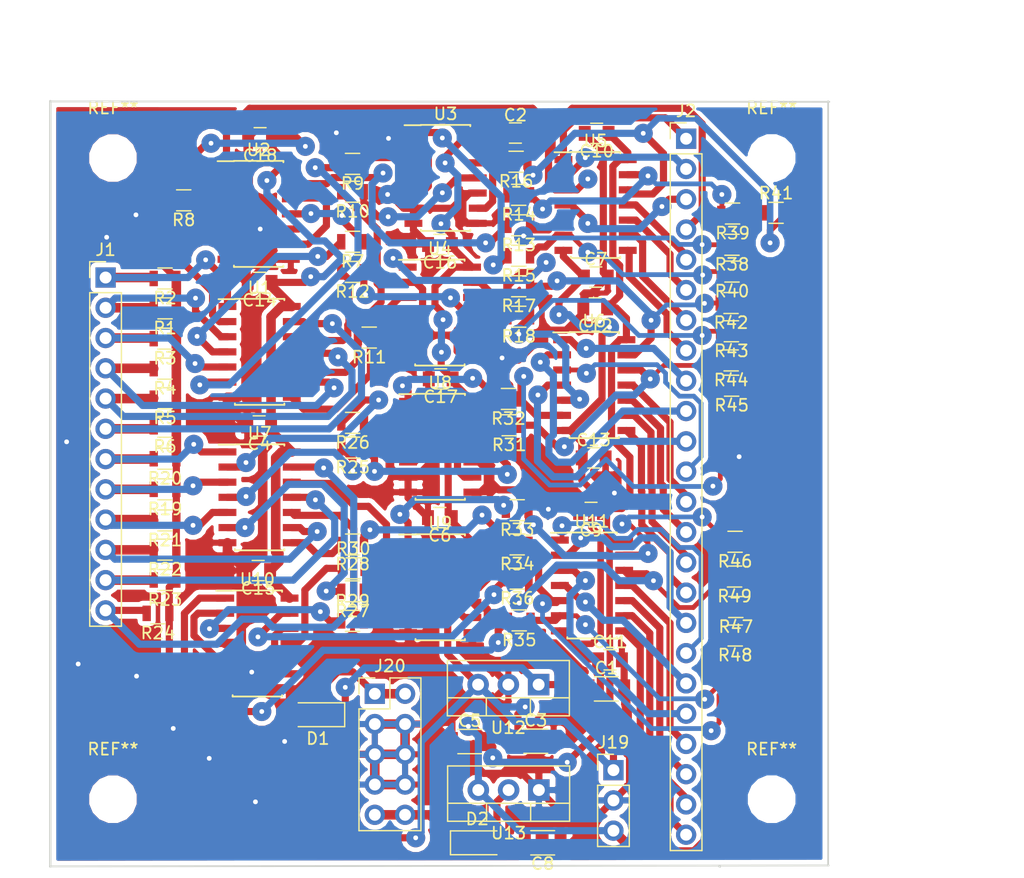
<source format=kicad_pcb>
(kicad_pcb (version 20171130) (host pcbnew 5.0.2+dfsg1-1)
  (layers (0 F.Cu signal) (31 B.Cu signal) (34 B.Paste user) (35 F.Paste user) (36 B.SilkS user) (37 F.SilkS user) (38 B.Mask user) (39 F.Mask user) (44 Edge.Cuts user))
  (net 0 "")
  (net 1 "Net-(J1-Pad1)")
  (net 2 /S1)
  (net 3 /SS1)
  (net 4 /S2)
  (net 5 /SS2)
  (net 6 /S3)
  (net 7 /SS3)
  (net 8 /S4)
  (net 9 /SS4)
  (net 10 /S5)
  (net 11 /SS5)
  (net 12 /S6)
  (net 13 /SS6)
  (net 14 /SS7)
  (net 15 /S8)
  (net 16 /S9)
  (net 17 /SS9)
  (net 18 /S10)
  (net 19 /SS10)
  (net 20 /S11)
  (net 21 /SS11)
  (net 22 /S12)
  (net 23 /SS12)
  (net 24 "Net-(R7-Pad2)")
  (net 25 "Net-(R7-Pad1)")
  (net 26 "Net-(R8-Pad2)")
  (net 27 "Net-(R8-Pad1)")
  (net 28 "Net-(R9-Pad2)")
  (net 29 "Net-(R9-Pad1)")
  (net 30 "Net-(R10-Pad1)")
  (net 31 "Net-(R10-Pad2)")
  (net 32 "Net-(R11-Pad2)")
  (net 33 "Net-(R11-Pad1)")
  (net 34 "Net-(R12-Pad1)")
  (net 35 "Net-(R12-Pad2)")
  (net 36 "Net-(R13-Pad2)")
  (net 37 "Net-(R13-Pad1)")
  (net 38 "Net-(R14-Pad2)")
  (net 39 "Net-(R14-Pad1)")
  (net 40 "Net-(R15-Pad1)")
  (net 41 "Net-(R15-Pad2)")
  (net 42 "Net-(R16-Pad1)")
  (net 43 "Net-(R16-Pad2)")
  (net 44 "Net-(R17-Pad2)")
  (net 45 "Net-(R17-Pad1)")
  (net 46 "Net-(R18-Pad1)")
  (net 47 "Net-(R18-Pad2)")
  (net 48 "Net-(R25-Pad1)")
  (net 49 "Net-(R25-Pad2)")
  (net 50 "Net-(R26-Pad2)")
  (net 51 "Net-(R26-Pad1)")
  (net 52 "Net-(R27-Pad2)")
  (net 53 "Net-(R27-Pad1)")
  (net 54 "Net-(R28-Pad1)")
  (net 55 "Net-(R28-Pad2)")
  (net 56 "Net-(R29-Pad2)")
  (net 57 "Net-(R29-Pad1)")
  (net 58 "Net-(R30-Pad1)")
  (net 59 "Net-(R30-Pad2)")
  (net 60 "Net-(R31-Pad1)")
  (net 61 "Net-(R31-Pad2)")
  (net 62 "Net-(R32-Pad2)")
  (net 63 "Net-(R32-Pad1)")
  (net 64 "Net-(R33-Pad2)")
  (net 65 "Net-(R33-Pad1)")
  (net 66 "Net-(R34-Pad1)")
  (net 67 "Net-(R34-Pad2)")
  (net 68 "Net-(R35-Pad2)")
  (net 69 "Net-(R35-Pad1)")
  (net 70 "Net-(R36-Pad1)")
  (net 71 "Net-(R36-Pad2)")
  (net 72 GND)
  (net 73 +9V)
  (net 74 "Net-(U2-Pad12)")
  (net 75 "Net-(U2-Pad2)")
  (net 76 "Net-(U3-Pad12)")
  (net 77 "Net-(U3-Pad2)")
  (net 78 "Net-(U4-Pad2)")
  (net 79 "Net-(U4-Pad12)")
  (net 80 -9V)
  (net 81 "Net-(U8-Pad2)")
  (net 82 "Net-(U8-Pad12)")
  (net 83 "Net-(U9-Pad2)")
  (net 84 "Net-(U9-Pad12)")
  (net 85 "Net-(U10-Pad12)")
  (net 86 "Net-(U10-Pad2)")
  (net 87 +12V)
  (net 88 -12V)
  (net 89 "Net-(J1-Pad2)")
  (net 90 "Net-(J1-Pad3)")
  (net 91 "Net-(D1-Pad2)")
  (net 92 "Net-(D2-Pad1)")
  (net 93 /l4)
  (net 94 /l5)
  (net 95 /l6)
  (net 96 /l7)
  (net 97 /l8)
  (net 98 /l9)
  (net 99 /l10)
  (net 100 /l11)
  (net 101 /l12)
  (net 102 /SS8)
  (net 103 /S7)
  (module Pin_Headers:Pin_Header_Straight_1x24_Pitch2.54mm (layer F.Cu) (at 124.91 66.4)
    (fp_text reference J2 (at 0 -2.33) (layer F.SilkS))
    (fp_text value Conn_01x24_Male)
    (pad 1 thru_hole rect (at 0 0) (size 1.7 1.7) (drill 1) (layers *.Cu *.Mask) (net 2 /S1))
    (pad 2 thru_hole oval (at 0 2.54) (size 1.7 1.7) (drill 1) (layers *.Cu *.Mask) (net 3 /SS1))
    (pad 3 thru_hole oval (at 0 5.08) (size 1.7 1.7) (drill 1) (layers *.Cu *.Mask) (net 4 /S2))
    (pad 4 thru_hole oval (at 0 7.62) (size 1.7 1.7) (drill 1) (layers *.Cu *.Mask) (net 5 /SS2))
    (pad 5 thru_hole oval (at 0 10.16) (size 1.7 1.7) (drill 1) (layers *.Cu *.Mask) (net 8 /S4))
    (pad 6 thru_hole oval (at 0 12.7) (size 1.7 1.7) (drill 1) (layers *.Cu *.Mask) (net 9 /SS4))
    (pad 7 thru_hole oval (at 0 15.24) (size 1.7 1.7) (drill 1) (layers *.Cu *.Mask) (net 7 /SS3))
    (pad 8 thru_hole oval (at 0 17.78) (size 1.7 1.7) (drill 1) (layers *.Cu *.Mask) (net 6 /S3))
    (pad 9 thru_hole oval (at 0 20.32) (size 1.7 1.7) (drill 1) (layers *.Cu *.Mask) (net 10 /S5))
    (pad 10 thru_hole oval (at 0 22.86) (size 1.7 1.7) (drill 1) (layers *.Cu *.Mask) (net 11 /SS5))
    (pad 11 thru_hole oval (at 0 25.4) (size 1.7 1.7) (drill 1) (layers *.Cu *.Mask) (net 12 /S6))
    (pad 12 thru_hole oval (at 0 27.94) (size 1.7 1.7) (drill 1) (layers *.Cu *.Mask) (net 13 /SS6))
    (pad 13 thru_hole oval (at 0 30.48) (size 1.7 1.7) (drill 1) (layers *.Cu *.Mask) (net 15 /S8))
    (pad 14 thru_hole oval (at 0 33.02) (size 1.7 1.7) (drill 1) (layers *.Cu *.Mask) (net 102 /SS8))
    (pad 15 thru_hole oval (at 0 35.56) (size 1.7 1.7) (drill 1) (layers *.Cu *.Mask) (net 14 /SS7))
    (pad 16 thru_hole oval (at 0 38.1) (size 1.7 1.7) (drill 1) (layers *.Cu *.Mask) (net 103 /S7))
    (pad 17 thru_hole oval (at 0 40.64) (size 1.7 1.7) (drill 1) (layers *.Cu *.Mask) (net 17 /SS9))
    (pad 18 thru_hole oval (at 0 43.18) (size 1.7 1.7) (drill 1) (layers *.Cu *.Mask) (net 16 /S9))
    (pad 19 thru_hole oval (at 0 45.72) (size 1.7 1.7) (drill 1) (layers *.Cu *.Mask) (net 18 /S10))
    (pad 20 thru_hole oval (at 0 48.26) (size 1.7 1.7) (drill 1) (layers *.Cu *.Mask) (net 19 /SS10))
    (pad 21 thru_hole oval (at 0 50.8) (size 1.7 1.7) (drill 1) (layers *.Cu *.Mask) (net 22 /S12))
    (pad 22 thru_hole oval (at 0 53.34) (size 1.7 1.7) (drill 1) (layers *.Cu *.Mask) (net 23 /SS12))
    (pad 23 thru_hole oval (at 0 55.88) (size 1.7 1.7) (drill 1) (layers *.Cu *.Mask) (net 21 /SS11))
    (pad 24 thru_hole oval (at 0 58.42) (size 1.7 1.7) (drill 1) (layers *.Cu *.Mask) (net 20 /S11))
  )
  (module Mounting_Holes:MountingHole_3.2mm_M3 (layer F.Cu) (at 132.09 121.84)
    (fp_text reference REF** (at 0 -4.2) (layer F.SilkS))
    (fp_text value MountingHole_3.2mm_M3)
    (pad 1 np_thru_hole circle (at 0 0) (size 3.2 3.2) (drill 3.2) (layers *.Cu *.Mask))
  )
  (module Housings_SOIC:SOIC-14_3.9x8.7mm_Pitch1.27mm (layer F.Cu) (at 89.03 72.71)
    (fp_text reference U2 (at 0 -5.375) (layer F.SilkS))
    (fp_text value 4013)
    (pad 14 smd rect (at 2.7 -3.81) (size 1.5 0.6) (layers F.Cu F.Paste F.Mask) (net 73 +9V))
    (pad 13 smd rect (at 2.7 -2.54) (size 1.5 0.6) (layers F.Cu F.Paste F.Mask) (net 36 "Net-(R13-Pad2)"))
    (pad 12 smd rect (at 2.7 -1.27) (size 1.5 0.6) (layers F.Cu F.Paste F.Mask) (net 74 "Net-(U2-Pad12)"))
    (pad 11 smd rect (at 2.7 0) (size 1.5 0.6) (layers F.Cu F.Paste F.Mask) (net 25 "Net-(R7-Pad1)"))
    (pad 10 smd rect (at 2.7 1.27) (size 1.5 0.6) (layers F.Cu F.Paste F.Mask) (net 72 GND))
    (pad 9 smd rect (at 2.7 2.54) (size 1.5 0.6) (layers F.Cu F.Paste F.Mask) (net 74 "Net-(U2-Pad12)"))
    (pad 8 smd rect (at 2.7 3.81) (size 1.5 0.6) (layers F.Cu F.Paste F.Mask) (net 72 GND))
    (pad 7 smd rect (at -2.7 3.81) (size 1.5 0.6) (layers F.Cu F.Paste F.Mask) (net 72 GND))
    (pad 6 smd rect (at -2.7 2.54) (size 1.5 0.6) (layers F.Cu F.Paste F.Mask) (net 72 GND))
    (pad 5 smd rect (at -2.7 1.27) (size 1.5 0.6) (layers F.Cu F.Paste F.Mask) (net 75 "Net-(U2-Pad2)"))
    (pad 4 smd rect (at -2.7 0) (size 1.5 0.6) (layers F.Cu F.Paste F.Mask) (net 72 GND))
    (pad 3 smd rect (at -2.7 -1.27) (size 1.5 0.6) (layers F.Cu F.Paste F.Mask) (net 27 "Net-(R8-Pad1)"))
    (pad 2 smd rect (at -2.7 -2.54) (size 1.5 0.6) (layers F.Cu F.Paste F.Mask) (net 75 "Net-(U2-Pad2)"))
    (pad 1 smd rect (at -2.7 -3.81) (size 1.5 0.6) (layers F.Cu F.Paste F.Mask) (net 38 "Net-(R14-Pad2)"))
  )
  (module Capacitors_SMD:C_1206 (layer F.Cu) (at 118.21 112.58)
    (fp_text reference C1 (at 0 -1.75) (layer F.SilkS))
    (fp_text value 10uF)
    (pad 1 smd rect (at -1.5 0) (size 1 1.6) (layers F.Cu F.Paste F.Mask) (net 87 +12V))
    (pad 2 smd rect (at 1.5 0) (size 1 1.6) (layers F.Cu F.Paste F.Mask) (net 72 GND))
  )
  (module Capacitors_SMD:C_0805 (layer F.Cu) (at 110.58 65.92)
    (fp_text reference C2 (at 0 -1.5) (layer F.SilkS))
    (fp_text value 100nF)
    (pad 1 smd rect (at -1 0) (size 1 1.25) (layers F.Cu F.Paste F.Mask) (net 73 +9V))
    (pad 2 smd rect (at 1 0) (size 1 1.25) (layers F.Cu F.Paste F.Mask) (net 72 GND))
  )
  (module Capacitors_SMD:C_1206 (layer F.Cu) (at 112.29 116.97)
    (fp_text reference C3 (at 0 -1.75) (layer F.SilkS))
    (fp_text value 10uF)
    (pad 2 smd rect (at 1.5 0) (size 1 1.6) (layers F.Cu F.Paste F.Mask) (net 72 GND))
    (pad 1 smd rect (at -1.5 0) (size 1 1.6) (layers F.Cu F.Paste F.Mask) (net 73 +9V))
  )
  (module Capacitors_SMD:C_0805 (layer F.Cu) (at 89.07 90.51 180)
    (fp_text reference C4 (at 0 -1.5 180) (layer F.SilkS))
    (fp_text value 100nF)
    (pad 1 smd rect (at -1 0 180) (size 1 1.25) (layers F.Cu F.Paste F.Mask) (net 73 +9V))
    (pad 2 smd rect (at 1 0 180) (size 1 1.25) (layers F.Cu F.Paste F.Mask) (net 72 GND))
  )
  (module Capacitors_SMD:C_1206 (layer F.Cu) (at 106.75 117)
    (fp_text reference C5 (at 0 -1.75) (layer F.SilkS))
    (fp_text value 10uF)
    (pad 1 smd rect (at -1.5 0) (size 1 1.6) (layers F.Cu F.Paste F.Mask) (net 72 GND))
    (pad 2 smd rect (at 1.5 0) (size 1 1.6) (layers F.Cu F.Paste F.Mask) (net 80 -9V))
  )
  (module Capacitors_SMD:C_0805 (layer F.Cu) (at 104.24 98.2 180)
    (fp_text reference C6 (at 0 -1.5 180) (layer F.SilkS))
    (fp_text value 100nF)
    (pad 2 smd rect (at 1 0 180) (size 1 1.25) (layers F.Cu F.Paste F.Mask) (net 72 GND))
    (pad 1 smd rect (at -1 0 180) (size 1 1.25) (layers F.Cu F.Paste F.Mask) (net 73 +9V))
  )
  (module Capacitors_SMD:C_0805 (layer F.Cu) (at 117.33 78.01)
    (fp_text reference C7 (at 0 -1.5) (layer F.SilkS))
    (fp_text value 100nF)
    (pad 1 smd rect (at -1 0) (size 1 1.25) (layers F.Cu F.Paste F.Mask) (net 80 -9V))
    (pad 2 smd rect (at 1 0) (size 1 1.25) (layers F.Cu F.Paste F.Mask) (net 72 GND))
  )
  (module Capacitors_SMD:C_1206 (layer F.Cu) (at 112.87 125.5 180)
    (fp_text reference C8 (at 0 -1.75 180) (layer F.SilkS))
    (fp_text value 10uF)
    (pad 2 smd rect (at 1.5 0 180) (size 1 1.6) (layers F.Cu F.Paste F.Mask) (net 88 -12V))
    (pad 1 smd rect (at -1.5 0 180) (size 1 1.6) (layers F.Cu F.Paste F.Mask) (net 72 GND))
  )
  (module Capacitors_SMD:C_0805 (layer F.Cu) (at 116.93 97.77 180)
    (fp_text reference C9 (at 0 -1.5 180) (layer F.SilkS))
    (fp_text value 100nF)
    (pad 2 smd rect (at 1 0 180) (size 1 1.25) (layers F.Cu F.Paste F.Mask) (net 72 GND))
    (pad 1 smd rect (at -1 0 180) (size 1 1.25) (layers F.Cu F.Paste F.Mask) (net 73 +9V))
  )
  (module Capacitors_SMD:C_0805 (layer F.Cu) (at 117.4 65.95 180)
    (fp_text reference C10 (at 0 -1.5 180) (layer F.SilkS))
    (fp_text value 100nF)
    (pad 2 smd rect (at 1 0 180) (size 1 1.25) (layers F.Cu F.Paste F.Mask) (net 72 GND))
    (pad 1 smd rect (at -1 0 180) (size 1 1.25) (layers F.Cu F.Paste F.Mask) (net 73 +9V))
  )
  (module Capacitors_SMD:C_0805 (layer F.Cu) (at 118.52 110.14)
    (fp_text reference C11 (at 0 -1.5) (layer F.SilkS))
    (fp_text value 100nF)
    (pad 2 smd rect (at 1 0) (size 1 1.25) (layers F.Cu F.Paste F.Mask) (net 72 GND))
    (pad 1 smd rect (at -1 0) (size 1 1.25) (layers F.Cu F.Paste F.Mask) (net 80 -9V))
  )
  (module Capacitors_SMD:C_0805 (layer F.Cu) (at 117.28 80.6 180)
    (fp_text reference C12 (at 0 -1.5 180) (layer F.SilkS))
    (fp_text value 100nF)
    (pad 1 smd rect (at -1 0 180) (size 1 1.25) (layers F.Cu F.Paste F.Mask) (net 73 +9V))
    (pad 2 smd rect (at 1 0 180) (size 1 1.25) (layers F.Cu F.Paste F.Mask) (net 72 GND))
  )
  (module Capacitors_SMD:C_0805 (layer F.Cu) (at 117.15 93.19)
    (fp_text reference C13 (at 0 -1.5) (layer F.SilkS))
    (fp_text value 100nF)
    (pad 1 smd rect (at -1 0) (size 1 1.25) (layers F.Cu F.Paste F.Mask) (net 80 -9V))
    (pad 2 smd rect (at 1 0) (size 1 1.25) (layers F.Cu F.Paste F.Mask) (net 72 GND))
  )
  (module Capacitors_SMD:C_0805 (layer F.Cu) (at 89.11 78.46 180)
    (fp_text reference C14 (at 0 -1.5 180) (layer F.SilkS))
    (fp_text value 100nF)
    (pad 2 smd rect (at 1 0 180) (size 1 1.25) (layers F.Cu F.Paste F.Mask) (net 72 GND))
    (pad 1 smd rect (at -1 0 180) (size 1 1.25) (layers F.Cu F.Paste F.Mask) (net 73 +9V))
  )
  (module Capacitors_SMD:C_0805 (layer F.Cu) (at 88.99 102.65 180)
    (fp_text reference C15 (at 0 -1.5 180) (layer F.SilkS))
    (fp_text value 100nF)
    (pad 1 smd rect (at -1 0 180) (size 1 1.25) (layers F.Cu F.Paste F.Mask) (net 73 +9V))
    (pad 2 smd rect (at 1 0 180) (size 1 1.25) (layers F.Cu F.Paste F.Mask) (net 72 GND))
  )
  (module Capacitors_SMD:C_0805 (layer F.Cu) (at 104.25 75.28 180)
    (fp_text reference C16 (at 0 -1.5 180) (layer F.SilkS))
    (fp_text value 100nF)
    (pad 2 smd rect (at 1 0 180) (size 1 1.25) (layers F.Cu F.Paste F.Mask) (net 72 GND))
    (pad 1 smd rect (at -1 0 180) (size 1 1.25) (layers F.Cu F.Paste F.Mask) (net 73 +9V))
  )
  (module Capacitors_SMD:C_0805 (layer F.Cu) (at 104.31 86.56 180)
    (fp_text reference C17 (at 0 -1.5 180) (layer F.SilkS))
    (fp_text value 100nF)
    (pad 2 smd rect (at 1 0 180) (size 1 1.25) (layers F.Cu F.Paste F.Mask) (net 72 GND))
    (pad 1 smd rect (at -1 0 180) (size 1 1.25) (layers F.Cu F.Paste F.Mask) (net 73 +9V))
  )
  (module Capacitors_SMD:C_0805 (layer F.Cu) (at 89.15 66.32 180)
    (fp_text reference C18 (at 0 -1.5 180) (layer F.SilkS))
    (fp_text value 100nF)
    (pad 1 smd rect (at -1 0 180) (size 1 1.25) (layers F.Cu F.Paste F.Mask) (net 73 +9V))
    (pad 2 smd rect (at 1 0 180) (size 1 1.25) (layers F.Cu F.Paste F.Mask) (net 72 GND))
  )
  (module Diodes_SMD:D_SOD-123 (layer F.Cu) (at 94 114.75 180)
    (fp_text reference D1 (at 0 -2 180) (layer F.SilkS))
    (fp_text value D)
    (pad 1 smd rect (at -1.65 0 180) (size 0.9 1.2) (layers F.Cu F.Paste F.Mask) (net 87 +12V))
    (pad 2 smd rect (at 1.65 0 180) (size 0.9 1.2) (layers F.Cu F.Paste F.Mask) (net 91 "Net-(D1-Pad2)"))
  )
  (module Diodes_SMD:D_SOD-123 (layer F.Cu) (at 107.38 125.5)
    (fp_text reference D2 (at 0 -2) (layer F.SilkS))
    (fp_text value D)
    (pad 2 smd rect (at 1.65 0) (size 0.9 1.2) (layers F.Cu F.Paste F.Mask) (net 88 -12V))
    (pad 1 smd rect (at -1.65 0) (size 0.9 1.2) (layers F.Cu F.Paste F.Mask) (net 92 "Net-(D2-Pad1)"))
  )
  (module Pin_Headers:Pin_Header_Straight_1x12_Pitch2.54mm (layer F.Cu) (at 76.18 78.05)
    (fp_text reference J1 (at 0 -2.33) (layer F.SilkS))
    (fp_text value Conn_01x12_Male)
    (pad 1 thru_hole rect (at 0 0) (size 1.7 1.7) (drill 1) (layers *.Cu *.Mask) (net 1 "Net-(J1-Pad1)"))
    (pad 2 thru_hole oval (at 0 2.54) (size 1.7 1.7) (drill 1) (layers *.Cu *.Mask) (net 89 "Net-(J1-Pad2)"))
    (pad 3 thru_hole oval (at 0 5.08) (size 1.7 1.7) (drill 1) (layers *.Cu *.Mask) (net 90 "Net-(J1-Pad3)"))
    (pad 4 thru_hole oval (at 0 7.62) (size 1.7 1.7) (drill 1) (layers *.Cu *.Mask) (net 93 /l4))
    (pad 5 thru_hole oval (at 0 10.16) (size 1.7 1.7) (drill 1) (layers *.Cu *.Mask) (net 94 /l5))
    (pad 6 thru_hole oval (at 0 12.7) (size 1.7 1.7) (drill 1) (layers *.Cu *.Mask) (net 95 /l6))
    (pad 7 thru_hole oval (at 0 15.24) (size 1.7 1.7) (drill 1) (layers *.Cu *.Mask) (net 96 /l7))
    (pad 8 thru_hole oval (at 0 17.78) (size 1.7 1.7) (drill 1) (layers *.Cu *.Mask) (net 97 /l8))
    (pad 9 thru_hole oval (at 0 20.32) (size 1.7 1.7) (drill 1) (layers *.Cu *.Mask) (net 98 /l9))
    (pad 10 thru_hole oval (at 0 22.86) (size 1.7 1.7) (drill 1) (layers *.Cu *.Mask) (net 99 /l10))
    (pad 11 thru_hole oval (at 0 25.4) (size 1.7 1.7) (drill 1) (layers *.Cu *.Mask) (net 100 /l11))
    (pad 12 thru_hole oval (at 0 27.94) (size 1.7 1.7) (drill 1) (layers *.Cu *.Mask) (net 101 /l12))
  )
  (module Pin_Headers:Pin_Header_Straight_1x03_Pitch2.54mm (layer F.Cu) (at 118.81 119.4)
    (fp_text reference J19 (at 0 -2.33) (layer F.SilkS))
    (fp_text value Conn_01x03_Male)
    (pad 1 thru_hole rect (at 0 0) (size 1.7 1.7) (drill 1) (layers *.Cu *.Mask) (net 73 +9V))
    (pad 2 thru_hole oval (at 0 2.54) (size 1.7 1.7) (drill 1) (layers *.Cu *.Mask) (net 72 GND))
    (pad 3 thru_hole oval (at 0 5.08) (size 1.7 1.7) (drill 1) (layers *.Cu *.Mask) (net 80 -9V))
  )
  (module Pin_Headers:Pin_Header_Straight_2x05_Pitch2.54mm (layer F.Cu) (at 98.78 112.99)
    (fp_text reference J20 (at 1.27 -2.33) (layer F.SilkS))
    (fp_text value Conn_02x05_Odd_Even)
    (pad 1 thru_hole rect (at 0 0) (size 1.7 1.7) (drill 1) (layers *.Cu *.Mask) (net 91 "Net-(D1-Pad2)"))
    (pad 2 thru_hole oval (at 2.54 0) (size 1.7 1.7) (drill 1) (layers *.Cu *.Mask) (net 91 "Net-(D1-Pad2)"))
    (pad 3 thru_hole oval (at 0 2.54) (size 1.7 1.7) (drill 1) (layers *.Cu *.Mask) (net 72 GND))
    (pad 4 thru_hole oval (at 2.54 2.54) (size 1.7 1.7) (drill 1) (layers *.Cu *.Mask) (net 72 GND))
    (pad 5 thru_hole oval (at 0 5.08) (size 1.7 1.7) (drill 1) (layers *.Cu *.Mask) (net 72 GND))
    (pad 6 thru_hole oval (at 2.54 5.08) (size 1.7 1.7) (drill 1) (layers *.Cu *.Mask) (net 72 GND))
    (pad 7 thru_hole oval (at 0 7.62) (size 1.7 1.7) (drill 1) (layers *.Cu *.Mask) (net 72 GND))
    (pad 8 thru_hole oval (at 2.54 7.62) (size 1.7 1.7) (drill 1) (layers *.Cu *.Mask) (net 72 GND))
    (pad 9 thru_hole oval (at 0 10.16) (size 1.7 1.7) (drill 1) (layers *.Cu *.Mask) (net 92 "Net-(D2-Pad1)"))
    (pad 10 thru_hole oval (at 2.54 10.16) (size 1.7 1.7) (drill 1) (layers *.Cu *.Mask) (net 92 "Net-(D2-Pad1)"))
  )
  (module Resistors_SMD:R_0805 (layer F.Cu) (at 81.17 80.64 180)
    (fp_text reference R1 (at 0 -1.65 180) (layer F.SilkS))
    (fp_text value 1M)
    (pad 2 smd rect (at 0.95 0 180) (size 0.7 1.3) (layers F.Cu F.Paste F.Mask) (net 89 "Net-(J1-Pad2)"))
    (pad 1 smd rect (at -0.95 0 180) (size 0.7 1.3) (layers F.Cu F.Paste F.Mask) (net 73 +9V))
  )
  (module Resistors_SMD:R_0805 (layer F.Cu) (at 81.17 78.13 180)
    (fp_text reference R2 (at 0 -1.65 180) (layer F.SilkS))
    (fp_text value 1M)
    (pad 1 smd rect (at -0.95 0 180) (size 0.7 1.3) (layers F.Cu F.Paste F.Mask) (net 73 +9V))
    (pad 2 smd rect (at 0.95 0 180) (size 0.7 1.3) (layers F.Cu F.Paste F.Mask) (net 1 "Net-(J1-Pad1)"))
  )
  (module Resistors_SMD:R_0805 (layer F.Cu) (at 81.17 83.18 180)
    (fp_text reference R3 (at 0 -1.65 180) (layer F.SilkS))
    (fp_text value 1M)
    (pad 1 smd rect (at -0.95 0 180) (size 0.7 1.3) (layers F.Cu F.Paste F.Mask) (net 73 +9V))
    (pad 2 smd rect (at 0.95 0 180) (size 0.7 1.3) (layers F.Cu F.Paste F.Mask) (net 90 "Net-(J1-Pad3)"))
  )
  (module Resistors_SMD:R_0805 (layer F.Cu) (at 81.17 85.7 180)
    (fp_text reference R4 (at 0 -1.65 180) (layer F.SilkS))
    (fp_text value 1M)
    (pad 2 smd rect (at 0.95 0 180) (size 0.7 1.3) (layers F.Cu F.Paste F.Mask) (net 93 /l4))
    (pad 1 smd rect (at -0.95 0 180) (size 0.7 1.3) (layers F.Cu F.Paste F.Mask) (net 73 +9V))
  )
  (module Resistors_SMD:R_0805 (layer F.Cu) (at 81.17 88.18 180)
    (fp_text reference R5 (at 0 -1.65 180) (layer F.SilkS))
    (fp_text value 1M)
    (pad 2 smd rect (at 0.95 0 180) (size 0.7 1.3) (layers F.Cu F.Paste F.Mask) (net 94 /l5))
    (pad 1 smd rect (at -0.95 0 180) (size 0.7 1.3) (layers F.Cu F.Paste F.Mask) (net 73 +9V))
  )
  (module Resistors_SMD:R_0805 (layer F.Cu) (at 81.17 90.58 180)
    (fp_text reference R6 (at 0 -1.65 180) (layer F.SilkS))
    (fp_text value 1M)
    (pad 1 smd rect (at -0.95 0 180) (size 0.7 1.3) (layers F.Cu F.Paste F.Mask) (net 73 +9V))
    (pad 2 smd rect (at 0.95 0 180) (size 0.7 1.3) (layers F.Cu F.Paste F.Mask) (net 95 /l6))
  )
  (module Resistors_SMD:R_0805 (layer F.Cu) (at 96.91 75.05 180)
    (fp_text reference R7 (at 0 -1.65 180) (layer F.SilkS))
    (fp_text value 1K)
    (pad 1 smd rect (at -0.95 0 180) (size 0.7 1.3) (layers F.Cu F.Paste F.Mask) (net 25 "Net-(R7-Pad1)"))
    (pad 2 smd rect (at 0.95 0 180) (size 0.7 1.3) (layers F.Cu F.Paste F.Mask) (net 24 "Net-(R7-Pad2)"))
  )
  (module Resistors_SMD:R_0805 (layer F.Cu) (at 82.74 71.57 180)
    (fp_text reference R8 (at 0 -1.65 180) (layer F.SilkS))
    (fp_text value 1K)
    (pad 2 smd rect (at 0.95 0 180) (size 0.7 1.3) (layers F.Cu F.Paste F.Mask) (net 26 "Net-(R8-Pad2)"))
    (pad 1 smd rect (at -0.95 0 180) (size 0.7 1.3) (layers F.Cu F.Paste F.Mask) (net 27 "Net-(R8-Pad1)"))
  )
  (module Resistors_SMD:R_0805 (layer F.Cu) (at 96.91 68.51 180)
    (fp_text reference R9 (at 0 -1.65 180) (layer F.SilkS))
    (fp_text value 1K)
    (pad 2 smd rect (at 0.95 0 180) (size 0.7 1.3) (layers F.Cu F.Paste F.Mask) (net 28 "Net-(R9-Pad2)"))
    (pad 1 smd rect (at -0.95 0 180) (size 0.7 1.3) (layers F.Cu F.Paste F.Mask) (net 29 "Net-(R9-Pad1)"))
  )
  (module Resistors_SMD:R_0805 (layer F.Cu) (at 96.91 70.85 180)
    (fp_text reference R10 (at 0 -1.65 180) (layer F.SilkS))
    (fp_text value 1K)
    (pad 1 smd rect (at -0.95 0 180) (size 0.7 1.3) (layers F.Cu F.Paste F.Mask) (net 30 "Net-(R10-Pad1)"))
    (pad 2 smd rect (at 0.95 0 180) (size 0.7 1.3) (layers F.Cu F.Paste F.Mask) (net 31 "Net-(R10-Pad2)"))
  )
  (module Resistors_SMD:R_0805 (layer F.Cu) (at 98.31 83.09 180)
    (fp_text reference R11 (at 0 -1.65 180) (layer F.SilkS))
    (fp_text value 1K)
    (pad 2 smd rect (at 0.95 0 180) (size 0.7 1.3) (layers F.Cu F.Paste F.Mask) (net 32 "Net-(R11-Pad2)"))
    (pad 1 smd rect (at -0.95 0 180) (size 0.7 1.3) (layers F.Cu F.Paste F.Mask) (net 33 "Net-(R11-Pad1)"))
  )
  (module Resistors_SMD:R_0805 (layer F.Cu) (at 96.91 77.58 180)
    (fp_text reference R12 (at 0 -1.65 180) (layer F.SilkS))
    (fp_text value 1K)
    (pad 1 smd rect (at -0.95 0 180) (size 0.7 1.3) (layers F.Cu F.Paste F.Mask) (net 34 "Net-(R12-Pad1)"))
    (pad 2 smd rect (at 0.95 0 180) (size 0.7 1.3) (layers F.Cu F.Paste F.Mask) (net 35 "Net-(R12-Pad2)"))
  )
  (module Resistors_SMD:R_0805 (layer F.Cu) (at 110.86 73.666 180)
    (fp_text reference R13 (at 0 -1.65 180) (layer F.SilkS))
    (fp_text value 1K)
    (pad 1 smd rect (at -0.95 0 180) (size 0.7 1.3) (layers F.Cu F.Paste F.Mask) (net 37 "Net-(R13-Pad1)"))
    (pad 2 smd rect (at 0.95 0 180) (size 0.7 1.3) (layers F.Cu F.Paste F.Mask) (net 36 "Net-(R13-Pad2)"))
  )
  (module Resistors_SMD:R_0805 (layer F.Cu) (at 110.86 71.108 180)
    (fp_text reference R14 (at 0 -1.65 180) (layer F.SilkS))
    (fp_text value 1K)
    (pad 2 smd rect (at 0.95 0 180) (size 0.7 1.3) (layers F.Cu F.Paste F.Mask) (net 38 "Net-(R14-Pad2)"))
    (pad 1 smd rect (at -0.95 0 180) (size 0.7 1.3) (layers F.Cu F.Paste F.Mask) (net 39 "Net-(R14-Pad1)"))
  )
  (module Resistors_SMD:R_0805 (layer F.Cu) (at 110.86 76.224 180)
    (fp_text reference R15 (at 0 -1.65 180) (layer F.SilkS))
    (fp_text value 1K)
    (pad 2 smd rect (at 0.95 0 180) (size 0.7 1.3) (layers F.Cu F.Paste F.Mask) (net 41 "Net-(R15-Pad2)"))
    (pad 1 smd rect (at -0.95 0 180) (size 0.7 1.3) (layers F.Cu F.Paste F.Mask) (net 40 "Net-(R15-Pad1)"))
  )
  (module Resistors_SMD:R_0805 (layer F.Cu) (at 110.64 68.33 180)
    (fp_text reference R16 (at 0 -1.65 180) (layer F.SilkS))
    (fp_text value 1K)
    (pad 1 smd rect (at -0.95 0 180) (size 0.7 1.3) (layers F.Cu F.Paste F.Mask) (net 42 "Net-(R16-Pad1)"))
    (pad 2 smd rect (at 0.95 0 180) (size 0.7 1.3) (layers F.Cu F.Paste F.Mask) (net 43 "Net-(R16-Pad2)"))
  )
  (module Resistors_SMD:R_0805 (layer F.Cu) (at 110.86 78.782 180)
    (fp_text reference R17 (at 0 -1.65 180) (layer F.SilkS))
    (fp_text value 1K)
    (pad 1 smd rect (at -0.95 0 180) (size 0.7 1.3) (layers F.Cu F.Paste F.Mask) (net 45 "Net-(R17-Pad1)"))
    (pad 2 smd rect (at 0.95 0 180) (size 0.7 1.3) (layers F.Cu F.Paste F.Mask) (net 44 "Net-(R17-Pad2)"))
  )
  (module Resistors_SMD:R_0805 (layer F.Cu) (at 110.86 81.34 180)
    (fp_text reference R18 (at 0 -1.65 180) (layer F.SilkS))
    (fp_text value 1K)
    (pad 2 smd rect (at 0.95 0 180) (size 0.7 1.3) (layers F.Cu F.Paste F.Mask) (net 47 "Net-(R18-Pad2)"))
    (pad 1 smd rect (at -0.95 0 180) (size 0.7 1.3) (layers F.Cu F.Paste F.Mask) (net 46 "Net-(R18-Pad1)"))
  )
  (module Resistors_SMD:R_0805 (layer F.Cu) (at 81.17 95.83 180)
    (fp_text reference R19 (at 0 -1.65 180) (layer F.SilkS))
    (fp_text value 1M)
    (pad 2 smd rect (at 0.95 0 180) (size 0.7 1.3) (layers F.Cu F.Paste F.Mask) (net 97 /l8))
    (pad 1 smd rect (at -0.95 0 180) (size 0.7 1.3) (layers F.Cu F.Paste F.Mask) (net 73 +9V))
  )
  (module Resistors_SMD:R_0805 (layer F.Cu) (at 81.17 93.26 180)
    (fp_text reference R20 (at 0 -1.65 180) (layer F.SilkS))
    (fp_text value 1M)
    (pad 1 smd rect (at -0.95 0 180) (size 0.7 1.3) (layers F.Cu F.Paste F.Mask) (net 73 +9V))
    (pad 2 smd rect (at 0.95 0 180) (size 0.7 1.3) (layers F.Cu F.Paste F.Mask) (net 96 /l7))
  )
  (module Resistors_SMD:R_0805 (layer F.Cu) (at 81.17 98.44 180)
    (fp_text reference R21 (at 0 -1.65 180) (layer F.SilkS))
    (fp_text value 1M)
    (pad 1 smd rect (at -0.95 0 180) (size 0.7 1.3) (layers F.Cu F.Paste F.Mask) (net 73 +9V))
    (pad 2 smd rect (at 0.95 0 180) (size 0.7 1.3) (layers F.Cu F.Paste F.Mask) (net 98 /l9))
  )
  (module Resistors_SMD:R_0805 (layer F.Cu) (at 81.17 100.89 180)
    (fp_text reference R22 (at 0 -1.65 180) (layer F.SilkS))
    (fp_text value 1M)
    (pad 2 smd rect (at 0.95 0 180) (size 0.7 1.3) (layers F.Cu F.Paste F.Mask) (net 99 /l10))
    (pad 1 smd rect (at -0.95 0 180) (size 0.7 1.3) (layers F.Cu F.Paste F.Mask) (net 73 +9V))
  )
  (module Resistors_SMD:R_0805 (layer F.Cu) (at 81.17 103.44 180)
    (fp_text reference R23 (at 0 -1.65 180) (layer F.SilkS))
    (fp_text value 1M)
    (pad 1 smd rect (at -0.95 0 180) (size 0.7 1.3) (layers F.Cu F.Paste F.Mask) (net 73 +9V))
    (pad 2 smd rect (at 0.95 0 180) (size 0.7 1.3) (layers F.Cu F.Paste F.Mask) (net 100 /l11))
  )
  (module Resistors_SMD:R_0805 (layer F.Cu) (at 80.58 106.24 180)
    (fp_text reference R24 (at 0 -1.65 180) (layer F.SilkS))
    (fp_text value 1M)
    (pad 2 smd rect (at 0.95 0 180) (size 0.7 1.3) (layers F.Cu F.Paste F.Mask) (net 101 /l12))
    (pad 1 smd rect (at -0.95 0 180) (size 0.7 1.3) (layers F.Cu F.Paste F.Mask) (net 73 +9V))
  )
  (module Resistors_SMD:R_0805 (layer F.Cu) (at 96.92 92.33 180)
    (fp_text reference R25 (at 0 -1.65 180) (layer F.SilkS))
    (fp_text value 1K)
    (pad 1 smd rect (at -0.95 0 180) (size 0.7 1.3) (layers F.Cu F.Paste F.Mask) (net 48 "Net-(R25-Pad1)"))
    (pad 2 smd rect (at 0.95 0 180) (size 0.7 1.3) (layers F.Cu F.Paste F.Mask) (net 49 "Net-(R25-Pad2)"))
  )
  (module Resistors_SMD:R_0805 (layer F.Cu) (at 96.92 90.25 180)
    (fp_text reference R26 (at 0 -1.65 180) (layer F.SilkS))
    (fp_text value 1K)
    (pad 2 smd rect (at 0.95 0 180) (size 0.7 1.3) (layers F.Cu F.Paste F.Mask) (net 50 "Net-(R26-Pad2)"))
    (pad 1 smd rect (at -0.95 0 180) (size 0.7 1.3) (layers F.Cu F.Paste F.Mask) (net 51 "Net-(R26-Pad1)"))
  )
  (module Resistors_SMD:R_0805 (layer F.Cu) (at 96.91 104.39 180)
    (fp_text reference R27 (at 0 -1.65 180) (layer F.SilkS))
    (fp_text value 1K)
    (pad 2 smd rect (at 0.95 0 180) (size 0.7 1.3) (layers F.Cu F.Paste F.Mask) (net 52 "Net-(R27-Pad2)"))
    (pad 1 smd rect (at -0.95 0 180) (size 0.7 1.3) (layers F.Cu F.Paste F.Mask) (net 53 "Net-(R27-Pad1)"))
  )
  (module Resistors_SMD:R_0805 (layer F.Cu) (at 96.92 100.46 180)
    (fp_text reference R28 (at 0 -1.65 180) (layer F.SilkS))
    (fp_text value 1K)
    (pad 1 smd rect (at -0.95 0 180) (size 0.7 1.3) (layers F.Cu F.Paste F.Mask) (net 54 "Net-(R28-Pad1)"))
    (pad 2 smd rect (at 0.95 0 180) (size 0.7 1.3) (layers F.Cu F.Paste F.Mask) (net 55 "Net-(R28-Pad2)"))
  )
  (module Resistors_SMD:R_0805 (layer F.Cu) (at 96.91 106.87)
    (fp_text reference R29 (at 0 -1.65) (layer F.SilkS))
    (fp_text value 1K)
    (pad 2 smd rect (at 0.95 0) (size 0.7 1.3) (layers F.Cu F.Paste F.Mask) (net 56 "Net-(R29-Pad2)"))
    (pad 1 smd rect (at -0.95 0) (size 0.7 1.3) (layers F.Cu F.Paste F.Mask) (net 57 "Net-(R29-Pad1)"))
  )
  (module Resistors_SMD:R_0805 (layer F.Cu) (at 96.97 102.46)
    (fp_text reference R30 (at 0 -1.65) (layer F.SilkS))
    (fp_text value 1K)
    (pad 1 smd rect (at -0.95 0) (size 0.7 1.3) (layers F.Cu F.Paste F.Mask) (net 58 "Net-(R30-Pad1)"))
    (pad 2 smd rect (at 0.95 0) (size 0.7 1.3) (layers F.Cu F.Paste F.Mask) (net 59 "Net-(R30-Pad2)"))
  )
  (module Resistors_SMD:R_0805 (layer F.Cu) (at 110.06 90.45 180)
    (fp_text reference R31 (at 0 -1.65 180) (layer F.SilkS))
    (fp_text value 1K)
    (pad 1 smd rect (at -0.95 0 180) (size 0.7 1.3) (layers F.Cu F.Paste F.Mask) (net 60 "Net-(R31-Pad1)"))
    (pad 2 smd rect (at 0.95 0 180) (size 0.7 1.3) (layers F.Cu F.Paste F.Mask) (net 61 "Net-(R31-Pad2)"))
  )
  (module Resistors_SMD:R_0805 (layer F.Cu) (at 110 88.24 180)
    (fp_text reference R32 (at 0 -1.65 180) (layer F.SilkS))
    (fp_text value 1K)
    (pad 2 smd rect (at 0.95 0 180) (size 0.7 1.3) (layers F.Cu F.Paste F.Mask) (net 62 "Net-(R32-Pad2)"))
    (pad 1 smd rect (at -0.95 0 180) (size 0.7 1.3) (layers F.Cu F.Paste F.Mask) (net 63 "Net-(R32-Pad1)"))
  )
  (module Resistors_SMD:R_0805 (layer F.Cu) (at 110.73 97.58 180)
    (fp_text reference R33 (at 0 -1.65 180) (layer F.SilkS))
    (fp_text value 1K)
    (pad 2 smd rect (at 0.95 0 180) (size 0.7 1.3) (layers F.Cu F.Paste F.Mask) (net 64 "Net-(R33-Pad2)"))
    (pad 1 smd rect (at -0.95 0 180) (size 0.7 1.3) (layers F.Cu F.Paste F.Mask) (net 65 "Net-(R33-Pad1)"))
  )
  (module Resistors_SMD:R_0805 (layer F.Cu) (at 110.73 100.453333 180)
    (fp_text reference R34 (at 0 -1.65 180) (layer F.SilkS))
    (fp_text value 1K)
    (pad 1 smd rect (at -0.95 0 180) (size 0.7 1.3) (layers F.Cu F.Paste F.Mask) (net 66 "Net-(R34-Pad1)"))
    (pad 2 smd rect (at 0.95 0 180) (size 0.7 1.3) (layers F.Cu F.Paste F.Mask) (net 67 "Net-(R34-Pad2)"))
  )
  (module Resistors_SMD:R_0805 (layer F.Cu) (at 110.9 106.83 180)
    (fp_text reference R35 (at 0 -1.65 180) (layer F.SilkS))
    (fp_text value 1K)
    (pad 2 smd rect (at 0.95 0 180) (size 0.7 1.3) (layers F.Cu F.Paste F.Mask) (net 68 "Net-(R35-Pad2)"))
    (pad 1 smd rect (at -0.95 0 180) (size 0.7 1.3) (layers F.Cu F.Paste F.Mask) (net 69 "Net-(R35-Pad1)"))
  )
  (module Resistors_SMD:R_0805 (layer F.Cu) (at 110.73 103.326666 180)
    (fp_text reference R36 (at 0 -1.65 180) (layer F.SilkS))
    (fp_text value 1K)
    (pad 1 smd rect (at -0.95 0 180) (size 0.7 1.3) (layers F.Cu F.Paste F.Mask) (net 70 "Net-(R36-Pad1)"))
    (pad 2 smd rect (at 0.95 0 180) (size 0.7 1.3) (layers F.Cu F.Paste F.Mask) (net 71 "Net-(R36-Pad2)"))
  )
  (module Housings_SOIC:SOIC-14_3.9x8.7mm_Pitch1.27mm (layer F.Cu) (at 89.11 84.29)
    (fp_text reference U1 (at 0 -5.375) (layer F.SilkS))
    (fp_text value 40106)
    (pad 1 smd rect (at -2.7 -3.81) (size 1.5 0.6) (layers F.Cu F.Paste F.Mask) (net 1 "Net-(J1-Pad1)"))
    (pad 2 smd rect (at -2.7 -2.54) (size 1.5 0.6) (layers F.Cu F.Paste F.Mask) (net 26 "Net-(R8-Pad2)"))
    (pad 3 smd rect (at -2.7 -1.27) (size 1.5 0.6) (layers F.Cu F.Paste F.Mask) (net 89 "Net-(J1-Pad2)"))
    (pad 4 smd rect (at -2.7 0) (size 1.5 0.6) (layers F.Cu F.Paste F.Mask) (net 24 "Net-(R7-Pad2)"))
    (pad 5 smd rect (at -2.7 1.27) (size 1.5 0.6) (layers F.Cu F.Paste F.Mask) (net 90 "Net-(J1-Pad3)"))
    (pad 6 smd rect (at -2.7 2.54) (size 1.5 0.6) (layers F.Cu F.Paste F.Mask) (net 28 "Net-(R9-Pad2)"))
    (pad 7 smd rect (at -2.7 3.81) (size 1.5 0.6) (layers F.Cu F.Paste F.Mask) (net 72 GND))
    (pad 8 smd rect (at 2.7 3.81) (size 1.5 0.6) (layers F.Cu F.Paste F.Mask) (net 31 "Net-(R10-Pad2)"))
    (pad 9 smd rect (at 2.7 2.54) (size 1.5 0.6) (layers F.Cu F.Paste F.Mask) (net 93 /l4))
    (pad 10 smd rect (at 2.7 1.27) (size 1.5 0.6) (layers F.Cu F.Paste F.Mask) (net 32 "Net-(R11-Pad2)"))
    (pad 11 smd rect (at 2.7 0) (size 1.5 0.6) (layers F.Cu F.Paste F.Mask) (net 94 /l5))
    (pad 12 smd rect (at 2.7 -1.27) (size 1.5 0.6) (layers F.Cu F.Paste F.Mask) (net 35 "Net-(R12-Pad2)"))
    (pad 13 smd rect (at 2.7 -2.54) (size 1.5 0.6) (layers F.Cu F.Paste F.Mask) (net 95 /l6))
    (pad 14 smd rect (at 2.7 -3.81) (size 1.5 0.6) (layers F.Cu F.Paste F.Mask) (net 73 +9V))
  )
  (module Housings_SOIC:SOIC-14_3.9x8.7mm_Pitch1.27mm (layer F.Cu) (at 104.72 69.69)
    (fp_text reference U3 (at 0 -5.375) (layer F.SilkS))
    (fp_text value 4013)
    (pad 1 smd rect (at -2.7 -3.81) (size 1.5 0.6) (layers F.Cu F.Paste F.Mask) (net 41 "Net-(R15-Pad2)"))
    (pad 2 smd rect (at -2.7 -2.54) (size 1.5 0.6) (layers F.Cu F.Paste F.Mask) (net 77 "Net-(U3-Pad2)"))
    (pad 3 smd rect (at -2.7 -1.27) (size 1.5 0.6) (layers F.Cu F.Paste F.Mask) (net 29 "Net-(R9-Pad1)"))
    (pad 4 smd rect (at -2.7 0) (size 1.5 0.6) (layers F.Cu F.Paste F.Mask) (net 72 GND))
    (pad 5 smd rect (at -2.7 1.27) (size 1.5 0.6) (layers F.Cu F.Paste F.Mask) (net 77 "Net-(U3-Pad2)"))
    (pad 6 smd rect (at -2.7 2.54) (size 1.5 0.6) (layers F.Cu F.Paste F.Mask) (net 72 GND))
    (pad 7 smd rect (at -2.7 3.81) (size 1.5 0.6) (layers F.Cu F.Paste F.Mask) (net 72 GND))
    (pad 8 smd rect (at 2.7 3.81) (size 1.5 0.6) (layers F.Cu F.Paste F.Mask) (net 72 GND))
    (pad 9 smd rect (at 2.7 2.54) (size 1.5 0.6) (layers F.Cu F.Paste F.Mask) (net 76 "Net-(U3-Pad12)"))
    (pad 10 smd rect (at 2.7 1.27) (size 1.5 0.6) (layers F.Cu F.Paste F.Mask) (net 72 GND))
    (pad 11 smd rect (at 2.7 0) (size 1.5 0.6) (layers F.Cu F.Paste F.Mask) (net 30 "Net-(R10-Pad1)"))
    (pad 12 smd rect (at 2.7 -1.27) (size 1.5 0.6) (layers F.Cu F.Paste F.Mask) (net 76 "Net-(U3-Pad12)"))
    (pad 13 smd rect (at 2.7 -2.54) (size 1.5 0.6) (layers F.Cu F.Paste F.Mask) (net 43 "Net-(R16-Pad2)"))
    (pad 14 smd rect (at 2.7 -3.81) (size 1.5 0.6) (layers F.Cu F.Paste F.Mask) (net 73 +9V))
  )
  (module Housings_SOIC:SOIC-14_3.9x8.7mm_Pitch1.27mm (layer F.Cu) (at 104.24 80.99)
    (fp_text reference U4 (at 0 -5.375) (layer F.SilkS))
    (fp_text value 4013)
    (pad 14 smd rect (at 2.7 -3.81) (size 1.5 0.6) (layers F.Cu F.Paste F.Mask) (net 73 +9V))
    (pad 13 smd rect (at 2.7 -2.54) (size 1.5 0.6) (layers F.Cu F.Paste F.Mask) (net 47 "Net-(R18-Pad2)"))
    (pad 12 smd rect (at 2.7 -1.27) (size 1.5 0.6) (layers F.Cu F.Paste F.Mask) (net 79 "Net-(U4-Pad12)"))
    (pad 11 smd rect (at 2.7 0) (size 1.5 0.6) (layers F.Cu F.Paste F.Mask) (net 34 "Net-(R12-Pad1)"))
    (pad 10 smd rect (at 2.7 1.27) (size 1.5 0.6) (layers F.Cu F.Paste F.Mask) (net 72 GND))
    (pad 9 smd rect (at 2.7 2.54) (size 1.5 0.6) (layers F.Cu F.Paste F.Mask) (net 79 "Net-(U4-Pad12)"))
    (pad 8 smd rect (at 2.7 3.81) (size 1.5 0.6) (layers F.Cu F.Paste F.Mask) (net 72 GND))
    (pad 7 smd rect (at -2.7 3.81) (size 1.5 0.6) (layers F.Cu F.Paste F.Mask) (net 72 GND))
    (pad 6 smd rect (at -2.7 2.54) (size 1.5 0.6) (layers F.Cu F.Paste F.Mask) (net 72 GND))
    (pad 5 smd rect (at -2.7 1.27) (size 1.5 0.6) (layers F.Cu F.Paste F.Mask) (net 78 "Net-(U4-Pad2)"))
    (pad 4 smd rect (at -2.7 0) (size 1.5 0.6) (layers F.Cu F.Paste F.Mask) (net 72 GND))
    (pad 3 smd rect (at -2.7 -1.27) (size 1.5 0.6) (layers F.Cu F.Paste F.Mask) (net 33 "Net-(R11-Pad1)"))
    (pad 2 smd rect (at -2.7 -2.54) (size 1.5 0.6) (layers F.Cu F.Paste F.Mask) (net 78 "Net-(U4-Pad2)"))
    (pad 1 smd rect (at -2.7 -3.81) (size 1.5 0.6) (layers F.Cu F.Paste F.Mask) (net 44 "Net-(R17-Pad2)"))
  )
  (module Housings_SOIC:SOIC-14_3.9x8.7mm_Pitch1.27mm (layer F.Cu) (at 117.31 71.96)
    (fp_text reference U5 (at 0 -5.375) (layer F.SilkS))
    (fp_text value 4066)
    (pad 14 smd rect (at 2.7 -3.81) (size 1.5 0.6) (layers F.Cu F.Paste F.Mask) (net 73 +9V))
    (pad 13 smd rect (at 2.7 -2.54) (size 1.5 0.6) (layers F.Cu F.Paste F.Mask) (net 39 "Net-(R14-Pad1)"))
    (pad 12 smd rect (at 2.7 -1.27) (size 1.5 0.6) (layers F.Cu F.Paste F.Mask) (net 42 "Net-(R16-Pad1)"))
    (pad 11 smd rect (at 2.7 0) (size 1.5 0.6) (layers F.Cu F.Paste F.Mask) (net 8 /S4))
    (pad 10 smd rect (at 2.7 1.27) (size 1.5 0.6) (layers F.Cu F.Paste F.Mask) (net 9 /SS4))
    (pad 9 smd rect (at 2.7 2.54) (size 1.5 0.6) (layers F.Cu F.Paste F.Mask) (net 7 /SS3))
    (pad 8 smd rect (at 2.7 3.81) (size 1.5 0.6) (layers F.Cu F.Paste F.Mask) (net 6 /S3))
    (pad 7 smd rect (at -2.7 3.81) (size 1.5 0.6) (layers F.Cu F.Paste F.Mask) (net 80 -9V))
    (pad 6 smd rect (at -2.7 2.54) (size 1.5 0.6) (layers F.Cu F.Paste F.Mask) (net 40 "Net-(R15-Pad1)"))
    (pad 5 smd rect (at -2.7 1.27) (size 1.5 0.6) (layers F.Cu F.Paste F.Mask) (net 37 "Net-(R13-Pad1)"))
    (pad 4 smd rect (at -2.7 0) (size 1.5 0.6) (layers F.Cu F.Paste F.Mask) (net 4 /S2))
    (pad 3 smd rect (at -2.7 -1.27) (size 1.5 0.6) (layers F.Cu F.Paste F.Mask) (net 5 /SS2))
    (pad 2 smd rect (at -2.7 -2.54) (size 1.5 0.6) (layers F.Cu F.Paste F.Mask) (net 3 /SS1))
    (pad 1 smd rect (at -2.7 -3.81) (size 1.5 0.6) (layers F.Cu F.Paste F.Mask) (net 2 /S1))
  )
  (module Housings_SOIC:SOIC-14_3.9x8.7mm_Pitch1.27mm (layer F.Cu) (at 117.2 87.08)
    (fp_text reference U6 (at 0 -5.375) (layer F.SilkS))
    (fp_text value 4066)
    (pad 1 smd rect (at -2.7 -3.81) (size 1.5 0.6) (layers F.Cu F.Paste F.Mask) (net 10 /S5))
    (pad 2 smd rect (at -2.7 -2.54) (size 1.5 0.6) (layers F.Cu F.Paste F.Mask) (net 11 /SS5))
    (pad 3 smd rect (at -2.7 -1.27) (size 1.5 0.6) (layers F.Cu F.Paste F.Mask) (net 13 /SS6))
    (pad 4 smd rect (at -2.7 0) (size 1.5 0.6) (layers F.Cu F.Paste F.Mask) (net 12 /S6))
    (pad 5 smd rect (at -2.7 1.27) (size 1.5 0.6) (layers F.Cu F.Paste F.Mask) (net 46 "Net-(R18-Pad1)"))
    (pad 6 smd rect (at -2.7 2.54) (size 1.5 0.6) (layers F.Cu F.Paste F.Mask) (net 63 "Net-(R32-Pad1)"))
    (pad 7 smd rect (at -2.7 3.81) (size 1.5 0.6) (layers F.Cu F.Paste F.Mask) (net 80 -9V))
    (pad 8 smd rect (at 2.7 3.81) (size 1.5 0.6) (layers F.Cu F.Paste F.Mask) (net 103 /S7))
    (pad 9 smd rect (at 2.7 2.54) (size 1.5 0.6) (layers F.Cu F.Paste F.Mask) (net 14 /SS7))
    (pad 10 smd rect (at 2.7 1.27) (size 1.5 0.6) (layers F.Cu F.Paste F.Mask) (net 102 /SS8))
    (pad 11 smd rect (at 2.7 0) (size 1.5 0.6) (layers F.Cu F.Paste F.Mask) (net 15 /S8))
    (pad 12 smd rect (at 2.7 -1.27) (size 1.5 0.6) (layers F.Cu F.Paste F.Mask) (net 60 "Net-(R31-Pad1)"))
    (pad 13 smd rect (at 2.7 -2.54) (size 1.5 0.6) (layers F.Cu F.Paste F.Mask) (net 45 "Net-(R17-Pad1)"))
    (pad 14 smd rect (at 2.7 -3.81) (size 1.5 0.6) (layers F.Cu F.Paste F.Mask) (net 73 +9V))
  )
  (module Housings_SOIC:SOIC-14_3.9x8.7mm_Pitch1.27mm (layer F.Cu) (at 89.11 96.5)
    (fp_text reference U7 (at 0 -5.375) (layer F.SilkS))
    (fp_text value 40106)
    (pad 14 smd rect (at 2.7 -3.81) (size 1.5 0.6) (layers F.Cu F.Paste F.Mask) (net 73 +9V))
    (pad 13 smd rect (at 2.7 -2.54) (size 1.5 0.6) (layers F.Cu F.Paste F.Mask) (net 101 /l12))
    (pad 12 smd rect (at 2.7 -1.27) (size 1.5 0.6) (layers F.Cu F.Paste F.Mask) (net 59 "Net-(R30-Pad2)"))
    (pad 11 smd rect (at 2.7 0) (size 1.5 0.6) (layers F.Cu F.Paste F.Mask) (net 100 /l11))
    (pad 10 smd rect (at 2.7 1.27) (size 1.5 0.6) (layers F.Cu F.Paste F.Mask) (net 56 "Net-(R29-Pad2)"))
    (pad 9 smd rect (at 2.7 2.54) (size 1.5 0.6) (layers F.Cu F.Paste F.Mask) (net 99 /l10))
    (pad 8 smd rect (at 2.7 3.81) (size 1.5 0.6) (layers F.Cu F.Paste F.Mask) (net 55 "Net-(R28-Pad2)"))
    (pad 7 smd rect (at -2.7 3.81) (size 1.5 0.6) (layers F.Cu F.Paste F.Mask) (net 72 GND))
    (pad 6 smd rect (at -2.7 2.54) (size 1.5 0.6) (layers F.Cu F.Paste F.Mask) (net 52 "Net-(R27-Pad2)"))
    (pad 5 smd rect (at -2.7 1.27) (size 1.5 0.6) (layers F.Cu F.Paste F.Mask) (net 98 /l9))
    (pad 4 smd rect (at -2.7 0) (size 1.5 0.6) (layers F.Cu F.Paste F.Mask) (net 49 "Net-(R25-Pad2)"))
    (pad 3 smd rect (at -2.7 -1.27) (size 1.5 0.6) (layers F.Cu F.Paste F.Mask) (net 97 /l8))
    (pad 2 smd rect (at -2.7 -2.54) (size 1.5 0.6) (layers F.Cu F.Paste F.Mask) (net 50 "Net-(R26-Pad2)"))
    (pad 1 smd rect (at -2.7 -3.81) (size 1.5 0.6) (layers F.Cu F.Paste F.Mask) (net 96 /l7))
  )
  (module Housings_SOIC:SOIC-14_3.9x8.7mm_Pitch1.27mm (layer F.Cu) (at 104.27 92.26)
    (fp_text reference U8 (at 0 -5.375) (layer F.SilkS))
    (fp_text value 4013)
    (pad 14 smd rect (at 2.7 -3.81) (size 1.5 0.6) (layers F.Cu F.Paste F.Mask) (net 73 +9V))
    (pad 13 smd rect (at 2.7 -2.54) (size 1.5 0.6) (layers F.Cu F.Paste F.Mask) (net 61 "Net-(R31-Pad2)"))
    (pad 12 smd rect (at 2.7 -1.27) (size 1.5 0.6) (layers F.Cu F.Paste F.Mask) (net 82 "Net-(U8-Pad12)"))
    (pad 11 smd rect (at 2.7 0) (size 1.5 0.6) (layers F.Cu F.Paste F.Mask) (net 48 "Net-(R25-Pad1)"))
    (pad 10 smd rect (at 2.7 1.27) (size 1.5 0.6) (layers F.Cu F.Paste F.Mask) (net 72 GND))
    (pad 9 smd rect (at 2.7 2.54) (size 1.5 0.6) (layers F.Cu F.Paste F.Mask) (net 82 "Net-(U8-Pad12)"))
    (pad 8 smd rect (at 2.7 3.81) (size 1.5 0.6) (layers F.Cu F.Paste F.Mask) (net 72 GND))
    (pad 7 smd rect (at -2.7 3.81) (size 1.5 0.6) (layers F.Cu F.Paste F.Mask) (net 72 GND))
    (pad 6 smd rect (at -2.7 2.54) (size 1.5 0.6) (layers F.Cu F.Paste F.Mask) (net 72 GND))
    (pad 5 smd rect (at -2.7 1.27) (size 1.5 0.6) (layers F.Cu F.Paste F.Mask) (net 81 "Net-(U8-Pad2)"))
    (pad 4 smd rect (at -2.7 0) (size 1.5 0.6) (layers F.Cu F.Paste F.Mask) (net 72 GND))
    (pad 3 smd rect (at -2.7 -1.27) (size 1.5 0.6) (layers F.Cu F.Paste F.Mask) (net 51 "Net-(R26-Pad1)"))
    (pad 2 smd rect (at -2.7 -2.54) (size 1.5 0.6) (layers F.Cu F.Paste F.Mask) (net 81 "Net-(U8-Pad2)"))
    (pad 1 smd rect (at -2.7 -3.81) (size 1.5 0.6) (layers F.Cu F.Paste F.Mask) (net 62 "Net-(R32-Pad2)"))
  )
  (module Housings_SOIC:SOIC-14_3.9x8.7mm_Pitch1.27mm (layer F.Cu) (at 104.27 104.05)
    (fp_text reference U9 (at 0 -5.375) (layer F.SilkS))
    (fp_text value 4013)
    (pad 1 smd rect (at -2.7 -3.81) (size 1.5 0.6) (layers F.Cu F.Paste F.Mask) (net 64 "Net-(R33-Pad2)"))
    (pad 2 smd rect (at -2.7 -2.54) (size 1.5 0.6) (layers F.Cu F.Paste F.Mask) (net 83 "Net-(U9-Pad2)"))
    (pad 3 smd rect (at -2.7 -1.27) (size 1.5 0.6) (layers F.Cu F.Paste F.Mask) (net 53 "Net-(R27-Pad1)"))
    (pad 4 smd rect (at -2.7 0) (size 1.5 0.6) (layers F.Cu F.Paste F.Mask) (net 72 GND))
    (pad 5 smd rect (at -2.7 1.27) (size 1.5 0.6) (layers F.Cu F.Paste F.Mask) (net 83 "Net-(U9-Pad2)"))
    (pad 6 smd rect (at -2.7 2.54) (size 1.5 0.6) (layers F.Cu F.Paste F.Mask) (net 72 GND))
    (pad 7 smd rect (at -2.7 3.81) (size 1.5 0.6) (layers F.Cu F.Paste F.Mask) (net 72 GND))
    (pad 8 smd rect (at 2.7 3.81) (size 1.5 0.6) (layers F.Cu F.Paste F.Mask) (net 72 GND))
    (pad 9 smd rect (at 2.7 2.54) (size 1.5 0.6) (layers F.Cu F.Paste F.Mask) (net 84 "Net-(U9-Pad12)"))
    (pad 10 smd rect (at 2.7 1.27) (size 1.5 0.6) (layers F.Cu F.Paste F.Mask) (net 72 GND))
    (pad 11 smd rect (at 2.7 0) (size 1.5 0.6) (layers F.Cu F.Paste F.Mask) (net 54 "Net-(R28-Pad1)"))
    (pad 12 smd rect (at 2.7 -1.27) (size 1.5 0.6) (layers F.Cu F.Paste F.Mask) (net 84 "Net-(U9-Pad12)"))
    (pad 13 smd rect (at 2.7 -2.54) (size 1.5 0.6) (layers F.Cu F.Paste F.Mask) (net 67 "Net-(R34-Pad2)"))
    (pad 14 smd rect (at 2.7 -3.81) (size 1.5 0.6) (layers F.Cu F.Paste F.Mask) (net 73 +9V))
  )
  (module Housings_SOIC:SOIC-14_3.9x8.7mm_Pitch1.27mm (layer F.Cu) (at 88.92 108.77)
    (fp_text reference U10 (at 0 -5.375) (layer F.SilkS))
    (fp_text value 4013)
    (pad 1 smd rect (at -2.7 -3.81) (size 1.5 0.6) (layers F.Cu F.Paste F.Mask) (net 68 "Net-(R35-Pad2)"))
    (pad 2 smd rect (at -2.7 -2.54) (size 1.5 0.6) (layers F.Cu F.Paste F.Mask) (net 86 "Net-(U10-Pad2)"))
    (pad 3 smd rect (at -2.7 -1.27) (size 1.5 0.6) (layers F.Cu F.Paste F.Mask) (net 57 "Net-(R29-Pad1)"))
    (pad 4 smd rect (at -2.7 0) (size 1.5 0.6) (layers F.Cu F.Paste F.Mask) (net 72 GND))
    (pad 5 smd rect (at -2.7 1.27) (size 1.5 0.6) (layers F.Cu F.Paste F.Mask) (net 86 "Net-(U10-Pad2)"))
    (pad 6 smd rect (at -2.7 2.54) (size 1.5 0.6) (layers F.Cu F.Paste F.Mask) (net 72 GND))
    (pad 7 smd rect (at -2.7 3.81) (size 1.5 0.6) (layers F.Cu F.Paste F.Mask) (net 72 GND))
    (pad 8 smd rect (at 2.7 3.81) (size 1.5 0.6) (layers F.Cu F.Paste F.Mask) (net 72 GND))
    (pad 9 smd rect (at 2.7 2.54) (size 1.5 0.6) (layers F.Cu F.Paste F.Mask) (net 85 "Net-(U10-Pad12)"))
    (pad 10 smd rect (at 2.7 1.27) (size 1.5 0.6) (layers F.Cu F.Paste F.Mask) (net 72 GND))
    (pad 11 smd rect (at 2.7 0) (size 1.5 0.6) (layers F.Cu F.Paste F.Mask) (net 58 "Net-(R30-Pad1)"))
    (pad 12 smd rect (at 2.7 -1.27) (size 1.5 0.6) (layers F.Cu F.Paste F.Mask) (net 85 "Net-(U10-Pad12)"))
    (pad 13 smd rect (at 2.7 -2.54) (size 1.5 0.6) (layers F.Cu F.Paste F.Mask) (net 71 "Net-(R36-Pad2)"))
    (pad 14 smd rect (at 2.7 -3.81) (size 1.5 0.6) (layers F.Cu F.Paste F.Mask) (net 73 +9V))
  )
  (module Housings_SOIC:SOIC-14_3.9x8.7mm_Pitch1.27mm (layer F.Cu) (at 117.01 103.9)
    (fp_text reference U11 (at 0 -5.375) (layer F.SilkS))
    (fp_text value 4066)
    (pad 1 smd rect (at -2.7 -3.81) (size 1.5 0.6) (layers F.Cu F.Paste F.Mask) (net 16 /S9))
    (pad 2 smd rect (at -2.7 -2.54) (size 1.5 0.6) (layers F.Cu F.Paste F.Mask) (net 17 /SS9))
    (pad 3 smd rect (at -2.7 -1.27) (size 1.5 0.6) (layers F.Cu F.Paste F.Mask) (net 19 /SS10))
    (pad 4 smd rect (at -2.7 0) (size 1.5 0.6) (layers F.Cu F.Paste F.Mask) (net 18 /S10))
    (pad 5 smd rect (at -2.7 1.27) (size 1.5 0.6) (layers F.Cu F.Paste F.Mask) (net 66 "Net-(R34-Pad1)"))
    (pad 6 smd rect (at -2.7 2.54) (size 1.5 0.6) (layers F.Cu F.Paste F.Mask) (net 69 "Net-(R35-Pad1)"))
    (pad 7 smd rect (at -2.7 3.81) (size 1.5 0.6) (layers F.Cu F.Paste F.Mask) (net 80 -9V))
    (pad 8 smd rect (at 2.7 3.81) (size 1.5 0.6) (layers F.Cu F.Paste F.Mask) (net 20 /S11))
    (pad 9 smd rect (at 2.7 2.54) (size 1.5 0.6) (layers F.Cu F.Paste F.Mask) (net 21 /SS11))
    (pad 10 smd rect (at 2.7 1.27) (size 1.5 0.6) (layers F.Cu F.Paste F.Mask) (net 23 /SS12))
    (pad 11 smd rect (at 2.7 0) (size 1.5 0.6) (layers F.Cu F.Paste F.Mask) (net 22 /S12))
    (pad 12 smd rect (at 2.7 -1.27) (size 1.5 0.6) (layers F.Cu F.Paste F.Mask) (net 70 "Net-(R36-Pad1)"))
    (pad 13 smd rect (at 2.7 -2.54) (size 1.5 0.6) (layers F.Cu F.Paste F.Mask) (net 65 "Net-(R33-Pad1)"))
    (pad 14 smd rect (at 2.7 -3.81) (size 1.5 0.6) (layers F.Cu F.Paste F.Mask) (net 73 +9V))
  )
  (module TO_SOT_Packages_THT:TO-220_Vertical (layer F.Cu) (at 112.53 112.22 180)
    (fp_text reference U12 (at 2.54 -3.62 180) (layer F.SilkS))
    (fp_text value LM7809_TO220)
    (pad 3 thru_hole oval (at 5.08 0 180) (size 1.8 1.8) (drill 1) (layers *.Cu *.Mask) (net 73 +9V))
    (pad 2 thru_hole oval (at 2.54 0 180) (size 1.8 1.8) (drill 1) (layers *.Cu *.Mask) (net 72 GND))
    (pad 1 thru_hole rect (at 0 0 180) (size 1.8 1.8) (drill 1) (layers *.Cu *.Mask) (net 87 +12V))
  )
  (module TO_SOT_Packages_THT:TO-220_Vertical (layer F.Cu) (at 112.55 121.07 180)
    (fp_text reference U13 (at 2.54 -3.62 180) (layer F.SilkS))
    (fp_text value LM7909_TO220)
    (pad 1 thru_hole rect (at 0 0 180) (size 1.8 1.8) (drill 1) (layers *.Cu *.Mask) (net 72 GND))
    (pad 2 thru_hole oval (at 2.54 0 180) (size 1.8 1.8) (drill 1) (layers *.Cu *.Mask) (net 88 -12V))
    (pad 3 thru_hole oval (at 5.08 0 180) (size 1.8 1.8) (drill 1) (layers *.Cu *.Mask) (net 80 -9V))
  )
  (module Mounting_Holes:MountingHole_3.2mm_M3 (layer F.Cu) (at 76.8 68.02)
    (fp_text reference REF** (at 0 -4.2) (layer F.SilkS))
    (fp_text value MountingHole_3.2mm_M3)
    (pad 1 np_thru_hole circle (at 0 0) (size 3.2 3.2) (drill 3.2) (layers *.Cu *.Mask))
  )
  (module Mounting_Holes:MountingHole_3.2mm_M3 (layer F.Cu) (at 76.8 121.84)
    (fp_text reference REF** (at 0 -4.2) (layer F.SilkS))
    (fp_text value MountingHole_3.2mm_M3)
    (pad "" np_thru_hole circle (at 0 0) (size 3.2 3.2) (drill 3.2) (layers *.Cu *.Mask))
  )
  (module Mounting_Holes:MountingHole_3.2mm_M3 (layer F.Cu) (at 132.09 68.02)
    (fp_text reference REF** (at 0 -4.2) (layer F.SilkS))
    (fp_text value MountingHole_3.2mm_M3)
    (pad 1 np_thru_hole circle (at 0 0) (size 3.2 3.2) (drill 3.2) (layers *.Cu *.Mask))
  )
  (module Resistors_SMD:R_0805 (layer F.Cu) (at 128.76 75.3 180)
    (fp_text reference R38 (at 0 -1.65 180) (layer F.SilkS))
    (fp_text value 20K)
    (pad 1 smd rect (at -0.95 0 180) (size 0.7 1.3) (layers F.Cu F.Paste F.Mask) (net 80 -9V))
    (pad 2 smd rect (at 0.95 0 180) (size 0.7 1.3) (layers F.Cu F.Paste F.Mask) (net 37 "Net-(R13-Pad1)"))
  )
  (module Resistors_SMD:R_0805 (layer F.Cu) (at 128.81 72.68 180)
    (fp_text reference R39 (at 0 -1.65 180) (layer F.SilkS))
    (fp_text value 20K)
    (pad 2 smd rect (at 0.95 0 180) (size 0.7 1.3) (layers F.Cu F.Paste F.Mask) (net 39 "Net-(R14-Pad1)"))
    (pad 1 smd rect (at -0.95 0 180) (size 0.7 1.3) (layers F.Cu F.Paste F.Mask) (net 80 -9V))
  )
  (module Resistors_SMD:R_0805 (layer F.Cu) (at 128.76 77.55 180)
    (fp_text reference R40 (at 0 -1.65 180) (layer F.SilkS))
    (fp_text value 20K)
    (pad 2 smd rect (at 0.95 0 180) (size 0.7 1.3) (layers F.Cu F.Paste F.Mask) (net 40 "Net-(R15-Pad1)"))
    (pad 1 smd rect (at -0.95 0 180) (size 0.7 1.3) (layers F.Cu F.Paste F.Mask) (net 80 -9V))
  )
  (module Resistors_SMD:R_0805 (layer F.Cu) (at 132.46 72.62)
    (fp_text reference R41 (at 0 -1.65) (layer F.SilkS))
    (fp_text value 20K)
    (pad 1 smd rect (at -0.95 0) (size 0.7 1.3) (layers F.Cu F.Paste F.Mask) (net 80 -9V))
    (pad 2 smd rect (at 0.95 0) (size 0.7 1.3) (layers F.Cu F.Paste F.Mask) (net 42 "Net-(R16-Pad1)"))
  )
  (module Resistors_SMD:R_0805 (layer F.Cu) (at 128.68 80.19 180)
    (fp_text reference R42 (at 0 -1.65 180) (layer F.SilkS))
    (fp_text value 20K)
    (pad 2 smd rect (at 0.95 0 180) (size 0.7 1.3) (layers F.Cu F.Paste F.Mask) (net 45 "Net-(R17-Pad1)"))
    (pad 1 smd rect (at -0.95 0 180) (size 0.7 1.3) (layers F.Cu F.Paste F.Mask) (net 80 -9V))
  )
  (module Resistors_SMD:R_0805 (layer F.Cu) (at 128.71 82.56 180)
    (fp_text reference R43 (at 0 -1.65 180) (layer F.SilkS))
    (fp_text value 20K)
    (pad 1 smd rect (at -0.95 0 180) (size 0.7 1.3) (layers F.Cu F.Paste F.Mask) (net 80 -9V))
    (pad 2 smd rect (at 0.95 0 180) (size 0.7 1.3) (layers F.Cu F.Paste F.Mask) (net 46 "Net-(R18-Pad1)"))
  )
  (module Resistors_SMD:R_0805 (layer F.Cu) (at 128.69 85.01 180)
    (fp_text reference R44 (at 0 -1.65 180) (layer F.SilkS))
    (fp_text value 20K)
    (pad 2 smd rect (at 0.95 0 180) (size 0.7 1.3) (layers F.Cu F.Paste F.Mask) (net 60 "Net-(R31-Pad1)"))
    (pad 1 smd rect (at -0.95 0 180) (size 0.7 1.3) (layers F.Cu F.Paste F.Mask) (net 80 -9V))
  )
  (module Resistors_SMD:R_0805 (layer F.Cu) (at 128.73 87.13 180)
    (fp_text reference R45 (at 0 -1.65 180) (layer F.SilkS))
    (fp_text value 20K)
    (pad 1 smd rect (at -0.95 0 180) (size 0.7 1.3) (layers F.Cu F.Paste F.Mask) (net 80 -9V))
    (pad 2 smd rect (at 0.95 0 180) (size 0.7 1.3) (layers F.Cu F.Paste F.Mask) (net 63 "Net-(R32-Pad1)"))
  )
  (module Resistors_SMD:R_0805 (layer F.Cu) (at 129.02 100.23 180)
    (fp_text reference R46 (at 0 -1.65 180) (layer F.SilkS))
    (fp_text value 20K)
    (pad 1 smd rect (at -0.95 0 180) (size 0.7 1.3) (layers F.Cu F.Paste F.Mask) (net 80 -9V))
    (pad 2 smd rect (at 0.95 0 180) (size 0.7 1.3) (layers F.Cu F.Paste F.Mask) (net 65 "Net-(R33-Pad1)"))
  )
  (module Resistors_SMD:R_0805 (layer F.Cu) (at 129.08 105.71 180)
    (fp_text reference R47 (at 0 -1.65 180) (layer F.SilkS))
    (fp_text value 20K)
    (pad 2 smd rect (at 0.95 0 180) (size 0.7 1.3) (layers F.Cu F.Paste F.Mask) (net 66 "Net-(R34-Pad1)"))
    (pad 1 smd rect (at -0.95 0 180) (size 0.7 1.3) (layers F.Cu F.Paste F.Mask) (net 80 -9V))
  )
  (module Resistors_SMD:R_0805 (layer F.Cu) (at 129.03 108.1 180)
    (fp_text reference R48 (at 0 -1.65 180) (layer F.SilkS))
    (fp_text value 20K)
    (pad 1 smd rect (at -0.95 0 180) (size 0.7 1.3) (layers F.Cu F.Paste F.Mask) (net 80 -9V))
    (pad 2 smd rect (at 0.95 0 180) (size 0.7 1.3) (layers F.Cu F.Paste F.Mask) (net 69 "Net-(R35-Pad1)"))
  )
  (module Resistors_SMD:R_0805 (layer F.Cu) (at 128.98 103.15 180)
    (fp_text reference R49 (at 0 -1.65 180) (layer F.SilkS))
    (fp_text value 20K)
    (pad 2 smd rect (at 0.95 0 180) (size 0.7 1.3) (layers F.Cu F.Paste F.Mask) (net 70 "Net-(R36-Pad1)"))
    (pad 1 smd rect (at -0.95 0 180) (size 0.7 1.3) (layers F.Cu F.Paste F.Mask) (net 80 -9V))
  )
  (gr_line (start 127.7 127.5) (end 127.68 127.48) (layer Edge.Cuts) (width 0.15))
  (gr_line (start 71.51 127.48) (end 136.88 127.4) (layer Edge.Cuts) (width 0.15))
  (gr_line (start 136.93 63.3) (end 71.61 63.27) (layer Edge.Cuts) (width 0.15))
  (gr_line (start 127.75 127.53) (end 127.69 127.47) (layer Edge.Cuts) (width 0.15))
  (gr_line (start 136.83 63.25) (end 136.83 127.4) (layer Edge.Cuts) (width 0.15))
  (gr_line (start 71.54 127.49) (end 71.54 63.24) (layer Edge.Cuts) (width 0.2))
  (segment (start 80.14 78.05) (end 80.22 78.13) (width 0.8) (layer F.Cu) (net 1))
  (segment (start 76.18 78.05) (end 80.14 78.05) (width 0.8) (layer F.Cu) (net 1))
  (via (at 84.579998 76.567336) (size 1.6) (drill 0.4) (layers F.Cu B.Cu) (net 1))
  (segment (start 86.41 80.48) (end 86.41 78.397338) (width 0.6) (layer F.Cu) (net 1))
  (segment (start 86.41 78.397338) (end 84.579998 76.567336) (width 0.6) (layer F.Cu) (net 1))
  (segment (start 83.097334 78.05) (end 76.18 78.05) (width 0.6) (layer B.Cu) (net 1))
  (segment (start 84.579998 76.567336) (end 83.097334 78.05) (width 0.6) (layer B.Cu) (net 1))
  (segment (start 123.155021 64.645021) (end 124.91 66.4) (width 0.6) (layer F.Cu) (net 2))
  (segment (start 115.679979 64.645021) (end 123.155021 64.645021) (width 0.6) (layer F.Cu) (net 2))
  (segment (start 114.61 68.15) (end 114.61 65.714999) (width 0.6) (layer F.Cu) (net 2))
  (segment (start 114.61 65.714999) (end 115.679979 64.645021) (width 0.6) (layer F.Cu) (net 2))
  (segment (start 115.105974 69.42) (end 116.445503 68.080471) (width 0.6) (layer F.Cu) (net 3))
  (segment (start 116.488314 67.95) (end 116.445503 67.992811) (width 0.6) (layer B.Cu) (net 3))
  (segment (start 114.61 69.42) (end 115.105974 69.42) (width 0.6) (layer F.Cu) (net 3))
  (segment (start 116.445503 68.080471) (end 116.445503 67.992811) (width 0.6) (layer F.Cu) (net 3))
  (segment (start 123.92 67.95) (end 116.488314 67.95) (width 0.6) (layer B.Cu) (net 3))
  (segment (start 124.91 68.94) (end 123.92 67.95) (width 0.6) (layer B.Cu) (net 3))
  (via (at 116.445503 67.992811) (size 1.6) (drill 0.4) (layers F.Cu B.Cu) (net 3))
  (via (at 122.87901 72.091077) (size 1.6) (drill 0.4) (layers F.Cu B.Cu) (net 4))
  (segment (start 124.91 71.48) (end 123.490087 71.48) (width 0.6) (layer F.Cu) (net 4))
  (segment (start 123.490087 71.48) (end 122.87901 72.091077) (width 0.6) (layer F.Cu) (net 4))
  (segment (start 122.87901 72.091077) (end 121.020087 73.95) (width 0.6) (layer B.Cu) (net 4))
  (segment (start 121.020087 73.95) (end 116.61 73.95) (width 0.6) (layer B.Cu) (net 4))
  (segment (start 115.290002 71.96) (end 114.61 71.96) (width 0.6) (layer F.Cu) (net 4))
  (segment (start 116.61 73.95) (end 116.61 73.279998) (width 0.6) (layer F.Cu) (net 4))
  (segment (start 116.61 73.279998) (end 115.290002 71.96) (width 0.6) (layer F.Cu) (net 4))
  (via (at 116.659978 73.51001) (size 1.6) (drill 0.4) (layers F.Cu B.Cu) (net 4))
  (segment (start 113.660011 67.149987) (end 113.359999 67.449999) (width 0.6) (layer F.Cu) (net 5))
  (segment (start 113.359999 70.120001) (end 113.929998 70.69) (width 0.6) (layer F.Cu) (net 5))
  (segment (start 126.260001 72.669999) (end 126.260001 65.149999) (width 0.6) (layer F.Cu) (net 5))
  (segment (start 113.929998 70.69) (end 114.61 70.69) (width 0.6) (layer F.Cu) (net 5))
  (segment (start 115.348603 63.84501) (end 113.660011 65.533603) (width 0.6) (layer F.Cu) (net 5))
  (segment (start 113.359999 67.449999) (end 113.359999 70.120001) (width 0.6) (layer F.Cu) (net 5))
  (segment (start 113.660011 65.533603) (end 113.660011 67.149987) (width 0.6) (layer F.Cu) (net 5))
  (segment (start 126.260001 65.149999) (end 124.955012 63.84501) (width 0.6) (layer F.Cu) (net 5))
  (segment (start 124.91 74.02) (end 126.260001 72.669999) (width 0.6) (layer F.Cu) (net 5))
  (segment (start 124.955012 63.84501) (end 115.348603 63.84501) (width 0.6) (layer F.Cu) (net 5))
  (segment (start 115.749978 70.69) (end 116.659978 69.78) (width 0.6) (layer F.Cu) (net 5))
  (via (at 116.659978 69.78) (size 1.6) (drill 0.4) (layers F.Cu B.Cu) (net 5))
  (segment (start 114.61 70.69) (end 115.749978 70.69) (width 0.6) (layer F.Cu) (net 5))
  (segment (start 123.310001 82.580001) (end 124.91 84.18) (width 0.6) (layer F.Cu) (net 6))
  (segment (start 120.01 75.77) (end 120.130011 75.890011) (width 0.6) (layer F.Cu) (net 6))
  (segment (start 123.310001 81.125999) (end 123.310001 82.580001) (width 0.6) (layer F.Cu) (net 6))
  (segment (start 120.130011 75.890011) (end 120.130011 77.946009) (width 0.6) (layer F.Cu) (net 6))
  (segment (start 120.130011 77.946009) (end 123.310001 81.125999) (width 0.6) (layer F.Cu) (net 6))
  (segment (start 121.260001 75.069999) (end 120.690002 74.5) (width 0.6) (layer F.Cu) (net 7))
  (segment (start 121.260001 77.944613) (end 121.260001 75.069999) (width 0.6) (layer F.Cu) (net 7))
  (segment (start 124.91 81.594612) (end 121.260001 77.944613) (width 0.6) (layer F.Cu) (net 7))
  (segment (start 120.690002 74.5) (end 120.01 74.5) (width 0.6) (layer F.Cu) (net 7))
  (segment (start 124.91 81.64) (end 124.91 81.594612) (width 0.6) (layer F.Cu) (net 7))
  (segment (start 120.690002 71.96) (end 120.01 71.96) (width 0.6) (layer F.Cu) (net 8))
  (segment (start 124.91 76.56) (end 124.91 76.179998) (width 0.6) (layer F.Cu) (net 8))
  (segment (start 124.91 76.179998) (end 120.690002 71.96) (width 0.6) (layer F.Cu) (net 8))
  (segment (start 123.559999 77.749999) (end 124.91 79.1) (width 0.6) (layer F.Cu) (net 9))
  (segment (start 123.559999 76.099997) (end 123.559999 77.749999) (width 0.6) (layer F.Cu) (net 9))
  (segment (start 120.01 73.23) (end 120.690002 73.23) (width 0.6) (layer F.Cu) (net 9))
  (segment (start 120.690002 73.23) (end 123.559999 76.099997) (width 0.6) (layer F.Cu) (net 9))
  (segment (start 114.5 83.27) (end 115.180002 83.27) (width 0.6) (layer F.Cu) (net 10))
  (segment (start 115.910002 84) (end 116.52 84) (width 0.6) (layer F.Cu) (net 10))
  (segment (start 115.180002 83.27) (end 115.910002 84) (width 0.6) (layer F.Cu) (net 10))
  (via (at 116.52 84) (size 1.6) (drill 0.4) (layers F.Cu B.Cu) (net 10))
  (segment (start 122.19 84) (end 116.52 84) (width 0.6) (layer B.Cu) (net 10))
  (segment (start 124.91 86.72) (end 122.19 84) (width 0.6) (layer B.Cu) (net 10))
  (via (at 112.671386 85.16) (size 1.6) (drill 0.4) (layers F.Cu B.Cu) (net 11))
  (segment (start 124.91 89.26) (end 119.604004 89.26) (width 0.6) (layer B.Cu) (net 11))
  (segment (start 114.066001 93.550001) (end 113.390001 92.874001) (width 0.6) (layer B.Cu) (net 11))
  (segment (start 115.314003 93.550001) (end 114.066001 93.550001) (width 0.6) (layer B.Cu) (net 11))
  (segment (start 113.390001 92.874001) (end 113.390001 91.625999) (width 0.6) (layer B.Cu) (net 11))
  (segment (start 113.390001 91.625999) (end 113.770001 91.245999) (width 0.6) (layer B.Cu) (net 11))
  (segment (start 113.770001 86.258615) (end 112.671386 85.16) (width 0.6) (layer B.Cu) (net 11))
  (segment (start 113.770001 91.245999) (end 113.770001 86.258615) (width 0.6) (layer B.Cu) (net 11))
  (segment (start 119.604004 89.26) (end 115.314003 93.550001) (width 0.6) (layer B.Cu) (net 11))
  (segment (start 113.291386 84.54) (end 112.671386 85.16) (width 0.6) (layer F.Cu) (net 11))
  (segment (start 114.5 84.54) (end 113.291386 84.54) (width 0.6) (layer F.Cu) (net 11))
  (segment (start 114.5 87.08) (end 113.3 87.08) (width 0.6) (layer F.Cu) (net 12))
  (via (at 112.47 87.91) (size 1.6) (drill 0.4) (layers F.Cu B.Cu) (net 12))
  (segment (start 113.3 87.08) (end 112.47 87.91) (width 0.6) (layer F.Cu) (net 12))
  (segment (start 112.47 87.91) (end 112.43 87.95) (width 0.6) (layer B.Cu) (net 12))
  (segment (start 118.693971 91.8) (end 124.91 91.8) (width 0.6) (layer B.Cu) (net 12))
  (segment (start 115.72339 94.770581) (end 118.693971 91.8) (width 0.6) (layer B.Cu) (net 12))
  (segment (start 113.754003 94.770581) (end 115.72339 94.770581) (width 0.6) (layer B.Cu) (net 12))
  (segment (start 112.43 87.95) (end 112.43 93.446578) (width 0.6) (layer B.Cu) (net 12))
  (segment (start 112.43 93.446578) (end 113.754003 94.770581) (width 0.6) (layer B.Cu) (net 12))
  (via (at 116.54 86.09) (size 1.6) (drill 0.4) (layers F.Cu B.Cu) (net 13))
  (segment (start 114.5 85.81) (end 116.26 85.81) (width 0.4) (layer F.Cu) (net 13))
  (segment (start 116.26 85.81) (end 116.54 86.09) (width 0.4) (layer F.Cu) (net 13))
  (segment (start 126.160001 93.089999) (end 124.91 94.34) (width 0.4) (layer B.Cu) (net 13))
  (segment (start 126.160001 88.610001) (end 126.160001 93.089999) (width 0.4) (layer B.Cu) (net 13))
  (segment (start 125.559999 88.009999) (end 126.160001 88.610001) (width 0.4) (layer B.Cu) (net 13))
  (segment (start 117.2632 85.3668) (end 122.462802 85.3668) (width 0.4) (layer B.Cu) (net 13))
  (segment (start 122.462802 85.3668) (end 123.186002 86.09) (width 0.4) (layer B.Cu) (net 13))
  (segment (start 123.186002 86.09) (end 123.186002 86.846004) (width 0.4) (layer B.Cu) (net 13))
  (segment (start 116.54 86.09) (end 117.2632 85.3668) (width 0.4) (layer B.Cu) (net 13))
  (segment (start 124.349997 88.009999) (end 125.559999 88.009999) (width 0.4) (layer B.Cu) (net 13))
  (segment (start 123.186002 86.846004) (end 124.349997 88.009999) (width 0.4) (layer B.Cu) (net 13))
  (segment (start 121.959979 95.650751) (end 121.959978 91.036752) (width 0.6) (layer F.Cu) (net 14))
  (segment (start 124.91 101.96) (end 124.91 101.399091) (width 0.6) (layer F.Cu) (net 14))
  (segment (start 124.91 101.399091) (end 122.050011 98.539102) (width 0.6) (layer F.Cu) (net 14))
  (segment (start 122.050011 95.740785) (end 121.959979 95.650751) (width 0.6) (layer F.Cu) (net 14))
  (segment (start 120.543226 89.62) (end 119.9 89.62) (width 0.6) (layer F.Cu) (net 14))
  (segment (start 121.959978 91.036752) (end 120.543226 89.62) (width 0.6) (layer F.Cu) (net 14))
  (segment (start 122.050011 98.539102) (end 122.050011 95.740785) (width 0.6) (layer F.Cu) (net 14))
  (segment (start 119.9 87.08) (end 120.438616 87.08) (width 0.6) (layer F.Cu) (net 15))
  (segment (start 120.438616 87.08) (end 123.559999 90.201383) (width 0.6) (layer F.Cu) (net 15))
  (segment (start 123.559999 90.201383) (end 123.559999 94.988001) (width 0.6) (layer F.Cu) (net 15))
  (segment (start 124.91 96.338002) (end 124.91 96.88) (width 0.6) (layer F.Cu) (net 15))
  (segment (start 123.559999 94.988001) (end 124.91 96.338002) (width 0.6) (layer F.Cu) (net 15))
  (via (at 114.493009 98.888795) (size 1.6) (drill 0.4) (layers F.Cu B.Cu) (net 16))
  (segment (start 114.493009 99.906991) (end 114.31 100.09) (width 0.4) (layer F.Cu) (net 16))
  (segment (start 114.493009 98.888795) (end 114.493009 99.906991) (width 0.4) (layer F.Cu) (net 16))
  (segment (start 126.160001 101.359999) (end 125.510001 100.709999) (width 0.4) (layer B.Cu) (net 16))
  (segment (start 125.510001 100.709999) (end 124.309999 100.709999) (width 0.4) (layer B.Cu) (net 16))
  (segment (start 126.160001 108.329999) (end 126.160001 101.359999) (width 0.4) (layer B.Cu) (net 16))
  (segment (start 124.91 109.58) (end 126.160001 108.329999) (width 0.4) (layer B.Cu) (net 16))
  (segment (start 117.750881 98.707936) (end 114.673868 98.707936) (width 0.4) (layer B.Cu) (net 16))
  (segment (start 122.805939 99.205939) (end 120.839215 99.205939) (width 0.4) (layer B.Cu) (net 16))
  (segment (start 120.839215 99.205939) (end 120.105229 99.939925) (width 0.4) (layer B.Cu) (net 16))
  (segment (start 114.673868 98.707936) (end 114.493009 98.888795) (width 0.4) (layer B.Cu) (net 16))
  (segment (start 118.98287 99.939925) (end 117.750881 98.707936) (width 0.4) (layer B.Cu) (net 16))
  (segment (start 120.105229 99.939925) (end 118.98287 99.939925) (width 0.4) (layer B.Cu) (net 16))
  (segment (start 124.309999 100.709999) (end 122.805939 99.205939) (width 0.4) (layer B.Cu) (net 16))
  (via (at 116.060002 99.907937) (size 1.6) (drill 0.4) (layers F.Cu B.Cu) (net 17))
  (segment (start 116.060002 100.29) (end 116.060002 99.907937) (width 0.6) (layer F.Cu) (net 17))
  (segment (start 114.31 101.36) (end 114.990002 101.36) (width 0.6) (layer F.Cu) (net 17))
  (segment (start 114.990002 101.36) (end 116.060002 100.29) (width 0.6) (layer F.Cu) (net 17))
  (segment (start 123.559999 101.127505) (end 123.559999 105.689999) (width 0.6) (layer B.Cu) (net 17))
  (segment (start 123.559999 105.689999) (end 124.91 107.04) (width 0.6) (layer B.Cu) (net 17))
  (segment (start 120.395183 100.639936) (end 121.127183 99.907936) (width 0.6) (layer B.Cu) (net 17))
  (segment (start 117.931272 99.907937) (end 118.663271 100.639936) (width 0.6) (layer B.Cu) (net 17))
  (segment (start 116.060002 99.907937) (end 117.931272 99.907937) (width 0.6) (layer B.Cu) (net 17))
  (segment (start 122.34043 99.907936) (end 123.559999 101.127505) (width 0.6) (layer B.Cu) (net 17))
  (segment (start 118.663271 100.639936) (end 120.395183 100.639936) (width 0.6) (layer B.Cu) (net 17))
  (segment (start 121.127183 99.907936) (end 122.34043 99.907936) (width 0.6) (layer B.Cu) (net 17))
  (segment (start 119.61 106.82) (end 117.989978 106.82) (width 0.6) (layer B.Cu) (net 18))
  (segment (start 124.91 112.12) (end 119.61 106.82) (width 0.6) (layer B.Cu) (net 18))
  (via (at 116.459978 105.29) (size 1.6) (drill 0.4) (layers F.Cu B.Cu) (net 18))
  (segment (start 114.802292 103.9) (end 116.192292 105.29) (width 0.6) (layer F.Cu) (net 18))
  (segment (start 117.989978 106.82) (end 116.459978 105.29) (width 0.6) (layer B.Cu) (net 18))
  (segment (start 116.192292 105.29) (end 116.459978 105.29) (width 0.6) (layer F.Cu) (net 18))
  (segment (start 114.31 103.9) (end 114.802292 103.9) (width 0.6) (layer F.Cu) (net 18))
  (segment (start 115.159973 104.716003) (end 116.235955 103.640021) (width 0.6) (layer B.Cu) (net 19))
  (segment (start 115.159973 108.063975) (end 115.159973 104.716003) (width 0.6) (layer B.Cu) (net 19))
  (segment (start 121.755998 114.66) (end 115.159973 108.063975) (width 0.6) (layer B.Cu) (net 19))
  (segment (start 116.459978 103.491119) (end 116.458848 103.489989) (width 0.6) (layer B.Cu) (net 19))
  (segment (start 116.337226 103.489989) (end 116.458848 103.489989) (width 0.6) (layer F.Cu) (net 19))
  (segment (start 116.459978 103.640021) (end 116.459978 103.491119) (width 0.6) (layer B.Cu) (net 19))
  (segment (start 115.477237 102.63) (end 116.337226 103.489989) (width 0.6) (layer F.Cu) (net 19))
  (segment (start 114.31 102.63) (end 115.477237 102.63) (width 0.6) (layer F.Cu) (net 19))
  (via (at 116.458848 103.489989) (size 1.6) (drill 0.4) (layers F.Cu B.Cu) (net 19))
  (segment (start 116.235955 103.640021) (end 116.459978 103.640021) (width 0.6) (layer B.Cu) (net 19))
  (segment (start 124.91 114.66) (end 121.755998 114.66) (width 0.6) (layer B.Cu) (net 19))
  (segment (start 121.05999 109.05999) (end 119.71 107.71) (width 0.6) (layer F.Cu) (net 20))
  (segment (start 123.559999 121.639999) (end 121.05999 119.13999) (width 0.6) (layer F.Cu) (net 20))
  (segment (start 123.559999 123.469999) (end 123.559999 121.639999) (width 0.6) (layer F.Cu) (net 20))
  (segment (start 121.05999 119.13999) (end 121.05999 109.05999) (width 0.6) (layer F.Cu) (net 20))
  (segment (start 124.91 124.82) (end 123.559999 123.469999) (width 0.6) (layer F.Cu) (net 20))
  (segment (start 119.71 106.44) (end 120.390002 106.44) (width 0.6) (layer F.Cu) (net 21))
  (segment (start 120.390002 106.44) (end 121.86 107.909998) (width 0.6) (layer F.Cu) (net 21))
  (segment (start 124.91 121.738002) (end 124.91 122.28) (width 0.6) (layer F.Cu) (net 21))
  (segment (start 121.86 107.909998) (end 121.86 118.688002) (width 0.6) (layer F.Cu) (net 21))
  (segment (start 121.86 118.688002) (end 124.91 121.738002) (width 0.6) (layer F.Cu) (net 21))
  (segment (start 123.559999 115.849999) (end 124.91 117.2) (width 0.6) (layer F.Cu) (net 22))
  (segment (start 123.559999 107.069997) (end 123.559999 115.849999) (width 0.6) (layer F.Cu) (net 22))
  (segment (start 119.71 103.9) (end 120.390002 103.9) (width 0.6) (layer F.Cu) (net 22))
  (segment (start 120.390002 103.9) (end 123.559999 107.069997) (width 0.6) (layer F.Cu) (net 22))
  (segment (start 120.390002 105.17) (end 122.7 107.479998) (width 0.6) (layer F.Cu) (net 23))
  (segment (start 119.71 105.17) (end 120.390002 105.17) (width 0.6) (layer F.Cu) (net 23))
  (segment (start 122.7 117.53) (end 124.91 119.74) (width 0.6) (layer F.Cu) (net 23))
  (segment (start 122.7 107.479998) (end 122.7 117.53) (width 0.6) (layer F.Cu) (net 23))
  (via (at 83.86 82.99) (size 1.6) (drill 0.4) (layers F.Cu B.Cu) (net 24))
  (segment (start 86.41 84.29) (end 85.16 84.29) (width 0.6) (layer F.Cu) (net 24))
  (segment (start 85.16 84.29) (end 83.86 82.99) (width 0.6) (layer F.Cu) (net 24))
  (segment (start 83.86 82.99) (end 90.57 76.28) (width 0.6) (layer B.Cu) (net 24))
  (via (at 93.990177 76.27949) (size 1.6) (drill 0.4) (layers F.Cu B.Cu) (net 24))
  (segment (start 95.96 75.05) (end 94.73051 76.27949) (width 0.6) (layer F.Cu) (net 24))
  (segment (start 90.57 76.28) (end 93.989667 76.28) (width 0.6) (layer B.Cu) (net 24))
  (segment (start 93.989667 76.28) (end 93.990177 76.27949) (width 0.6) (layer B.Cu) (net 24))
  (segment (start 94.73051 76.27949) (end 93.990177 76.27949) (width 0.6) (layer F.Cu) (net 24))
  (segment (start 91.73 72.71) (end 93.388028 72.71) (width 0.6) (layer F.Cu) (net 25))
  (segment (start 93.388028 72.71) (end 93.418019 72.680009) (width 0.6) (layer F.Cu) (net 25))
  (segment (start 95.849267 72.680009) (end 93.418019 72.680009) (width 0.6) (layer B.Cu) (net 25))
  (segment (start 96.018031 72.848773) (end 95.849267 72.680009) (width 0.6) (layer B.Cu) (net 25))
  (segment (start 96.018031 73.208031) (end 96.018031 72.848773) (width 0.6) (layer F.Cu) (net 25))
  (via (at 96.018031 72.848773) (size 1.6) (drill 0.4) (layers F.Cu B.Cu) (net 25))
  (via (at 93.418019 72.680009) (size 1.6) (drill 0.4) (layers F.Cu B.Cu) (net 25))
  (segment (start 97.86 75.05) (end 96.018031 73.208031) (width 0.6) (layer F.Cu) (net 25))
  (segment (start 85.729998 81.75) (end 86.41 81.75) (width 0.6) (layer F.Cu) (net 26))
  (segment (start 85.159999 81.180001) (end 85.729998 81.75) (width 0.6) (layer F.Cu) (net 26))
  (segment (start 85.159999 79.269997) (end 85.159999 81.180001) (width 0.6) (layer F.Cu) (net 26))
  (segment (start 81.79 71.57) (end 81.79 75.899998) (width 0.6) (layer F.Cu) (net 26))
  (segment (start 81.79 75.899998) (end 85.159999 79.269997) (width 0.6) (layer F.Cu) (net 26))
  (segment (start 83.82 71.44) (end 83.69 71.57) (width 0.6) (layer F.Cu) (net 27))
  (segment (start 86.33 71.44) (end 83.82 71.44) (width 0.6) (layer F.Cu) (net 27))
  (via (at 84.09 87.06) (size 1.6) (drill 0.4) (layers F.Cu B.Cu) (net 28))
  (segment (start 86.41 86.83) (end 84.32 86.83) (width 0.6) (layer F.Cu) (net 28))
  (segment (start 84.32 86.83) (end 84.09 87.06) (width 0.6) (layer F.Cu) (net 28))
  (via (at 93.78 68.83) (size 1.6) (drill 0.4) (layers F.Cu B.Cu) (net 28))
  (segment (start 95.64 68.83) (end 95.96 68.51) (width 0.6) (layer F.Cu) (net 28))
  (segment (start 93.78 68.83) (end 95.64 68.83) (width 0.6) (layer F.Cu) (net 28))
  (segment (start 94.014002 68.83) (end 93.78 68.83) (width 0.6) (layer B.Cu) (net 28))
  (segment (start 97.370001 72.185999) (end 94.014002 68.83) (width 0.6) (layer B.Cu) (net 28))
  (segment (start 97.370001 76.229999) (end 97.370001 72.185999) (width 0.6) (layer B.Cu) (net 28))
  (segment (start 86.54 87.06) (end 97.370001 76.229999) (width 0.6) (layer B.Cu) (net 28))
  (segment (start 84.09 87.06) (end 86.54 87.06) (width 0.6) (layer B.Cu) (net 28))
  (segment (start 98.390001 67.979999) (end 101.579999 67.979999) (width 0.6) (layer F.Cu) (net 29))
  (segment (start 97.86 68.51) (end 98.390001 67.979999) (width 0.6) (layer F.Cu) (net 29))
  (segment (start 101.579999 67.979999) (end 102.02 68.42) (width 0.6) (layer F.Cu) (net 29))
  (segment (start 97.86 71.74) (end 99.070419 72.950419) (width 0.6) (layer F.Cu) (net 30))
  (via (at 99.899027 72.950419) (size 1.6) (drill 0.4) (layers F.Cu B.Cu) (net 30))
  (segment (start 99.070419 72.950419) (end 99.899027 72.950419) (width 0.6) (layer F.Cu) (net 30))
  (segment (start 97.86 70.85) (end 97.86 71.74) (width 0.6) (layer F.Cu) (net 30))
  (segment (start 104.362885 70.937115) (end 104.449278 70.937115) (width 0.6) (layer B.Cu) (net 30))
  (segment (start 102.349581 72.950419) (end 104.362885 70.937115) (width 0.6) (layer B.Cu) (net 30))
  (segment (start 105.696393 69.69) (end 104.449278 70.937115) (width 0.6) (layer F.Cu) (net 30))
  (segment (start 99.899027 72.950419) (end 102.349581 72.950419) (width 0.6) (layer B.Cu) (net 30))
  (via (at 104.449278 70.937115) (size 1.6) (drill 0.4) (layers F.Cu B.Cu) (net 30))
  (segment (start 107.42 69.69) (end 105.696393 69.69) (width 0.6) (layer F.Cu) (net 30))
  (segment (start 92.809999 89.099999) (end 95.494015 89.099999) (width 0.6) (layer F.Cu) (net 31))
  (segment (start 97.05999 72.071374) (end 97.05999 71.949992) (width 0.6) (layer F.Cu) (net 31))
  (segment (start 95.494015 89.099999) (end 98.409999 86.184015) (width 0.6) (layer F.Cu) (net 31))
  (segment (start 98.409999 81.005156) (end 99.304644 80.110511) (width 0.6) (layer F.Cu) (net 31))
  (segment (start 97.05999 71.949992) (end 97.009999 71.899999) (width 0.6) (layer F.Cu) (net 31))
  (segment (start 91.81 88.1) (end 92.809999 89.099999) (width 0.6) (layer F.Cu) (net 31))
  (segment (start 99.304644 80.110511) (end 99.304644 78.862509) (width 0.6) (layer F.Cu) (net 31))
  (segment (start 97.009999 71.899999) (end 95.96 70.85) (width 0.6) (layer F.Cu) (net 31))
  (segment (start 98.98 73.991384) (end 97.05999 72.071374) (width 0.6) (layer F.Cu) (net 31))
  (segment (start 98.98 78.537865) (end 98.98 73.991384) (width 0.6) (layer F.Cu) (net 31))
  (segment (start 98.409999 86.184015) (end 98.409999 81.005156) (width 0.6) (layer F.Cu) (net 31))
  (segment (start 99.304644 78.862509) (end 98.98 78.537865) (width 0.6) (layer F.Cu) (net 31))
  (segment (start 97.36 84.964002) (end 97.36 83.09) (width 0.6) (layer F.Cu) (net 32))
  (segment (start 96.313991 86.010011) (end 97.36 84.964002) (width 0.6) (layer F.Cu) (net 32))
  (segment (start 91.81 85.56) (end 92.260011 86.010011) (width 0.6) (layer F.Cu) (net 32))
  (segment (start 92.260011 86.010011) (end 96.313991 86.010011) (width 0.6) (layer F.Cu) (net 32))
  (segment (start 100.859998 79.72) (end 101.54 79.72) (width 0.6) (layer F.Cu) (net 33))
  (segment (start 99.26 83.09) (end 99.26 81.319998) (width 0.6) (layer F.Cu) (net 33))
  (segment (start 99.26 81.319998) (end 100.859998 79.72) (width 0.6) (layer F.Cu) (net 33))
  (via (at 105.13 79.76) (size 1.6) (drill 0.4) (layers F.Cu B.Cu) (net 34))
  (segment (start 106.36 80.99) (end 105.13 79.76) (width 0.6) (layer F.Cu) (net 34))
  (segment (start 106.94 80.99) (end 106.36 80.99) (width 0.6) (layer F.Cu) (net 34))
  (via (at 98.004643 79.48651) (size 1.6) (drill 0.4) (layers F.Cu B.Cu) (net 34))
  (segment (start 105.13 79.76) (end 105.03 79.66) (width 0.6) (layer B.Cu) (net 34))
  (segment (start 105.03 79.66) (end 98.178133 79.66) (width 0.6) (layer B.Cu) (net 34))
  (segment (start 98.178133 79.66) (end 98.004643 79.48651) (width 0.6) (layer B.Cu) (net 34))
  (segment (start 97.86 79.341867) (end 98.004643 79.48651) (width 0.6) (layer F.Cu) (net 34))
  (segment (start 97.86 77.58) (end 97.86 79.341867) (width 0.6) (layer F.Cu) (net 34))
  (segment (start 96.609999 78.229999) (end 95.96 77.58) (width 0.6) (layer F.Cu) (net 35))
  (segment (start 91.81 83.02) (end 92.130055 83.340055) (width 0.6) (layer F.Cu) (net 35))
  (segment (start 96.509999 82.920657) (end 96.509999 82.039999) (width 0.6) (layer F.Cu) (net 35))
  (segment (start 92.130055 83.340055) (end 96.090601 83.340055) (width 0.6) (layer F.Cu) (net 35))
  (segment (start 96.609999 81.939999) (end 96.609999 78.229999) (width 0.6) (layer F.Cu) (net 35))
  (segment (start 96.509999 82.039999) (end 96.609999 81.939999) (width 0.6) (layer F.Cu) (net 35))
  (segment (start 96.090601 83.340055) (end 96.509999 82.920657) (width 0.6) (layer F.Cu) (net 35))
  (via (at 108.08 75.14) (size 1.6) (drill 0.4) (layers F.Cu B.Cu) (net 36))
  (segment (start 108.436 75.14) (end 109.91 73.666) (width 0.6) (layer F.Cu) (net 36))
  (segment (start 108.08 75.14) (end 108.436 75.14) (width 0.6) (layer F.Cu) (net 36))
  (segment (start 108.08 75.14) (end 100.043104 75.14) (width 0.6) (layer B.Cu) (net 36))
  (via (at 99.47 69.28) (size 1.6) (drill 0.4) (layers F.Cu B.Cu) (net 36))
  (segment (start 98.554233 73.651129) (end 98.554233 70.195767) (width 0.6) (layer B.Cu) (net 36))
  (segment (start 100.043104 75.14) (end 98.554233 73.651129) (width 0.6) (layer B.Cu) (net 36))
  (segment (start 98.554233 70.195767) (end 99.47 69.28) (width 0.6) (layer B.Cu) (net 36))
  (segment (start 95.249998 69.66) (end 99.09 69.66) (width 0.6) (layer F.Cu) (net 36))
  (segment (start 94.739998 70.17) (end 95.249998 69.66) (width 0.6) (layer F.Cu) (net 36))
  (segment (start 91.73 70.17) (end 94.739998 70.17) (width 0.6) (layer F.Cu) (net 36))
  (segment (start 99.09 69.66) (end 99.47 69.28) (width 0.6) (layer F.Cu) (net 36))
  (segment (start 114.140001 73.699999) (end 114.61 73.23) (width 0.6) (layer F.Cu) (net 37))
  (segment (start 113.459999 73.699999) (end 114.140001 73.699999) (width 0.6) (layer F.Cu) (net 37))
  (segment (start 111.81 73.666) (end 112.194 74.05) (width 0.6) (layer F.Cu) (net 37))
  (segment (start 113.359999 73.799999) (end 113.459999 73.699999) (width 0.6) (layer F.Cu) (net 37))
  (segment (start 113.359999 74.05) (end 113.359999 73.799999) (width 0.6) (layer F.Cu) (net 37))
  (segment (start 112.194 74.05) (end 113.359999 74.05) (width 0.6) (layer F.Cu) (net 37))
  (via (at 126.256237 75.291081) (size 1.6) (drill 0.4) (layers F.Cu B.Cu) (net 37))
  (segment (start 127.81 75.3) (end 126.265156 75.3) (width 0.4) (layer F.Cu) (net 37))
  (segment (start 126.265156 75.3) (end 126.256237 75.291081) (width 0.4) (layer F.Cu) (net 37))
  (via (at 111.2624 74.558305) (size 1.6) (drill 0.4) (layers F.Cu B.Cu) (net 37))
  (segment (start 111.2624 74.2136) (end 111.81 73.666) (width 0.4) (layer F.Cu) (net 37))
  (segment (start 111.2624 74.558305) (end 111.2624 74.2136) (width 0.4) (layer F.Cu) (net 37))
  (segment (start 111.434095 74.73) (end 111.2624 74.558305) (width 0.4) (layer B.Cu) (net 37))
  (segment (start 126.256237 75.291081) (end 125.872579 74.907423) (width 0.4) (layer B.Cu) (net 37))
  (segment (start 125.872579 74.907423) (end 125.510001 75.270001) (width 0.4) (layer B.Cu) (net 37))
  (segment (start 125.510001 75.270001) (end 124.309999 75.270001) (width 0.4) (layer B.Cu) (net 37))
  (segment (start 123.769998 74.73) (end 111.434095 74.73) (width 0.4) (layer B.Cu) (net 37))
  (segment (start 124.309999 75.270001) (end 123.769998 74.73) (width 0.4) (layer B.Cu) (net 37))
  (segment (start 88.27499 63.84501) (end 86.33 65.79) (width 0.6) (layer F.Cu) (net 38))
  (segment (start 112.020012 63.84501) (end 88.27499 63.84501) (width 0.6) (layer F.Cu) (net 38))
  (segment (start 112.860001 64.684999) (end 112.020012 63.84501) (width 0.6) (layer F.Cu) (net 38))
  (segment (start 112.860001 66.735001) (end 112.860001 64.684999) (width 0.6) (layer F.Cu) (net 38))
  (segment (start 112.395003 67.199999) (end 112.860001 66.735001) (width 0.6) (layer F.Cu) (net 38))
  (segment (start 86.33 65.79) (end 86.33 68.9) (width 0.6) (layer F.Cu) (net 38))
  (segment (start 109.91 71.108) (end 110.36 70.658) (width 0.6) (layer F.Cu) (net 38))
  (segment (start 110.540001 70.477999) (end 109.91 71.108) (width 0.6) (layer F.Cu) (net 38))
  (segment (start 110.540001 67.479997) (end 110.540001 70.477999) (width 0.6) (layer F.Cu) (net 38))
  (segment (start 110.839999 67.179999) (end 110.540001 67.479997) (width 0.6) (layer F.Cu) (net 38))
  (segment (start 112.395003 67.199999) (end 112.375003 67.179999) (width 0.6) (layer F.Cu) (net 38))
  (segment (start 112.375003 67.179999) (end 110.839999 67.179999) (width 0.6) (layer F.Cu) (net 38))
  (segment (start 121.61 69.42) (end 121.71 69.52) (width 0.6) (layer F.Cu) (net 39))
  (via (at 121.71 69.52) (size 1.6) (drill 0.4) (layers F.Cu B.Cu) (net 39))
  (segment (start 120.01 69.42) (end 121.61 69.42) (width 0.6) (layer F.Cu) (net 39))
  (segment (start 112.860907 72.158907) (end 112.860907 72.302731) (width 0.6) (layer F.Cu) (net 39))
  (via (at 112.860907 72.302731) (size 1.6) (drill 0.4) (layers F.Cu B.Cu) (net 39))
  (segment (start 111.81 71.108) (end 112.860907 72.158907) (width 0.6) (layer F.Cu) (net 39))
  (via (at 127.91 71.08) (size 1.6) (drill 0.4) (layers F.Cu B.Cu) (net 39))
  (segment (start 127.020001 70.190001) (end 127.91 71.08) (width 0.4) (layer B.Cu) (net 39))
  (segment (start 121.71 69.52) (end 122.380001 70.190001) (width 0.4) (layer B.Cu) (net 39))
  (segment (start 122.380001 70.190001) (end 127.020001 70.190001) (width 0.4) (layer B.Cu) (net 39))
  (segment (start 127.91 72.63) (end 127.86 72.68) (width 0.4) (layer F.Cu) (net 39))
  (segment (start 127.91 71.08) (end 127.91 72.63) (width 0.4) (layer F.Cu) (net 39))
  (segment (start 119.63 71.62) (end 113.543638 71.62) (width 0.6) (layer B.Cu) (net 39))
  (segment (start 121.71 69.52) (end 121.71 69.54) (width 0.6) (layer B.Cu) (net 39))
  (segment (start 113.543638 71.62) (end 112.860907 72.302731) (width 0.6) (layer B.Cu) (net 39))
  (segment (start 121.71 69.54) (end 119.63 71.62) (width 0.6) (layer B.Cu) (net 39))
  (segment (start 112.549842 75.484158) (end 113.095842 75.484158) (width 0.6) (layer F.Cu) (net 40))
  (segment (start 114.08 74.5) (end 114.61 74.5) (width 0.6) (layer F.Cu) (net 40))
  (segment (start 113.095842 75.484158) (end 114.08 74.5) (width 0.6) (layer F.Cu) (net 40))
  (segment (start 111.81 76.224) (end 112.549842 75.484158) (width 0.6) (layer F.Cu) (net 40))
  (via (at 126.3 77.84) (size 1.6) (drill 0.4) (layers F.Cu B.Cu) (net 40))
  (segment (start 127.81 77.55) (end 126.59 77.55) (width 0.4) (layer F.Cu) (net 40))
  (segment (start 126.59 77.55) (end 126.3 77.84) (width 0.4) (layer F.Cu) (net 40))
  (via (at 116.659988 75.93) (size 1.6) (drill 0.4) (layers F.Cu B.Cu) (net 40))
  (segment (start 114.61 74.5) (end 115.229988 74.5) (width 0.4) (layer F.Cu) (net 40))
  (segment (start 115.229988 74.5) (end 116.659988 75.93) (width 0.4) (layer F.Cu) (net 40))
  (segment (start 119.599966 77.810001) (end 126.270001 77.810001) (width 0.4) (layer B.Cu) (net 40))
  (segment (start 126.270001 77.810001) (end 126.3 77.84) (width 0.4) (layer B.Cu) (net 40))
  (segment (start 117.719965 75.93) (end 119.599966 77.810001) (width 0.4) (layer B.Cu) (net 40))
  (segment (start 116.659988 75.93) (end 117.719965 75.93) (width 0.4) (layer B.Cu) (net 40))
  (via (at 104.44576 66.33576) (size 1.6) (drill 0.4) (layers F.Cu B.Cu) (net 41))
  (segment (start 102.02 65.88) (end 103.99 65.88) (width 0.6) (layer F.Cu) (net 41))
  (segment (start 103.99 65.88) (end 104.44576 66.33576) (width 0.6) (layer F.Cu) (net 41))
  (segment (start 104.44576 66.33576) (end 109.380001 71.270001) (width 0.6) (layer B.Cu) (net 41))
  (via (at 108.72 76.99) (size 1.6) (drill 0.4) (layers F.Cu B.Cu) (net 41))
  (segment (start 109.380001 76.329999) (end 108.72 76.99) (width 0.6) (layer B.Cu) (net 41))
  (segment (start 109.380001 71.270001) (end 109.380001 76.329999) (width 0.6) (layer B.Cu) (net 41))
  (segment (start 109.144 76.99) (end 109.91 76.224) (width 0.6) (layer F.Cu) (net 41))
  (segment (start 108.72 76.99) (end 109.144 76.99) (width 0.6) (layer F.Cu) (net 41))
  (segment (start 120.01 70.69) (end 120.36 71.04) (width 0.6) (layer F.Cu) (net 42))
  (segment (start 123.010001 70.144001) (end 123.010001 67.645022) (width 0.6) (layer F.Cu) (net 42))
  (segment (start 120.36 71.04) (end 122.114002 71.04) (width 0.6) (layer F.Cu) (net 42))
  (segment (start 122.114002 71.04) (end 123.010001 70.144001) (width 0.6) (layer F.Cu) (net 42))
  (segment (start 123.010001 67.645022) (end 121.31 65.945021) (width 0.6) (layer F.Cu) (net 42))
  (via (at 121.31 65.945021) (size 1.6) (drill 0.4) (layers F.Cu B.Cu) (net 42))
  (segment (start 111.59 68.33) (end 111.59 68.987999) (width 0.6) (layer F.Cu) (net 42))
  (via (at 112.059999 69.457998) (size 1.6) (drill 0.4) (layers F.Cu B.Cu) (net 42))
  (segment (start 111.59 68.987999) (end 112.059999 69.457998) (width 0.6) (layer F.Cu) (net 42))
  (segment (start 115.572976 65.945021) (end 121.31 65.945021) (width 0.6) (layer B.Cu) (net 42))
  (segment (start 112.059999 69.457998) (end 115.572976 65.945021) (width 0.6) (layer B.Cu) (net 42))
  (segment (start 125.755002 64.69) (end 127.99 66.924998) (width 0.55) (layer B.Cu) (net 42))
  (segment (start 121.31 65.945021) (end 122.565021 64.69) (width 0.55) (layer B.Cu) (net 42))
  (segment (start 122.565021 64.69) (end 125.755002 64.69) (width 0.55) (layer B.Cu) (net 42))
  (via (at 131.96 75.14) (size 1.6) (drill 0.4) (layers F.Cu B.Cu) (net 42))
  (segment (start 127.99 66.924998) (end 131.96 70.894998) (width 0.55) (layer B.Cu) (net 42))
  (segment (start 131.96 70.894998) (end 131.96 75.14) (width 0.55) (layer B.Cu) (net 42))
  (segment (start 131.96 74.07) (end 133.41 72.62) (width 0.55) (layer F.Cu) (net 42))
  (segment (start 131.96 75.14) (end 131.96 74.07) (width 0.55) (layer F.Cu) (net 42))
  (segment (start 108.51 67.15) (end 107.42 67.15) (width 0.6) (layer F.Cu) (net 43))
  (segment (start 109.69 68.33) (end 108.51 67.15) (width 0.6) (layer F.Cu) (net 43))
  (via (at 100.309841 76.44) (size 1.6) (drill 0.4) (layers F.Cu B.Cu) (net 44))
  (segment (start 101.54 77.18) (end 101.049841 77.18) (width 0.6) (layer F.Cu) (net 44))
  (segment (start 101.049841 77.18) (end 100.309841 76.44) (width 0.6) (layer F.Cu) (net 44))
  (segment (start 109.91 78.782) (end 111.060001 77.631999) (width 0.6) (layer F.Cu) (net 44))
  (segment (start 112.312165 77.631999) (end 113.160003 76.784161) (width 0.6) (layer F.Cu) (net 44))
  (segment (start 111.654163 78.290001) (end 113.160003 76.784161) (width 0.6) (layer B.Cu) (net 44))
  (segment (start 100.309841 76.44) (end 102.159842 78.290001) (width 0.6) (layer B.Cu) (net 44))
  (segment (start 111.060001 77.631999) (end 112.312165 77.631999) (width 0.6) (layer F.Cu) (net 44))
  (via (at 113.160003 76.784161) (size 1.6) (drill 0.4) (layers F.Cu B.Cu) (net 44))
  (segment (start 102.159842 78.290001) (end 111.654163 78.290001) (width 0.6) (layer B.Cu) (net 44))
  (via (at 114.079971 78.331309) (size 1.6) (drill 0.4) (layers F.Cu B.Cu) (net 45))
  (segment (start 111.81 78.782) (end 113.62928 78.782) (width 0.6) (layer F.Cu) (net 45))
  (segment (start 113.62928 78.782) (end 114.079971 78.331309) (width 0.6) (layer F.Cu) (net 45))
  (segment (start 121.97 83.150002) (end 121.97 81.64) (width 0.6) (layer F.Cu) (net 45))
  (segment (start 119.9 84.54) (end 120.580002 84.54) (width 0.6) (layer F.Cu) (net 45))
  (via (at 121.97 81.64) (size 1.6) (drill 0.4) (layers F.Cu B.Cu) (net 45))
  (segment (start 120.580002 84.54) (end 121.97 83.150002) (width 0.6) (layer F.Cu) (net 45))
  (via (at 126.45 80.22) (size 1.6) (drill 0.4) (layers F.Cu B.Cu) (net 45))
  (segment (start 127.73 80.19) (end 126.48 80.19) (width 0.4) (layer F.Cu) (net 45))
  (segment (start 126.48 80.19) (end 126.45 80.22) (width 0.4) (layer F.Cu) (net 45))
  (segment (start 126.45 80.22) (end 126.319999 80.350001) (width 0.4) (layer B.Cu) (net 45))
  (segment (start 123.259999 80.350001) (end 121.97 81.64) (width 0.4) (layer B.Cu) (net 45))
  (segment (start 126.319999 80.350001) (end 123.259999 80.350001) (width 0.4) (layer B.Cu) (net 45))
  (segment (start 121.97 81.17) (end 121.97 81.64) (width 0.6) (layer B.Cu) (net 45))
  (segment (start 119.131309 78.331309) (end 121.97 81.17) (width 0.6) (layer B.Cu) (net 45))
  (segment (start 114.079971 78.331309) (end 119.131309 78.331309) (width 0.6) (layer B.Cu) (net 45))
  (via (at 115.970762 88.260762) (size 1.6) (drill 0.4) (layers F.Cu B.Cu) (net 46))
  (segment (start 114.5 88.35) (end 115.881524 88.35) (width 0.6) (layer F.Cu) (net 46))
  (segment (start 115.881524 88.35) (end 115.970762 88.260762) (width 0.6) (layer F.Cu) (net 46))
  (via (at 126.257443 82.912363) (size 1.6) (drill 0.4) (layers F.Cu B.Cu) (net 46))
  (segment (start 127.76 82.56) (end 126.609806 82.56) (width 0.4) (layer F.Cu) (net 46))
  (segment (start 126.609806 82.56) (end 126.257443 82.912363) (width 0.4) (layer F.Cu) (net 46))
  (via (at 110.87 82.800022) (size 1.6) (drill 0.4) (layers F.Cu B.Cu) (net 46))
  (segment (start 120.946274 82.912363) (end 118.003891 79.96998) (width 0.4) (layer B.Cu) (net 46))
  (segment (start 126.257443 82.912363) (end 120.946274 82.912363) (width 0.4) (layer B.Cu) (net 46))
  (segment (start 113.700042 79.96998) (end 110.87 82.800022) (width 0.4) (layer B.Cu) (net 46))
  (segment (start 111.81 81.34) (end 110.87 82.28) (width 0.6) (layer F.Cu) (net 46))
  (segment (start 118.003891 79.96998) (end 113.700042 79.96998) (width 0.4) (layer B.Cu) (net 46))
  (segment (start 110.87 82.28) (end 110.87 82.800022) (width 0.6) (layer F.Cu) (net 46))
  (segment (start 114.806872 83.916004) (end 113.69089 82.800022) (width 0.6) (layer B.Cu) (net 46))
  (segment (start 114.806872 87.096872) (end 114.806872 83.916004) (width 0.6) (layer B.Cu) (net 46))
  (segment (start 115.970762 88.260762) (end 114.806872 87.096872) (width 0.6) (layer B.Cu) (net 46))
  (segment (start 113.69089 82.800022) (end 110.87 82.800022) (width 0.6) (layer B.Cu) (net 46))
  (segment (start 109.91 80.739998) (end 109.91 81.34) (width 0.6) (layer F.Cu) (net 47))
  (segment (start 106.94 78.45) (end 107.620002 78.45) (width 0.6) (layer F.Cu) (net 47))
  (segment (start 107.620002 78.45) (end 109.91 80.739998) (width 0.6) (layer F.Cu) (net 47))
  (segment (start 97.87 92.33) (end 98.752797 93.212797) (width 0.6) (layer F.Cu) (net 48))
  (via (at 98.752797 94.318925) (size 1.6) (drill 0.4) (layers F.Cu B.Cu) (net 48))
  (segment (start 98.752797 93.212797) (end 98.752797 94.318925) (width 0.6) (layer F.Cu) (net 48))
  (segment (start 109.9 93.766313) (end 109.9 94.57) (width 0.6) (layer F.Cu) (net 48))
  (segment (start 109.261075 94.318925) (end 109.51215 94.57) (width 0.6) (layer B.Cu) (net 48))
  (segment (start 106.97 92.26) (end 108.393687 92.26) (width 0.6) (layer F.Cu) (net 48))
  (segment (start 98.752797 94.318925) (end 109.261075 94.318925) (width 0.6) (layer B.Cu) (net 48))
  (segment (start 109.51215 94.57) (end 109.9 94.57) (width 0.6) (layer B.Cu) (net 48))
  (segment (start 108.393687 92.26) (end 109.9 93.766313) (width 0.6) (layer F.Cu) (net 48))
  (via (at 109.9 94.57) (size 1.6) (drill 0.4) (layers F.Cu B.Cu) (net 48))
  (segment (start 86.41 96.5) (end 87.9 96.5) (width 0.6) (layer F.Cu) (net 49))
  (via (at 87.97 96.43) (size 1.6) (drill 0.4) (layers F.Cu B.Cu) (net 49))
  (segment (start 87.9 96.5) (end 87.97 96.43) (width 0.6) (layer F.Cu) (net 49))
  (segment (start 95.379999 92.719999) (end 96.93 94.27) (width 0.6) (layer B.Cu) (net 49))
  (segment (start 87.97 96.43) (end 91.680001 92.719999) (width 0.6) (layer B.Cu) (net 49))
  (via (at 96.93 94.27) (size 1.6) (drill 0.4) (layers F.Cu B.Cu) (net 49))
  (segment (start 91.680001 92.719999) (end 95.379999 92.719999) (width 0.6) (layer B.Cu) (net 49))
  (segment (start 96.93 93.29) (end 95.97 92.33) (width 0.6) (layer F.Cu) (net 49))
  (segment (start 96.93 94.27) (end 96.93 93.29) (width 0.6) (layer F.Cu) (net 49))
  (via (at 87.966082 93.581807) (size 1.6) (drill 0.4) (layers F.Cu B.Cu) (net 50))
  (segment (start 86.41 93.96) (end 87.587889 93.96) (width 0.6) (layer F.Cu) (net 50))
  (segment (start 87.587889 93.96) (end 87.966082 93.581807) (width 0.6) (layer F.Cu) (net 50))
  (via (at 99.1 88.33) (size 1.6) (drill 0.4) (layers F.Cu B.Cu) (net 50))
  (segment (start 95.87999 91.55001) (end 99.1 88.33) (width 0.6) (layer B.Cu) (net 50))
  (segment (start 87.966082 93.581807) (end 89.997879 91.55001) (width 0.6) (layer B.Cu) (net 50))
  (segment (start 89.997879 91.55001) (end 95.87999 91.55001) (width 0.6) (layer B.Cu) (net 50))
  (segment (start 97.89 88.33) (end 95.97 90.25) (width 0.6) (layer F.Cu) (net 50))
  (segment (start 99.1 88.33) (end 97.89 88.33) (width 0.6) (layer F.Cu) (net 50))
  (segment (start 98.61 90.99) (end 101.57 90.99) (width 0.6) (layer F.Cu) (net 51))
  (segment (start 97.87 90.25) (end 98.61 90.99) (width 0.6) (layer F.Cu) (net 51))
  (via (at 87.88 99.04) (size 1.6) (drill 0.4) (layers F.Cu B.Cu) (net 52))
  (segment (start 86.41 99.04) (end 87.88 99.04) (width 0.6) (layer F.Cu) (net 52))
  (segment (start 94.417252 95.412294) (end 96.210012 97.205054) (width 0.6) (layer B.Cu) (net 52))
  (segment (start 95.96 104.39) (end 94.720743 104.39) (width 0.6) (layer F.Cu) (net 52))
  (via (at 94.698937 104.368194) (size 1.6) (drill 0.4) (layers F.Cu B.Cu) (net 52))
  (segment (start 91.507706 95.412294) (end 94.417252 95.412294) (width 0.6) (layer B.Cu) (net 52))
  (segment (start 96.210012 102.857119) (end 94.698937 104.368194) (width 0.6) (layer B.Cu) (net 52))
  (segment (start 96.210012 97.205054) (end 96.210012 102.857119) (width 0.6) (layer B.Cu) (net 52))
  (segment (start 94.720743 104.39) (end 94.698937 104.368194) (width 0.6) (layer F.Cu) (net 52))
  (segment (start 87.88 99.04) (end 91.507706 95.412294) (width 0.6) (layer B.Cu) (net 52))
  (segment (start 99.47 102.78) (end 101.57 102.78) (width 0.6) (layer F.Cu) (net 53))
  (segment (start 97.86 104.39) (end 99.47 102.78) (width 0.6) (layer F.Cu) (net 53))
  (via (at 98.370761 99.229239) (size 1.6) (drill 0.4) (layers F.Cu B.Cu) (net 54))
  (segment (start 97.87 100.46) (end 97.87 99.73) (width 0.6) (layer F.Cu) (net 54))
  (segment (start 97.87 99.73) (end 98.370761 99.229239) (width 0.6) (layer F.Cu) (net 54))
  (via (at 107.78 97.99) (size 1.6) (drill 0.4) (layers F.Cu B.Cu) (net 54))
  (segment (start 106.540761 99.229239) (end 98.370761 99.229239) (width 0.6) (layer B.Cu) (net 54))
  (segment (start 107.78 97.99) (end 106.540761 99.229239) (width 0.6) (layer B.Cu) (net 54))
  (segment (start 107.541559 104.05) (end 108.220001 103.371558) (width 0.6) (layer F.Cu) (net 54))
  (segment (start 108.220001 103.144716) (end 109.761383 101.603334) (width 0.6) (layer F.Cu) (net 54))
  (segment (start 106.97 104.05) (end 107.541559 104.05) (width 0.6) (layer F.Cu) (net 54))
  (segment (start 110.530001 99.303332) (end 109.093332 99.303332) (width 0.6) (layer F.Cu) (net 54))
  (segment (start 109.093332 99.303332) (end 107.78 97.99) (width 0.6) (layer F.Cu) (net 54))
  (segment (start 110.630001 101.503334) (end 110.630001 99.403332) (width 0.6) (layer F.Cu) (net 54))
  (segment (start 110.630001 99.403332) (end 110.530001 99.303332) (width 0.6) (layer F.Cu) (net 54))
  (segment (start 110.530001 101.603334) (end 110.630001 101.503334) (width 0.6) (layer F.Cu) (net 54))
  (segment (start 108.220001 103.371558) (end 108.220001 103.144716) (width 0.6) (layer F.Cu) (net 54))
  (segment (start 109.761383 101.603334) (end 110.530001 101.603334) (width 0.6) (layer F.Cu) (net 54))
  (segment (start 92.955998 100.31) (end 93.865998 101.22) (width 0.6) (layer F.Cu) (net 55))
  (segment (start 91.81 100.31) (end 92.955998 100.31) (width 0.6) (layer F.Cu) (net 55))
  (segment (start 95.21 101.22) (end 95.97 100.46) (width 0.6) (layer F.Cu) (net 55))
  (segment (start 93.865998 101.22) (end 95.21 101.22) (width 0.6) (layer F.Cu) (net 55))
  (segment (start 92.052297 98.012297) (end 95.872299 98.012297) (width 0.6) (layer F.Cu) (net 56))
  (segment (start 97.009999 99.149997) (end 97.009999 106.019999) (width 0.6) (layer F.Cu) (net 56))
  (segment (start 95.872299 98.012297) (end 97.009999 99.149997) (width 0.6) (layer F.Cu) (net 56))
  (segment (start 91.81 97.77) (end 92.052297 98.012297) (width 0.6) (layer F.Cu) (net 56))
  (segment (start 97.009999 106.019999) (end 97.86 106.87) (width 0.6) (layer F.Cu) (net 56))
  (via (at 84.9 107.53) (size 1.6) (drill 0.4) (layers F.Cu B.Cu) (net 57))
  (segment (start 86.22 107.5) (end 84.93 107.5) (width 0.6) (layer F.Cu) (net 57))
  (segment (start 84.93 107.5) (end 84.9 107.53) (width 0.6) (layer F.Cu) (net 57))
  (segment (start 94.038066 105.929988) (end 94.208057 106.099979) (width 0.6) (layer B.Cu) (net 57))
  (segment (start 84.9 107.53) (end 86.500012 105.929988) (width 0.6) (layer B.Cu) (net 57))
  (segment (start 95.96 106.87) (end 94.978078 106.87) (width 0.6) (layer F.Cu) (net 57))
  (via (at 94.208057 106.099979) (size 1.6) (drill 0.4) (layers F.Cu B.Cu) (net 57))
  (segment (start 86.500012 105.929988) (end 94.038066 105.929988) (width 0.6) (layer B.Cu) (net 57))
  (segment (start 94.978078 106.87) (end 94.208057 106.099979) (width 0.6) (layer F.Cu) (net 57))
  (segment (start 92.300002 108.77) (end 92.908056 108.161946) (width 0.6) (layer F.Cu) (net 58))
  (segment (start 92.908056 108.161946) (end 92.908056 104.281785) (width 0.6) (layer F.Cu) (net 58))
  (segment (start 94.729841 102.46) (end 96.02 102.46) (width 0.6) (layer F.Cu) (net 58))
  (segment (start 92.908056 104.281785) (end 94.729841 102.46) (width 0.6) (layer F.Cu) (net 58))
  (segment (start 91.62 108.77) (end 92.300002 108.77) (width 0.6) (layer F.Cu) (net 58))
  (segment (start 91.912938 95.332938) (end 91.81 95.23) (width 0.6) (layer F.Cu) (net 59))
  (segment (start 99.76 100.62) (end 99.76 98.78) (width 0.6) (layer F.Cu) (net 59))
  (segment (start 99.76 98.78) (end 98.24 97.26) (width 0.6) (layer F.Cu) (net 59))
  (segment (start 97.92 102.46) (end 99.76 100.62) (width 0.6) (layer F.Cu) (net 59))
  (segment (start 97.1 97.26) (end 95.172938 95.332938) (width 0.6) (layer F.Cu) (net 59))
  (segment (start 98.24 97.26) (end 97.1 97.26) (width 0.6) (layer F.Cu) (net 59))
  (segment (start 95.172938 95.332938) (end 91.912938 95.332938) (width 0.6) (layer F.Cu) (net 59))
  (segment (start 114.081384 92.25) (end 114.690002 92.25) (width 0.6) (layer F.Cu) (net 60))
  (segment (start 111.01 90.45) (end 112.281384 90.45) (width 0.6) (layer F.Cu) (net 60))
  (segment (start 112.281384 90.45) (end 114.081384 92.25) (width 0.6) (layer F.Cu) (net 60))
  (via (at 114.690002 92.25) (size 1.6) (drill 0.4) (layers F.Cu B.Cu) (net 60))
  (segment (start 120.557301 87.91) (end 121.9005 86.566801) (width 0.6) (layer B.Cu) (net 60))
  (segment (start 114.690002 92.25) (end 119.030002 87.91) (width 0.6) (layer B.Cu) (net 60))
  (segment (start 119.9 85.81) (end 121.112517 85.81) (width 0.6) (layer F.Cu) (net 60))
  (via (at 121.9005 86.566801) (size 1.6) (drill 0.4) (layers F.Cu B.Cu) (net 60))
  (segment (start 121.869318 86.566801) (end 121.9005 86.566801) (width 0.6) (layer F.Cu) (net 60))
  (segment (start 121.112517 85.81) (end 121.869318 86.566801) (width 0.6) (layer F.Cu) (net 60))
  (segment (start 119.030002 87.91) (end 120.557301 87.91) (width 0.6) (layer B.Cu) (net 60))
  (segment (start 123.0373 85.430001) (end 121.9005 86.566801) (width 0.4) (layer F.Cu) (net 60))
  (segment (start 127.74 85.01) (end 127.319999 85.430001) (width 0.4) (layer F.Cu) (net 60))
  (segment (start 127.319999 85.430001) (end 123.0373 85.430001) (width 0.4) (layer F.Cu) (net 60))
  (segment (start 108.38 89.72) (end 109.11 90.45) (width 0.6) (layer F.Cu) (net 61))
  (segment (start 106.97 89.72) (end 108.38 89.72) (width 0.6) (layer F.Cu) (net 61))
  (via (at 101.1 87.14) (size 1.6) (drill 0.4) (layers F.Cu B.Cu) (net 62))
  (segment (start 101.57 88.45) (end 101.57 87.61) (width 0.6) (layer F.Cu) (net 62))
  (segment (start 101.57 87.61) (end 101.1 87.14) (width 0.6) (layer F.Cu) (net 62))
  (segment (start 106.9 86.6) (end 106.99 86.51) (width 0.6) (layer B.Cu) (net 62))
  (segment (start 101.64 86.6) (end 106.9 86.6) (width 0.6) (layer B.Cu) (net 62))
  (via (at 106.99 86.51) (size 1.6) (drill 0.4) (layers F.Cu B.Cu) (net 62))
  (segment (start 101.1 87.14) (end 101.64 86.6) (width 0.6) (layer B.Cu) (net 62))
  (segment (start 107.32 86.51) (end 109.05 88.24) (width 0.6) (layer F.Cu) (net 62))
  (segment (start 106.99 86.51) (end 107.32 86.51) (width 0.6) (layer F.Cu) (net 62))
  (segment (start 113.819998 89.62) (end 114.5 89.62) (width 0.6) (layer F.Cu) (net 63))
  (segment (start 112.33 89.62) (end 114.5 89.62) (width 0.6) (layer F.Cu) (net 63))
  (segment (start 110.95 88.24) (end 112.33 89.62) (width 0.6) (layer F.Cu) (net 63))
  (via (at 127.16 95.56) (size 1.6) (drill 0.4) (layers F.Cu B.Cu) (net 63))
  (segment (start 127.78 87.13) (end 127.78 94.94) (width 0.4) (layer F.Cu) (net 63))
  (segment (start 127.78 94.94) (end 127.16 95.56) (width 0.4) (layer F.Cu) (net 63))
  (segment (start 111.269999 93.27654) (end 111.269999 86.360001) (width 0.4) (layer B.Cu) (net 63))
  (via (at 111.28 86.35) (size 1.6) (drill 0.4) (layers F.Cu B.Cu) (net 63))
  (segment (start 127.129999 95.590001) (end 120.480002 95.590001) (width 0.4) (layer B.Cu) (net 63))
  (segment (start 118.186967 93.296966) (end 116.013343 95.470591) (width 0.4) (layer B.Cu) (net 63))
  (segment (start 111.269999 86.360001) (end 111.28 86.35) (width 0.4) (layer B.Cu) (net 63))
  (segment (start 127.16 95.56) (end 127.129999 95.590001) (width 0.4) (layer B.Cu) (net 63))
  (segment (start 116.013343 95.470591) (end 113.46405 95.470591) (width 0.4) (layer B.Cu) (net 63))
  (segment (start 120.480002 95.590001) (end 118.186967 93.296966) (width 0.4) (layer B.Cu) (net 63))
  (segment (start 113.46405 95.470591) (end 111.269999 93.27654) (width 0.4) (layer B.Cu) (net 63))
  (segment (start 110.95 86.68) (end 110.95 88.24) (width 0.4) (layer F.Cu) (net 63))
  (segment (start 111.28 86.35) (end 110.95 86.68) (width 0.4) (layer F.Cu) (net 63))
  (via (at 100.883308 97.929239) (size 1.6) (drill 0.4) (layers F.Cu B.Cu) (net 64))
  (segment (start 101.57 100.24) (end 101.57 98.615931) (width 0.6) (layer F.Cu) (net 64))
  (segment (start 101.57 98.615931) (end 100.883308 97.929239) (width 0.6) (layer F.Cu) (net 64))
  (segment (start 100.883308 97.929239) (end 102.122548 96.689999) (width 0.6) (layer B.Cu) (net 64))
  (segment (start 109.592346 97.392346) (end 109.592346 97.170011) (width 0.6) (layer F.Cu) (net 64))
  (segment (start 109.112334 96.689999) (end 109.592346 97.170011) (width 0.6) (layer B.Cu) (net 64))
  (segment (start 102.122548 96.689999) (end 109.112334 96.689999) (width 0.6) (layer B.Cu) (net 64))
  (via (at 109.592346 97.170011) (size 1.6) (drill 0.4) (layers F.Cu B.Cu) (net 64))
  (segment (start 109.78 97.58) (end 109.592346 97.392346) (width 0.6) (layer F.Cu) (net 64))
  (segment (start 121.564366 101.36) (end 121.716429 101.207937) (width 0.6) (layer F.Cu) (net 65))
  (segment (start 119.71 101.36) (end 121.564366 101.36) (width 0.6) (layer F.Cu) (net 65))
  (via (at 121.716429 101.207937) (size 1.6) (drill 0.4) (layers F.Cu B.Cu) (net 65))
  (segment (start 112.11963 98.807356) (end 112.55 99.12) (width 0.6) (layer F.Cu) (net 65))
  (segment (start 111.68 98.390284) (end 112.095162 98.805446) (width 0.6) (layer F.Cu) (net 65))
  (segment (start 112.55 99.12) (end 112.235446 98.805446) (width 0.6) (layer F.Cu) (net 65))
  (segment (start 111.68 97.58) (end 111.68 98.390284) (width 0.6) (layer F.Cu) (net 65))
  (via (at 112.095162 98.805446) (size 1.6) (drill 0.4) (layers F.Cu B.Cu) (net 65))
  (segment (start 112.235446 98.805446) (end 112.095162 98.805446) (width 0.6) (layer F.Cu) (net 65))
  (segment (start 112.097072 98.807356) (end 112.095162 98.805446) (width 0.6) (layer F.Cu) (net 65))
  (segment (start 112.11963 98.807356) (end 112.097072 98.807356) (width 0.6) (layer F.Cu) (net 65))
  (via (at 126.256341 98.148808) (size 1.6) (drill 0.4) (layers F.Cu B.Cu) (net 65))
  (segment (start 128.07 100.23) (end 128.07 99.962467) (width 0.4) (layer F.Cu) (net 65))
  (segment (start 128.07 99.962467) (end 126.256341 98.148808) (width 0.4) (layer F.Cu) (net 65))
  (segment (start 114.669671 101.379955) (end 112.095162 98.805446) (width 0.6) (layer B.Cu) (net 65))
  (segment (start 121.484419 101.439947) (end 118.331896 101.439947) (width 0.6) (layer B.Cu) (net 65))
  (segment (start 121.716429 101.207937) (end 121.716429 100.326868) (width 0.4) (layer F.Cu) (net 65))
  (segment (start 121.716429 101.207937) (end 121.484419 101.439947) (width 0.6) (layer B.Cu) (net 65))
  (segment (start 118.271904 101.379955) (end 114.669671 101.379955) (width 0.6) (layer B.Cu) (net 65))
  (segment (start 126.256341 98.148808) (end 120.120342 98.148808) (width 0.4) (layer B.Cu) (net 65))
  (segment (start 121.716429 100.326868) (end 120.129484 98.739923) (width 0.4) (layer F.Cu) (net 65))
  (segment (start 120.129484 98.739923) (end 119.529227 98.739923) (width 0.4) (layer F.Cu) (net 65))
  (via (at 119.529227 98.739923) (size 1.6) (drill 0.4) (layers F.Cu B.Cu) (net 65))
  (segment (start 118.331896 101.439947) (end 118.271904 101.379955) (width 0.6) (layer B.Cu) (net 65))
  (segment (start 120.120342 98.148808) (end 119.529227 98.739923) (width 0.4) (layer B.Cu) (net 65))
  (segment (start 112.530001 101.303334) (end 111.68 100.453333) (width 0.6) (layer F.Cu) (net 66))
  (segment (start 112.530001 104.080001) (end 112.530001 101.303334) (width 0.6) (layer F.Cu) (net 66))
  (segment (start 114.31 105.17) (end 113.62 105.17) (width 0.6) (layer F.Cu) (net 66))
  (segment (start 113.62 105.17) (end 112.530001 104.080001) (width 0.6) (layer F.Cu) (net 66))
  (via (at 112.858644 105.427186) (size 1.6) (drill 0.4) (layers F.Cu B.Cu) (net 66))
  (segment (start 114.052814 105.427186) (end 114.31 105.17) (width 0.4) (layer F.Cu) (net 66))
  (segment (start 112.858644 105.427186) (end 114.052814 105.427186) (width 0.4) (layer F.Cu) (net 66))
  (segment (start 127.670001 115.429989) (end 127.00999 116.09) (width 0.4) (layer F.Cu) (net 66))
  (via (at 127.00999 116.09) (size 1.6) (drill 0.4) (layers F.Cu B.Cu) (net 66))
  (segment (start 128.830001 106.410001) (end 128.830001 109.00001) (width 0.4) (layer F.Cu) (net 66))
  (segment (start 128.830001 109.00001) (end 128.68001 109.150001) (width 0.4) (layer F.Cu) (net 66))
  (segment (start 128.680009 112.088533) (end 127.670001 113.098541) (width 0.4) (layer F.Cu) (net 66))
  (segment (start 128.68001 109.150001) (end 128.680009 112.088533) (width 0.4) (layer F.Cu) (net 66))
  (segment (start 127.670001 113.098541) (end 127.670001 115.429989) (width 0.4) (layer F.Cu) (net 66))
  (segment (start 112.858644 105.427186) (end 112.858644 106.752609) (width 0.4) (layer B.Cu) (net 66))
  (segment (start 126.829991 115.910001) (end 127.00999 116.09) (width 0.4) (layer B.Cu) (net 66))
  (segment (start 122.016036 115.910001) (end 126.829991 115.910001) (width 0.4) (layer B.Cu) (net 66))
  (segment (start 112.858644 106.752609) (end 122.016036 115.910001) (width 0.4) (layer B.Cu) (net 66))
  (segment (start 128.13 105.71) (end 128.830001 106.410001) (width 0.4) (layer F.Cu) (net 66))
  (segment (start 108.723333 101.51) (end 109.78 100.453333) (width 0.6) (layer F.Cu) (net 67))
  (segment (start 106.97 101.51) (end 108.723333 101.51) (width 0.6) (layer F.Cu) (net 67))
  (via (at 89.29 114.48) (size 1.6) (drill 0.4) (layers F.Cu B.Cu) (net 68))
  (segment (start 86.169998 114.48) (end 89.29 114.48) (width 0.6) (layer F.Cu) (net 68))
  (segment (start 82.79999 111.109992) (end 86.169998 114.48) (width 0.6) (layer F.Cu) (net 68))
  (segment (start 82.79999 106.238626) (end 82.79999 111.109992) (width 0.6) (layer F.Cu) (net 68))
  (segment (start 86.22 104.96) (end 84.078616 104.96) (width 0.6) (layer F.Cu) (net 68))
  (segment (start 84.078616 104.96) (end 82.79999 106.238626) (width 0.6) (layer F.Cu) (net 68))
  (via (at 109.14 108.69) (size 1.6) (drill 0.4) (layers F.Cu B.Cu) (net 68))
  (segment (start 108.51 109.32) (end 109.14 108.69) (width 0.6) (layer B.Cu) (net 68))
  (segment (start 107.87 109.32) (end 108.51 109.32) (width 0.6) (layer B.Cu) (net 68))
  (segment (start 107.85 109.34) (end 107.87 109.32) (width 0.6) (layer B.Cu) (net 68))
  (segment (start 89.29 114.48) (end 94.43 109.34) (width 0.6) (layer B.Cu) (net 68))
  (segment (start 94.43 109.34) (end 107.85 109.34) (width 0.6) (layer B.Cu) (net 68))
  (segment (start 109.14 107.64) (end 109.95 106.83) (width 0.6) (layer F.Cu) (net 68))
  (segment (start 109.14 108.69) (end 109.14 107.64) (width 0.6) (layer F.Cu) (net 68))
  (segment (start 113.92 106.83) (end 114.31 106.44) (width 0.6) (layer F.Cu) (net 69))
  (segment (start 111.85 106.83) (end 113.92 106.83) (width 0.6) (layer F.Cu) (net 69))
  (via (at 126.47 113.45) (size 1.6) (drill 0.4) (layers F.Cu B.Cu) (net 69))
  (segment (start 128.08 108.1) (end 128.08 111.84) (width 0.4) (layer F.Cu) (net 69))
  (segment (start 128.08 111.84) (end 126.47 113.45) (width 0.4) (layer F.Cu) (net 69))
  (via (at 116.459985 107.19) (size 1.6) (drill 0.4) (layers F.Cu B.Cu) (net 69))
  (segment (start 122.679984 113.409999) (end 116.459985 107.19) (width 0.4) (layer B.Cu) (net 69))
  (segment (start 126.47 113.45) (end 126.429999 113.409999) (width 0.4) (layer B.Cu) (net 69))
  (segment (start 126.429999 113.409999) (end 122.679984 113.409999) (width 0.4) (layer B.Cu) (net 69))
  (segment (start 115.709985 106.44) (end 114.31 106.44) (width 0.4) (layer F.Cu) (net 69))
  (segment (start 116.459985 107.19) (end 115.709985 106.44) (width 0.4) (layer F.Cu) (net 69))
  (segment (start 121.589932 102.919932) (end 122.17 103.5) (width 0.6) (layer F.Cu) (net 70))
  (via (at 122.17 103.5) (size 1.6) (drill 0.4) (layers F.Cu B.Cu) (net 70))
  (segment (start 119.71 102.63) (end 119.999932 102.919932) (width 0.6) (layer F.Cu) (net 70))
  (segment (start 119.999932 102.919932) (end 121.589932 102.919932) (width 0.6) (layer F.Cu) (net 70))
  (segment (start 111.68 104.597872) (end 110.898792 105.37908) (width 0.6) (layer F.Cu) (net 70))
  (via (at 110.898792 105.37908) (size 1.6) (drill 0.4) (layers F.Cu B.Cu) (net 70))
  (segment (start 111.68 103.326666) (end 111.68 104.597872) (width 0.6) (layer F.Cu) (net 70))
  (segment (start 122.17 103.610002) (end 122.17 103.5) (width 0.4) (layer F.Cu) (net 70))
  (segment (start 124.309999 105.750001) (end 122.17 103.610002) (width 0.4) (layer F.Cu) (net 70))
  (segment (start 125.510001 105.750001) (end 124.309999 105.750001) (width 0.4) (layer F.Cu) (net 70))
  (segment (start 128.03 103.15) (end 128.03 103.230002) (width 0.4) (layer F.Cu) (net 70))
  (segment (start 128.03 103.230002) (end 125.510001 105.750001) (width 0.4) (layer F.Cu) (net 70))
  (segment (start 117.980195 102.189987) (end 114.087885 102.189987) (width 0.6) (layer B.Cu) (net 70))
  (segment (start 122.17 103.5) (end 119.290208 103.5) (width 0.6) (layer B.Cu) (net 70))
  (segment (start 114.087885 102.189987) (end 110.898792 105.37908) (width 0.6) (layer B.Cu) (net 70))
  (segment (start 119.290208 103.5) (end 117.980195 102.189987) (width 0.6) (layer B.Cu) (net 70))
  (segment (start 91.62 106.23) (end 90.939998 106.23) (width 0.6) (layer F.Cu) (net 71))
  (segment (start 90.939998 106.23) (end 88.970013 108.199985) (width 0.6) (layer F.Cu) (net 71))
  (segment (start 88.970013 108.199985) (end 88.970013 108.22) (width 0.6) (layer F.Cu) (net 71))
  (via (at 88.970013 108.22) (size 1.6) (drill 0.4) (layers F.Cu B.Cu) (net 71))
  (segment (start 109.78 103.326666) (end 108.782672 104.323994) (width 0.6) (layer F.Cu) (net 71))
  (segment (start 88.990013 108.2) (end 105.254239 108.2) (width 0.6) (layer B.Cu) (net 71))
  (segment (start 108.782672 104.323994) (end 108.782672 104.671567) (width 0.6) (layer F.Cu) (net 71))
  (segment (start 105.254239 108.2) (end 108.782672 104.671567) (width 0.6) (layer B.Cu) (net 71))
  (segment (start 88.970013 108.22) (end 88.990013 108.2) (width 0.6) (layer B.Cu) (net 71))
  (via (at 108.782672 104.671567) (size 1.6) (drill 0.4) (layers F.Cu B.Cu) (net 71))
  (segment (start 87.190002 72.71) (end 86.33 72.71) (width 0.8) (layer F.Cu) (net 72))
  (segment (start 88.15 66.32) (end 88.15 71.750002) (width 0.8) (layer F.Cu) (net 72))
  (segment (start 88.15 71.750002) (end 87.190002 72.71) (width 0.8) (layer F.Cu) (net 72))
  (segment (start 87.190002 75.25) (end 86.33 75.25) (width 0.8) (layer F.Cu) (net 72))
  (segment (start 87.680001 74.760001) (end 87.190002 75.25) (width 0.8) (layer F.Cu) (net 72))
  (segment (start 87.190002 72.71) (end 87.680001 73.199999) (width 0.8) (layer F.Cu) (net 72))
  (segment (start 86.33 75.25) (end 86.33 76.52) (width 0.8) (layer F.Cu) (net 72))
  (segment (start 86.33 76.68) (end 88.11 78.46) (width 0.8) (layer F.Cu) (net 72))
  (segment (start 86.33 76.52) (end 86.33 76.68) (width 0.8) (layer F.Cu) (net 72))
  (segment (start 86.41 88.85) (end 88.07 90.51) (width 0.8) (layer F.Cu) (net 72))
  (segment (start 86.41 88.1) (end 86.41 88.85) (width 0.8) (layer F.Cu) (net 72))
  (segment (start 88.11 87.260002) (end 88.11 78.46) (width 0.8) (layer F.Cu) (net 72))
  (segment (start 86.41 88.1) (end 87.270002 88.1) (width 0.8) (layer F.Cu) (net 72))
  (segment (start 87.270002 88.1) (end 88.11 87.260002) (width 0.8) (layer F.Cu) (net 72))
  (segment (start 86.41 101.07) (end 87.99 102.65) (width 0.8) (layer F.Cu) (net 72))
  (segment (start 86.41 100.31) (end 86.41 101.07) (width 0.8) (layer F.Cu) (net 72))
  (segment (start 87.080002 108.77) (end 86.22 108.77) (width 0.8) (layer F.Cu) (net 72))
  (segment (start 87.080002 111.31) (end 86.22 111.31) (width 0.8) (layer F.Cu) (net 72))
  (segment (start 87.99 110.400002) (end 88.447996 111.17) (width 0.8) (layer F.Cu) (net 72))
  (segment (start 86.22 111.31) (end 86.22 112.58) (width 0.8) (layer F.Cu) (net 72))
  (segment (start 98.78 115.53) (end 101.32 115.53) (width 0.8) (layer F.Cu) (net 72))
  (segment (start 101.32 115.53) (end 101.32 118.07) (width 0.8) (layer F.Cu) (net 72))
  (segment (start 101.32 118.07) (end 98.78 118.07) (width 0.8) (layer F.Cu) (net 72))
  (segment (start 98.78 118.07) (end 98.78 120.61) (width 0.8) (layer F.Cu) (net 72))
  (segment (start 98.78 120.61) (end 101.32 120.61) (width 0.8) (layer F.Cu) (net 72))
  (segment (start 91.73 73.98) (end 89.16 73.98) (width 0.6) (layer F.Cu) (net 72))
  (segment (start 87.800001 73.98) (end 87.680001 74.1) (width 0.6) (layer F.Cu) (net 72))
  (segment (start 87.680001 73.199999) (end 87.680001 74.1) (width 0.8) (layer F.Cu) (net 72))
  (segment (start 87.680001 74.1) (end 87.680001 74.760001) (width 0.8) (layer F.Cu) (net 72))
  (segment (start 90.05 76.52) (end 88.11 78.46) (width 0.6) (layer F.Cu) (net 72))
  (segment (start 91.73 76.52) (end 90.05 76.52) (width 0.6) (layer F.Cu) (net 72))
  (segment (start 87.99 102.65) (end 89.37 101.27) (width 0.8) (layer F.Cu) (net 72))
  (segment (start 89.37 91.81) (end 88.07 90.51) (width 0.8) (layer F.Cu) (net 72))
  (segment (start 89.37 101.27) (end 89.37 91.81) (width 0.8) (layer F.Cu) (net 72))
  (segment (start 89.857996 112.58) (end 87.99 110.712004) (width 0.8) (layer F.Cu) (net 72))
  (segment (start 87.99 110.712004) (end 87.99 110.400002) (width 0.8) (layer F.Cu) (net 72))
  (segment (start 91.62 112.58) (end 89.857996 112.58) (width 0.8) (layer F.Cu) (net 72))
  (segment (start 88.817998 111.540002) (end 87.99 110.712004) (width 0.8) (layer F.Cu) (net 72))
  (segment (start 87.570001 109.980003) (end 87.99 110.400002) (width 0.8) (layer F.Cu) (net 72))
  (segment (start 87.99 102.65) (end 87.570001 103.069999) (width 0.8) (layer F.Cu) (net 72))
  (segment (start 92.251384 112.58) (end 91.62 112.58) (width 0.6) (layer F.Cu) (net 72))
  (segment (start 93.19001 111.641374) (end 92.251384 112.58) (width 0.6) (layer F.Cu) (net 72))
  (segment (start 93.19001 110.978626) (end 93.19001 111.641374) (width 0.6) (layer F.Cu) (net 72))
  (segment (start 91.62 110.04) (end 92.251384 110.04) (width 0.6) (layer F.Cu) (net 72))
  (segment (start 92.251384 110.04) (end 93.19001 110.978626) (width 0.6) (layer F.Cu) (net 72))
  (segment (start 87.450001 108.77) (end 87.570001 108.65) (width 0.6) (layer F.Cu) (net 72))
  (segment (start 86.22 108.77) (end 87.450001 108.77) (width 0.6) (layer F.Cu) (net 72))
  (segment (start 87.570001 103.069999) (end 87.570001 108.65) (width 0.8) (layer F.Cu) (net 72))
  (segment (start 87.570001 108.65) (end 87.570001 109.980003) (width 0.8) (layer F.Cu) (net 72))
  (segment (start 101.54 84.8) (end 101.54 83.92) (width 0.6) (layer F.Cu) (net 72))
  (segment (start 103.31 85.69) (end 103.31 86.56) (width 0.6) (layer F.Cu) (net 72))
  (segment (start 101.54 83.92) (end 103.31 85.69) (width 0.6) (layer F.Cu) (net 72))
  (segment (start 106.94 82.26) (end 106.259998 82.26) (width 0.6) (layer F.Cu) (net 72))
  (segment (start 102.02 74.05) (end 103.25 75.28) (width 0.6) (layer F.Cu) (net 72))
  (segment (start 102.02 73.5) (end 102.02 74.05) (width 0.6) (layer F.Cu) (net 72))
  (segment (start 102.02 73.5) (end 102.02 72.23) (width 0.6) (layer F.Cu) (net 72))
  (segment (start 101.57 107.86) (end 101.57 106.59) (width 0.6) (layer F.Cu) (net 72))
  (segment (start 101.57 96.53) (end 103.24 98.2) (width 0.6) (layer F.Cu) (net 72))
  (segment (start 101.57 96.07) (end 101.57 96.53) (width 0.6) (layer F.Cu) (net 72))
  (segment (start 102.02 69.69) (end 101.339998 69.69) (width 0.6) (layer F.Cu) (net 72))
  (segment (start 101.339998 69.69) (end 100.769999 70.259999) (width 0.6) (layer F.Cu) (net 72))
  (segment (start 101.2 72.23) (end 102.02 72.23) (width 0.6) (layer F.Cu) (net 72))
  (segment (start 100.769999 71.799999) (end 101.2 72.23) (width 0.6) (layer F.Cu) (net 72))
  (segment (start 107.42 70.96) (end 106.739998 70.96) (width 0.6) (layer F.Cu) (net 72))
  (segment (start 106.169999 71.529999) (end 106.169999 73.129999) (width 0.6) (layer F.Cu) (net 72))
  (segment (start 106.54 73.5) (end 107.42 73.5) (width 0.6) (layer F.Cu) (net 72))
  (segment (start 106.169999 73.129999) (end 106.54 73.5) (width 0.6) (layer F.Cu) (net 72))
  (segment (start 106.97 109.2) (end 109.99 112.22) (width 0.6) (layer F.Cu) (net 72))
  (segment (start 106.97 107.86) (end 106.97 109.2) (width 0.6) (layer F.Cu) (net 72))
  (segment (start 108.589999 113.620001) (end 109.99 112.22) (width 0.6) (layer F.Cu) (net 72))
  (segment (start 106.777999 113.620001) (end 108.589999 113.620001) (width 0.6) (layer F.Cu) (net 72))
  (segment (start 101.57 107.86) (end 101.57 108.412002) (width 0.6) (layer F.Cu) (net 72))
  (segment (start 101.57 108.412002) (end 106.777999 113.620001) (width 0.6) (layer F.Cu) (net 72))
  (segment (start 100.889998 104.05) (end 100.29 104.649998) (width 0.6) (layer F.Cu) (net 72))
  (segment (start 101.57 104.05) (end 100.889998 104.05) (width 0.6) (layer F.Cu) (net 72))
  (segment (start 100.889998 106.59) (end 101.57 106.59) (width 0.6) (layer F.Cu) (net 72))
  (segment (start 100.29 104.649998) (end 100.29 105.990002) (width 0.6) (layer F.Cu) (net 72))
  (segment (start 100.29 105.990002) (end 100.889998 106.59) (width 0.6) (layer F.Cu) (net 72))
  (segment (start 102.111386 106.59) (end 101.57 106.59) (width 0.6) (layer F.Cu) (net 72))
  (segment (start 103.620011 105.081375) (end 102.111386 106.59) (width 0.6) (layer F.Cu) (net 72))
  (segment (start 103.620011 101.748625) (end 103.620011 105.081375) (width 0.6) (layer F.Cu) (net 72))
  (segment (start 103.24 98.2) (end 103.24 101.368614) (width 0.6) (layer F.Cu) (net 72))
  (segment (start 103.24 101.368614) (end 103.620011 101.748625) (width 0.6) (layer F.Cu) (net 72))
  (segment (start 107.650002 96.07) (end 106.97 96.07) (width 0.6) (layer F.Cu) (net 72))
  (segment (start 108.220001 95.500001) (end 107.650002 96.07) (width 0.6) (layer F.Cu) (net 72))
  (segment (start 108.220001 94.099999) (end 108.220001 95.500001) (width 0.6) (layer F.Cu) (net 72))
  (segment (start 106.97 93.53) (end 107.650002 93.53) (width 0.6) (layer F.Cu) (net 72))
  (segment (start 107.650002 93.53) (end 108.220001 94.099999) (width 0.6) (layer F.Cu) (net 72))
  (segment (start 101.57 94.8) (end 101.57 96.07) (width 0.6) (layer F.Cu) (net 72))
  (segment (start 101.57 92.26) (end 100.48 92.26) (width 0.6) (layer F.Cu) (net 72))
  (segment (start 100.48 92.26) (end 99.98 92.76) (width 0.6) (layer F.Cu) (net 72))
  (segment (start 100.889998 94.8) (end 101.57 94.8) (width 0.6) (layer F.Cu) (net 72))
  (segment (start 99.98 92.76) (end 99.98 93.890002) (width 0.6) (layer F.Cu) (net 72))
  (segment (start 99.98 93.890002) (end 100.889998 94.8) (width 0.6) (layer F.Cu) (net 72))
  (segment (start 102.250002 94.8) (end 101.57 94.8) (width 0.6) (layer F.Cu) (net 72))
  (segment (start 103.850022 93.19998) (end 102.250002 94.8) (width 0.6) (layer F.Cu) (net 72))
  (segment (start 103.850022 90.188636) (end 103.850022 93.19998) (width 0.6) (layer F.Cu) (net 72))
  (segment (start 103.31 86.56) (end 103.31 89.648614) (width 0.6) (layer F.Cu) (net 72))
  (segment (start 103.31 89.648614) (end 103.850022 90.188636) (width 0.6) (layer F.Cu) (net 72))
  (segment (start 100.859998 80.99) (end 100.25 81.599998) (width 0.6) (layer F.Cu) (net 72))
  (segment (start 101.54 80.99) (end 100.859998 80.99) (width 0.6) (layer F.Cu) (net 72))
  (segment (start 100.859998 83.53) (end 101.54 83.53) (width 0.6) (layer F.Cu) (net 72))
  (segment (start 100.25 81.599998) (end 100.25 82.920002) (width 0.6) (layer F.Cu) (net 72))
  (segment (start 100.25 82.920002) (end 100.859998 83.53) (width 0.6) (layer F.Cu) (net 72))
  (segment (start 106.259998 84.8) (end 106.94 84.8) (width 0.6) (layer F.Cu) (net 72))
  (segment (start 105.689999 84.230001) (end 106.259998 84.8) (width 0.6) (layer F.Cu) (net 72))
  (segment (start 106.94 82.26) (end 105.89 82.26) (width 0.6) (layer F.Cu) (net 72))
  (segment (start 105.89 82.26) (end 105.689999 82.460001) (width 0.6) (layer F.Cu) (net 72))
  (segment (start 116.28 80.06) (end 118.33 78.01) (width 0.6) (layer F.Cu) (net 72))
  (segment (start 116.28 80.6) (end 116.28 80.06) (width 0.6) (layer F.Cu) (net 72))
  (segment (start 89.675001 64.794999) (end 88.15 66.32) (width 0.6) (layer F.Cu) (net 72))
  (segment (start 111.58 65.92) (end 111.58 65.894998) (width 0.6) (layer F.Cu) (net 72))
  (segment (start 111.58 65.894998) (end 110.480001 64.794999) (width 0.6) (layer F.Cu) (net 72))
  (segment (start 105.689999 82.460001) (end 105.689999 83.47) (width 0.6) (layer F.Cu) (net 72))
  (segment (start 105.689999 83.47) (end 105.689999 84.230001) (width 0.6) (layer F.Cu) (net 72))
  (segment (start 105.109999 82.89) (end 105.689999 83.47) (width 0.6) (layer F.Cu) (net 72))
  (segment (start 102.721386 82.89) (end 105.109999 82.89) (width 0.6) (layer F.Cu) (net 72))
  (segment (start 102.551376 83.06001) (end 102.721386 82.89) (width 0.6) (layer F.Cu) (net 72))
  (segment (start 101.54 83.53) (end 102.00999 83.06001) (width 0.6) (layer F.Cu) (net 72))
  (segment (start 102.00999 83.06001) (end 102.551376 83.06001) (width 0.6) (layer F.Cu) (net 72))
  (segment (start 99.993061 70.94) (end 99.854233 71.078828) (width 0.6) (layer F.Cu) (net 72))
  (segment (start 100.769999 70.94) (end 99.993061 70.94) (width 0.6) (layer F.Cu) (net 72))
  (via (at 99.854233 71.078828) (size 1.6) (drill 0.4) (layers F.Cu B.Cu) (net 72))
  (segment (start 100.769999 70.94) (end 100.769999 71.799999) (width 0.6) (layer F.Cu) (net 72))
  (segment (start 100.769999 70.259999) (end 100.769999 70.94) (width 0.6) (layer F.Cu) (net 72))
  (via (at 99.93 66.37) (size 1.6) (drill 0.4) (layers F.Cu B.Cu) (net 72))
  (segment (start 100.770001 67.210001) (end 99.93 66.37) (width 0.6) (layer B.Cu) (net 72))
  (segment (start 99.854233 71.078828) (end 100.770001 70.16306) (width 0.6) (layer B.Cu) (net 72))
  (segment (start 100.770001 70.16306) (end 100.770001 67.210001) (width 0.6) (layer B.Cu) (net 72))
  (segment (start 99.91 66.35) (end 99.91 64.794999) (width 0.6) (layer F.Cu) (net 72))
  (segment (start 99.93 66.37) (end 99.91 66.35) (width 0.6) (layer F.Cu) (net 72))
  (segment (start 110.480001 64.794999) (end 99.91 64.794999) (width 0.6) (layer F.Cu) (net 72))
  (segment (start 99.91 64.794999) (end 89.675001 64.794999) (width 0.6) (layer F.Cu) (net 72))
  (segment (start 106.4 71.299998) (end 106.169999 71.529999) (width 0.6) (layer F.Cu) (net 72))
  (segment (start 106.739998 70.96) (end 106.4 71.299998) (width 0.6) (layer F.Cu) (net 72))
  (segment (start 105.462882 72.237116) (end 102.027116 72.237116) (width 0.6) (layer F.Cu) (net 72))
  (segment (start 102.027116 72.237116) (end 102.02 72.23) (width 0.6) (layer F.Cu) (net 72))
  (segment (start 106.4 71.299998) (end 105.462882 72.237116) (width 0.6) (layer F.Cu) (net 72))
  (segment (start 105.25 115.148) (end 106.777999 113.620001) (width 0.6) (layer F.Cu) (net 72))
  (segment (start 105.25 117) (end 105.25 115.148) (width 0.6) (layer F.Cu) (net 72))
  (segment (start 107.919999 119.669999) (end 105.25 117) (width 0.6) (layer F.Cu) (net 72))
  (segment (start 112.55 121.07) (end 111.149999 119.669999) (width 0.6) (layer F.Cu) (net 72))
  (segment (start 111.149999 119.669999) (end 107.919999 119.669999) (width 0.6) (layer F.Cu) (net 72))
  (segment (start 112.55 118.21) (end 113.79 116.97) (width 0.6) (layer F.Cu) (net 72))
  (segment (start 112.55 121.07) (end 112.55 118.21) (width 0.6) (layer F.Cu) (net 72))
  (segment (start 114.37 122.89) (end 112.55 121.07) (width 0.6) (layer F.Cu) (net 72))
  (segment (start 114.37 125.5) (end 114.37 122.89) (width 0.6) (layer F.Cu) (net 72))
  (segment (start 115.25 125.5) (end 118.81 121.94) (width 0.6) (layer F.Cu) (net 72))
  (segment (start 114.37 125.5) (end 115.25 125.5) (width 0.6) (layer F.Cu) (net 72))
  (segment (start 103.78 115.53) (end 105.25 117) (width 0.6) (layer F.Cu) (net 72))
  (segment (start 101.32 115.53) (end 103.78 115.53) (width 0.6) (layer F.Cu) (net 72))
  (segment (start 119.82 112.69) (end 119.71 112.58) (width 0.6) (layer F.Cu) (net 72))
  (segment (start 119.71 112.58) (end 119.71 110.51) (width 0.6) (layer F.Cu) (net 72))
  (segment (start 111.019998 84.8) (end 111.299998 84.52) (width 0.6) (layer F.Cu) (net 72))
  (segment (start 119.94 120.81) (end 118.81 121.94) (width 0.6) (layer F.Cu) (net 72))
  (segment (start 120.060001 120.750001) (end 119.94 120.750001) (width 0.6) (layer F.Cu) (net 72))
  (segment (start 119.94 112.81) (end 119.94 118.049999) (width 0.6) (layer F.Cu) (net 72))
  (segment (start 119.94 118.049999) (end 120.060001 118.049999) (width 0.6) (layer F.Cu) (net 72))
  (segment (start 119.71 112.58) (end 119.94 112.81) (width 0.6) (layer F.Cu) (net 72))
  (segment (start 120.060001 118.049999) (end 120.160001 118.149999) (width 0.6) (layer F.Cu) (net 72))
  (segment (start 120.160001 118.149999) (end 120.160001 120.650001) (width 0.6) (layer F.Cu) (net 72))
  (segment (start 119.94 120.750001) (end 119.94 120.81) (width 0.6) (layer F.Cu) (net 72))
  (segment (start 120.160001 120.650001) (end 120.060001 120.750001) (width 0.6) (layer F.Cu) (net 72))
  (segment (start 111.299998 84.52) (end 110.83 84.989998) (width 0.6) (layer F.Cu) (net 72))
  (segment (start 115.93 97.77) (end 112.630002 94.470002) (width 0.6) (layer F.Cu) (net 72))
  (segment (start 106.94 84.8) (end 109.46 84.8) (width 0.6) (layer F.Cu) (net 72))
  (segment (start 110.12 84.8) (end 111.019998 84.8) (width 0.6) (layer F.Cu) (net 72))
  (segment (start 101.54 83.53) (end 101.54 84.8) (width 0.6) (layer F.Cu) (net 72))
  (segment (start 107.650002 107.86) (end 106.97 107.86) (width 0.6) (layer F.Cu) (net 72))
  (segment (start 106.97 105.32) (end 107.439999 105.789999) (width 0.6) (layer F.Cu) (net 72))
  (segment (start 108.120001 105.789999) (end 108.220001 105.889999) (width 0.6) (layer F.Cu) (net 72))
  (segment (start 108.220001 105.889999) (end 108.220001 107.290001) (width 0.6) (layer F.Cu) (net 72))
  (segment (start 108.220001 107.290001) (end 107.650002 107.86) (width 0.6) (layer F.Cu) (net 72))
  (segment (start 107.439999 105.789999) (end 108.120001 105.789999) (width 0.6) (layer F.Cu) (net 72))
  (segment (start 115.93 97.77) (end 115.661484 97.501484) (width 0.55) (layer F.Cu) (net 72))
  (segment (start 115.661484 97.501484) (end 113.346111 97.501484) (width 0.55) (layer F.Cu) (net 72))
  (via (at 113.346111 97.501484) (size 1.6) (drill 0.4) (layers F.Cu B.Cu) (net 72))
  (segment (start 94.119998 118.07) (end 98.78 118.07) (width 0.6) (layer F.Cu) (net 72))
  (segment (start 91.899999 115.850001) (end 94.119998 118.07) (width 0.6) (layer F.Cu) (net 72))
  (segment (start 91.499999 115.850001) (end 91.899999 115.850001) (width 0.6) (layer F.Cu) (net 72))
  (segment (start 91.61 112.59) (end 91.61 113.649999) (width 0.6) (layer F.Cu) (net 72))
  (segment (start 91.62 112.58) (end 91.61 112.59) (width 0.6) (layer F.Cu) (net 72))
  (segment (start 91.61 113.649999) (end 91.499999 113.649999) (width 0.6) (layer F.Cu) (net 72))
  (segment (start 91.499999 113.649999) (end 91.399999 113.749999) (width 0.6) (layer F.Cu) (net 72))
  (segment (start 91.399999 113.749999) (end 91.399999 115.750001) (width 0.6) (layer F.Cu) (net 72))
  (segment (start 91.399999 115.750001) (end 91.499999 115.850001) (width 0.6) (layer F.Cu) (net 72))
  (via (at 109.46 84.8) (size 1.6) (drill 0.4) (layers F.Cu B.Cu) (net 72))
  (segment (start 109.46 84.8) (end 110.12 84.8) (width 0.6) (layer F.Cu) (net 72))
  (segment (start 88.447996 111.17) (end 87.080002 111.31) (width 0.8) (layer F.Cu) (net 72))
  (via (at 88.447996 111.17) (size 1.6) (drill 0.4) (layers F.Cu B.Cu) (net 72))
  (via (at 91.21 116.99) (size 1.6) (drill 0.4) (layers F.Cu B.Cu) (net 72))
  (via (at 78.78 111.51) (size 1.6) (drill 0.4) (layers F.Cu B.Cu) (net 72))
  (via (at 81.86 115.9) (size 1.6) (drill 0.4) (layers F.Cu B.Cu) (net 72))
  (via (at 88.76 122.06) (size 1.6) (drill 0.4) (layers F.Cu B.Cu) (net 72))
  (via (at 84.88 118.41) (size 1.6) (drill 0.4) (layers F.Cu B.Cu) (net 72))
  (via (at 129.36 93.09) (size 1.6) (drill 0.4) (layers F.Cu B.Cu) (net 72))
  (via (at 76.27 74.67) (size 1.6) (drill 0.4) (layers F.Cu B.Cu) (net 72))
  (via (at 72.91 91.84) (size 1.6) (drill 0.4) (layers F.Cu B.Cu) (net 72))
  (via (at 73.88 110.49) (size 1.6) (drill 0.4) (layers F.Cu B.Cu) (net 72))
  (via (at 78.73 72.79) (size 1.6) (drill 0.4) (layers F.Cu B.Cu) (net 72))
  (segment (start 89.16 73.98) (end 87.800001 73.98) (width 0.6) (layer F.Cu) (net 72))
  (via (at 89.16 73.98) (size 1.6) (drill 0.4) (layers F.Cu B.Cu) (net 72))
  (via (at 95.55 65.9) (size 1.6) (drill 0.4) (layers F.Cu B.Cu) (net 72))
  (via (at 118.89 96.14) (size 1.6) (drill 0.4) (layers F.Cu B.Cu) (net 72))
  (segment (start 118.15 93.19) (end 118.15 95.4) (width 0.55) (layer F.Cu) (net 72))
  (segment (start 118.15 95.4) (end 118.89 96.14) (width 0.55) (layer F.Cu) (net 72))
  (segment (start 117.92 96.14) (end 118.89 96.14) (width 0.55) (layer B.Cu) (net 72))
  (segment (start 116.558516 97.501484) (end 117.92 96.14) (width 0.55) (layer B.Cu) (net 72))
  (segment (start 113.346111 97.501484) (end 116.558516 97.501484) (width 0.55) (layer B.Cu) (net 72))
  (segment (start 107.515998 93.53) (end 106.97 93.53) (width 0.6) (layer F.Cu) (net 72))
  (segment (start 108.519999 95.194001) (end 108.519999 94.534001) (width 0.6) (layer F.Cu) (net 72))
  (segment (start 112.630002 94.470002) (end 111.230003 95.870001) (width 0.6) (layer F.Cu) (net 72))
  (segment (start 111.230003 95.870001) (end 109.195999 95.870001) (width 0.6) (layer F.Cu) (net 72))
  (segment (start 109.195999 95.870001) (end 108.519999 95.194001) (width 0.6) (layer F.Cu) (net 72))
  (segment (start 108.519999 94.534001) (end 107.515998 93.53) (width 0.6) (layer F.Cu) (net 72))
  (segment (start 112.630002 93.260002) (end 112.630002 94.470002) (width 0.6) (layer F.Cu) (net 72))
  (segment (start 108.959999 85.960001) (end 110.099999 87.100001) (width 0.6) (layer F.Cu) (net 72))
  (segment (start 110.099999 91.440001) (end 110.849998 92.19) (width 0.6) (layer F.Cu) (net 72))
  (segment (start 110.099999 87.100001) (end 110.099999 91.440001) (width 0.6) (layer F.Cu) (net 72))
  (segment (start 110.849998 92.19) (end 111.56 92.19) (width 0.6) (layer F.Cu) (net 72))
  (segment (start 110.12 84.8) (end 108.959999 85.960001) (width 0.6) (layer F.Cu) (net 72))
  (segment (start 111.56 92.19) (end 112.630002 93.260002) (width 0.6) (layer F.Cu) (net 72))
  (segment (start 113.349999 82.469999) (end 114.834005 82.469999) (width 0.6) (layer F.Cu) (net 72))
  (segment (start 116.28 81.024004) (end 116.28 80.6) (width 0.6) (layer F.Cu) (net 72))
  (segment (start 114.834005 82.469999) (end 116.28 81.024004) (width 0.6) (layer F.Cu) (net 72))
  (segment (start 111.299998 84.52) (end 113.349999 82.469999) (width 0.6) (layer F.Cu) (net 72))
  (segment (start 117.959988 67.509988) (end 117.959988 77.639988) (width 0.6) (layer F.Cu) (net 72))
  (segment (start 117.959988 77.639988) (end 118.33 78.01) (width 0.6) (layer F.Cu) (net 72))
  (segment (start 116.4 65.95) (end 117.959988 67.509988) (width 0.6) (layer F.Cu) (net 72))
  (segment (start 82.12 78.13) (end 82.12 80.64) (width 0.8) (layer F.Cu) (net 73))
  (segment (start 82.12 80.64) (end 82.12 83.18) (width 0.8) (layer F.Cu) (net 73))
  (segment (start 82.12 83.18) (end 82.12 85.7) (width 0.8) (layer F.Cu) (net 73))
  (segment (start 82.12 85.7) (end 82.12 88.18) (width 0.8) (layer F.Cu) (net 73))
  (segment (start 82.12 88.18) (end 82.12 90.58) (width 0.8) (layer F.Cu) (net 73))
  (segment (start 82.12 90.58) (end 82.12 93.26) (width 0.8) (layer F.Cu) (net 73))
  (segment (start 90.11 78.78) (end 91.81 80.48) (width 0.8) (layer F.Cu) (net 73))
  (segment (start 90.11 78.46) (end 90.11 78.78) (width 0.8) (layer F.Cu) (net 73))
  (segment (start 90.15 67.32) (end 91.73 68.9) (width 0.8) (layer F.Cu) (net 73))
  (segment (start 90.15 66.32) (end 90.15 67.32) (width 0.8) (layer F.Cu) (net 73))
  (segment (start 90.07 81.359998) (end 90.07 90.51) (width 0.8) (layer F.Cu) (net 73))
  (segment (start 91.81 80.48) (end 90.949998 80.48) (width 0.8) (layer F.Cu) (net 73))
  (segment (start 90.949998 80.48) (end 90.07 81.359998) (width 0.8) (layer F.Cu) (net 73))
  (segment (start 90.07 90.95) (end 91.81 92.69) (width 0.8) (layer F.Cu) (net 73))
  (segment (start 90.07 90.51) (end 90.07 90.95) (width 0.8) (layer F.Cu) (net 73))
  (segment (start 89.99 103.33) (end 91.62 104.96) (width 0.8) (layer F.Cu) (net 73))
  (segment (start 89.99 102.65) (end 89.99 103.33) (width 0.8) (layer F.Cu) (net 73))
  (via (at 89.72 69.91) (size 1.6) (drill 0.4) (layers F.Cu B.Cu) (net 73))
  (segment (start 90.73 68.9) (end 91.73 68.9) (width 0.6) (layer F.Cu) (net 73))
  (segment (start 89.72 69.91) (end 90.73 68.9) (width 0.6) (layer F.Cu) (net 73))
  (segment (start 81.53 104.03) (end 82.12 103.44) (width 0.6) (layer F.Cu) (net 73))
  (segment (start 81.53 106.24) (end 81.53 104.03) (width 0.6) (layer F.Cu) (net 73))
  (segment (start 82.12 98.325998) (end 82.12 83.18) (width 0.6) (layer F.Cu) (net 73))
  (segment (start 82.12 103.44) (end 82.12 98.325998) (width 0.6) (layer F.Cu) (net 73))
  (segment (start 90.73 101.91) (end 89.99 102.65) (width 0.8) (layer F.Cu) (net 73))
  (segment (start 90.73 101.210001) (end 90.73 101.91) (width 0.8) (layer F.Cu) (net 73))
  (segment (start 90.579999 101.210001) (end 90.73 101.210001) (width 0.8) (layer F.Cu) (net 73))
  (segment (start 90.459999 101.090001) (end 90.579999 101.210001) (width 0.8) (layer F.Cu) (net 73))
  (segment (start 90.949998 92.69) (end 90.73 92.909998) (width 0.8) (layer F.Cu) (net 73))
  (segment (start 90.459999 93.179999) (end 90.459999 101.090001) (width 0.8) (layer F.Cu) (net 73))
  (segment (start 91.81 92.69) (end 90.949998 92.69) (width 0.8) (layer F.Cu) (net 73))
  (segment (start 90.579999 93.059999) (end 90.459999 93.179999) (width 0.8) (layer F.Cu) (net 73))
  (segment (start 90.73 92.909998) (end 90.73 93.059999) (width 0.8) (layer F.Cu) (net 73))
  (segment (start 90.73 93.059999) (end 90.579999 93.059999) (width 0.8) (layer F.Cu) (net 73))
  (via (at 85.03 66.77932) (size 1.6) (drill 0.4) (layers F.Cu B.Cu) (net 73))
  (segment (start 84.680678 66.77932) (end 85.03 66.77932) (width 0.6) (layer F.Cu) (net 73))
  (segment (start 80.939999 70.519999) (end 84.680678 66.77932) (width 0.6) (layer F.Cu) (net 73))
  (segment (start 82.12 78.13) (end 80.939999 76.949999) (width 0.6) (layer F.Cu) (net 73))
  (segment (start 80.939999 76.949999) (end 80.939999 70.519999) (width 0.6) (layer F.Cu) (net 73))
  (segment (start 105.25 75.49) (end 106.94 77.18) (width 0.6) (layer F.Cu) (net 73))
  (segment (start 105.25 75.28) (end 105.25 75.49) (width 0.6) (layer F.Cu) (net 73))
  (segment (start 105.24 98.51) (end 106.97 100.24) (width 0.6) (layer F.Cu) (net 73))
  (segment (start 105.24 98.2) (end 105.24 98.51) (width 0.6) (layer F.Cu) (net 73))
  (segment (start 104.9 109.67) (end 107.45 112.22) (width 0.6) (layer F.Cu) (net 73))
  (segment (start 104.9 101.629998) (end 104.9 109.67) (width 0.6) (layer F.Cu) (net 73))
  (segment (start 106.97 100.24) (end 106.289998 100.24) (width 0.6) (layer F.Cu) (net 73))
  (segment (start 106.289998 100.24) (end 104.9 101.629998) (width 0.6) (layer F.Cu) (net 73))
  (segment (start 106.289998 88.45) (end 106.97 88.45) (width 0.6) (layer F.Cu) (net 73))
  (segment (start 104.94 91.208612) (end 104.94 89.799998) (width 0.6) (layer F.Cu) (net 73))
  (segment (start 104.919988 91.228624) (end 104.94 91.208612) (width 0.6) (layer F.Cu) (net 73))
  (segment (start 104.94 94.581388) (end 104.919988 94.561376) (width 0.6) (layer F.Cu) (net 73))
  (segment (start 104.94 89.799998) (end 106.289998 88.45) (width 0.6) (layer F.Cu) (net 73))
  (segment (start 104.94 97.9) (end 104.94 94.581388) (width 0.6) (layer F.Cu) (net 73))
  (segment (start 104.919988 94.561376) (end 104.919988 91.228624) (width 0.6) (layer F.Cu) (net 73))
  (segment (start 105.24 98.2) (end 104.94 97.9) (width 0.6) (layer F.Cu) (net 73))
  (segment (start 105.47 77.18) (end 106.94 77.18) (width 0.6) (layer F.Cu) (net 73))
  (segment (start 103.829999 80.384001) (end 103.829999 78.820001) (width 0.6) (layer F.Cu) (net 73))
  (segment (start 104.35 80.904002) (end 103.829999 80.384001) (width 0.6) (layer F.Cu) (net 73))
  (segment (start 105.31 86.56) (end 104.35 85.6) (width 0.6) (layer F.Cu) (net 73))
  (segment (start 103.829999 78.820001) (end 105.47 77.18) (width 0.6) (layer F.Cu) (net 73))
  (via (at 92.95 67.04) (size 1.6) (drill 0.4) (layers F.Cu B.Cu) (net 73))
  (segment (start 85.03 66.77932) (end 92.68932 66.77932) (width 0.6) (layer B.Cu) (net 73))
  (segment (start 92.68932 66.77932) (end 92.95 67.04) (width 0.6) (layer B.Cu) (net 73))
  (segment (start 92.23 66.32) (end 92.95 67.04) (width 0.6) (layer F.Cu) (net 73))
  (segment (start 90.15 66.32) (end 92.23 66.32) (width 0.6) (layer F.Cu) (net 73))
  (segment (start 109.54 65.88) (end 109.58 65.92) (width 0.6) (layer F.Cu) (net 73))
  (segment (start 107.42 65.88) (end 109.54 65.88) (width 0.6) (layer F.Cu) (net 73))
  (via (at 104.37 84.32) (size 1.6) (drill 0.4) (layers F.Cu B.Cu) (net 73))
  (segment (start 104.35 85.6) (end 104.35 84.34) (width 0.6) (layer F.Cu) (net 73))
  (segment (start 104.35 84.34) (end 104.37 84.32) (width 0.6) (layer F.Cu) (net 73))
  (via (at 104.50758 81.59) (size 1.6) (drill 0.4) (layers F.Cu B.Cu) (net 73))
  (segment (start 104.37 84.32) (end 104.37 81.72758) (width 0.6) (layer B.Cu) (net 73))
  (segment (start 104.37 81.72758) (end 104.50758 81.59) (width 0.6) (layer B.Cu) (net 73))
  (segment (start 104.35 81.43242) (end 104.35 80.904002) (width 0.6) (layer F.Cu) (net 73))
  (segment (start 104.50758 81.59) (end 104.35 81.43242) (width 0.6) (layer F.Cu) (net 73))
  (via (at 104.33 73.537116) (size 1.6) (drill 0.4) (layers F.Cu B.Cu) (net 73))
  (segment (start 105.25 75.28) (end 105.25 74.457116) (width 0.6) (layer F.Cu) (net 73))
  (segment (start 105.25 74.457116) (end 104.33 73.537116) (width 0.6) (layer F.Cu) (net 73))
  (via (at 104.68 68.43) (size 1.6) (drill 0.4) (layers F.Cu B.Cu) (net 73))
  (segment (start 104.33 73.537116) (end 105.749279 72.117837) (width 0.6) (layer B.Cu) (net 73))
  (segment (start 105.749279 69.499279) (end 104.68 68.43) (width 0.6) (layer B.Cu) (net 73))
  (segment (start 105.749279 72.117837) (end 105.749279 69.499279) (width 0.6) (layer B.Cu) (net 73))
  (segment (start 106.739998 65.88) (end 107.42 65.88) (width 0.6) (layer F.Cu) (net 73))
  (segment (start 104.68 68.43) (end 104.68 67.939998) (width 0.6) (layer F.Cu) (net 73))
  (segment (start 104.68 67.939998) (end 106.739998 65.88) (width 0.6) (layer F.Cu) (net 73))
  (segment (start 110.54 115.31) (end 107.45 112.22) (width 0.6) (layer B.Cu) (net 73))
  (segment (start 118.81 119.4) (end 114.72 115.31) (width 0.6) (layer B.Cu) (net 73))
  (segment (start 114.72 115.31) (end 110.54 115.31) (width 0.6) (layer B.Cu) (net 73))
  (via (at 111.400961 114.093419) (size 1.6) (drill 0.4) (layers F.Cu B.Cu) (net 73))
  (segment (start 110.79 116.97) (end 110.79 114.70438) (width 0.6) (layer F.Cu) (net 73))
  (segment (start 110.79 114.70438) (end 111.400961 114.093419) (width 0.6) (layer F.Cu) (net 73))
  (segment (start 109.323419 114.093419) (end 107.45 112.22) (width 0.6) (layer B.Cu) (net 73))
  (segment (start 111.400961 114.093419) (end 109.323419 114.093419) (width 0.6) (layer B.Cu) (net 73))
  (segment (start 119.9 83.27) (end 119.9 81.47) (width 0.6) (layer F.Cu) (net 73))
  (segment (start 119.03 80.6) (end 118.28 80.6) (width 0.6) (layer F.Cu) (net 73))
  (segment (start 119.9 81.47) (end 119.03 80.6) (width 0.6) (layer F.Cu) (net 73))
  (segment (start 120.01 67.56) (end 118.4 65.95) (width 0.6) (layer F.Cu) (net 73))
  (segment (start 120.01 68.15) (end 120.01 67.56) (width 0.6) (layer F.Cu) (net 73))
  (segment (start 118.81 119.4) (end 118.81 114.23) (width 0.6) (layer F.Cu) (net 73))
  (segment (start 118.81 114.23) (end 118.510011 113.930011) (width 0.6) (layer F.Cu) (net 73))
  (segment (start 118.510011 113.930011) (end 118.510011 111.209989) (width 0.6) (layer F.Cu) (net 73))
  (segment (start 105.31 86.79) (end 105.31 86.56) (width 0.6) (layer F.Cu) (net 73))
  (segment (start 106.97 88.45) (end 105.31 86.79) (width 0.6) (layer F.Cu) (net 73))
  (via (at 102.21 125.08) (size 1.6) (drill 0.4) (layers F.Cu B.Cu) (net 73))
  (segment (start 81.53 110.971386) (end 95.638614 125.08) (width 0.6) (layer F.Cu) (net 73))
  (segment (start 95.638614 125.08) (end 102.21 125.08) (width 0.6) (layer F.Cu) (net 73))
  (segment (start 81.53 106.24) (end 81.53 110.971386) (width 0.6) (layer F.Cu) (net 73))
  (segment (start 102.670001 116.999999) (end 102.670001 124.619999) (width 0.6) (layer B.Cu) (net 73))
  (segment (start 102.670001 124.619999) (end 102.21 125.08) (width 0.6) (layer B.Cu) (net 73))
  (segment (start 107.45 112.22) (end 102.670001 116.999999) (width 0.6) (layer B.Cu) (net 73))
  (via (at 93.4 77.98) (size 1.6) (drill 0.4) (layers F.Cu B.Cu) (net 73))
  (segment (start 90.11 78.46) (end 92.92 78.46) (width 0.6) (layer F.Cu) (net 73))
  (segment (start 92.92 78.46) (end 93.4 77.98) (width 0.6) (layer F.Cu) (net 73))
  (segment (start 93.669519 74.979488) (end 94.57349 74.979488) (width 0.6) (layer B.Cu) (net 73))
  (segment (start 89.72 71.029969) (end 93.669519 74.979488) (width 0.6) (layer B.Cu) (net 73))
  (segment (start 94.57349 74.979488) (end 96.031308 76.437306) (width 0.6) (layer B.Cu) (net 73))
  (segment (start 96.031308 76.437306) (end 94.488614 77.98) (width 0.6) (layer B.Cu) (net 73))
  (segment (start 94.488614 77.98) (end 93.4 77.98) (width 0.6) (layer B.Cu) (net 73))
  (segment (start 89.72 69.91) (end 89.72 71.029969) (width 0.6) (layer B.Cu) (net 73))
  (segment (start 118.484999 108.390001) (end 118.484999 100.679999) (width 0.55) (layer F.Cu) (net 73))
  (segment (start 118.484999 100.679999) (end 119.074998 100.09) (width 0.55) (layer F.Cu) (net 73))
  (segment (start 119.074998 100.09) (end 119.71 100.09) (width 0.55) (layer F.Cu) (net 73))
  (segment (start 118.510011 108.415013) (end 118.484999 108.390001) (width 0.55) (layer F.Cu) (net 73))
  (segment (start 118.510011 111.209989) (end 118.510011 108.415013) (width 0.55) (layer F.Cu) (net 73))
  (segment (start 118.955302 100.09) (end 119.71 100.09) (width 0.6) (layer F.Cu) (net 73))
  (segment (start 118.649999 91.590001) (end 118.649999 83.969015) (width 0.6) (layer F.Cu) (net 73))
  (segment (start 118.229226 99.363924) (end 118.955302 100.09) (width 0.6) (layer F.Cu) (net 73))
  (segment (start 118.649999 83.969015) (end 119.349014 83.27) (width 0.6) (layer F.Cu) (net 73))
  (segment (start 119.349014 83.27) (end 119.9 83.27) (width 0.6) (layer F.Cu) (net 73))
  (segment (start 120.190002 93.130004) (end 118.649999 91.590001) (width 0.6) (layer F.Cu) (net 73))
  (segment (start 119.514002 97.440002) (end 120.190002 96.764002) (width 0.6) (layer F.Cu) (net 73))
  (segment (start 118.259998 97.440002) (end 119.514002 97.440002) (width 0.6) (layer F.Cu) (net 73))
  (segment (start 117.93 97.77) (end 118.259998 97.440002) (width 0.6) (layer F.Cu) (net 73))
  (segment (start 118.229226 98.069226) (end 118.229226 99.363924) (width 0.6) (layer F.Cu) (net 73))
  (segment (start 120.190002 96.764002) (end 120.190002 93.130004) (width 0.6) (layer F.Cu) (net 73))
  (segment (start 117.93 97.77) (end 118.229226 98.069226) (width 0.6) (layer F.Cu) (net 73))
  (segment (start 118.759999 76.470001) (end 118.759999 68.719999) (width 0.6) (layer F.Cu) (net 73))
  (segment (start 119.330001 79.549999) (end 119.330001 77.040003) (width 0.6) (layer F.Cu) (net 73))
  (segment (start 119.330001 77.040003) (end 118.759999 76.470001) (width 0.6) (layer F.Cu) (net 73))
  (segment (start 118.759999 68.719999) (end 119.329998 68.15) (width 0.6) (layer F.Cu) (net 73))
  (segment (start 118.28 80.6) (end 119.330001 79.549999) (width 0.6) (layer F.Cu) (net 73))
  (segment (start 119.329998 68.15) (end 120.01 68.15) (width 0.6) (layer F.Cu) (net 73))
  (segment (start 94.718029 73.707967) (end 93.175996 75.25) (width 0.6) (layer F.Cu) (net 74))
  (segment (start 93.175996 75.25) (end 91.73 75.25) (width 0.6) (layer F.Cu) (net 74))
  (segment (start 91.73 71.44) (end 91.790001 71.379999) (width 0.6) (layer F.Cu) (net 74))
  (segment (start 94.499999 71.379999) (end 94.718029 71.598029) (width 0.6) (layer F.Cu) (net 74))
  (segment (start 91.790001 71.379999) (end 94.499999 71.379999) (width 0.6) (layer F.Cu) (net 74))
  (segment (start 94.718029 71.598029) (end 94.718029 73.707967) (width 0.6) (layer F.Cu) (net 74))
  (segment (start 82.839999 70.519999) (end 82.839999 73.279999) (width 0.6) (layer F.Cu) (net 75))
  (segment (start 86.33 70.17) (end 83.189998 70.17) (width 0.6) (layer F.Cu) (net 75))
  (segment (start 83.189998 70.17) (end 82.839999 70.519999) (width 0.6) (layer F.Cu) (net 75))
  (segment (start 83.54 73.98) (end 86.33 73.98) (width 0.6) (layer F.Cu) (net 75))
  (segment (start 82.839999 73.279999) (end 83.54 73.98) (width 0.6) (layer F.Cu) (net 75))
  (segment (start 108.100002 72.23) (end 107.42 72.23) (width 0.6) (layer F.Cu) (net 76))
  (segment (start 108.670001 71.660001) (end 108.100002 72.23) (width 0.6) (layer F.Cu) (net 76))
  (segment (start 107.42 68.42) (end 108.100002 68.42) (width 0.6) (layer F.Cu) (net 76))
  (segment (start 108.670001 68.989999) (end 108.670001 71.660001) (width 0.6) (layer F.Cu) (net 76))
  (segment (start 108.100002 68.42) (end 108.670001 68.989999) (width 0.6) (layer F.Cu) (net 76))
  (segment (start 103.270001 67.719999) (end 102.700002 67.15) (width 0.6) (layer F.Cu) (net 77))
  (segment (start 103.270001 70.390001) (end 103.270001 67.719999) (width 0.6) (layer F.Cu) (net 77))
  (segment (start 102.700002 70.96) (end 103.270001 70.390001) (width 0.6) (layer F.Cu) (net 77))
  (segment (start 102.02 70.96) (end 102.700002 70.96) (width 0.6) (layer F.Cu) (net 77))
  (segment (start 102.700002 67.15) (end 102.02 67.15) (width 0.6) (layer F.Cu) (net 77))
  (segment (start 102.220002 82.26) (end 101.54 82.26) (width 0.6) (layer F.Cu) (net 78))
  (segment (start 102.790001 81.690001) (end 102.220002 82.26) (width 0.6) (layer F.Cu) (net 78))
  (segment (start 102.790001 79.019999) (end 102.790001 81.690001) (width 0.6) (layer F.Cu) (net 78))
  (segment (start 101.54 78.45) (end 102.220002 78.45) (width 0.6) (layer F.Cu) (net 78))
  (segment (start 102.220002 78.45) (end 102.790001 79.019999) (width 0.6) (layer F.Cu) (net 78))
  (segment (start 107.620002 83.53) (end 106.94 83.53) (width 0.6) (layer F.Cu) (net 79))
  (segment (start 108.190001 82.960001) (end 107.620002 83.53) (width 0.6) (layer F.Cu) (net 79))
  (segment (start 108.190001 80.289999) (end 108.190001 82.960001) (width 0.6) (layer F.Cu) (net 79))
  (segment (start 106.94 79.72) (end 107.620002 79.72) (width 0.6) (layer F.Cu) (net 79))
  (segment (start 107.620002 79.72) (end 108.190001 80.289999) (width 0.6) (layer F.Cu) (net 79))
  (via (at 106.628725 115.722668) (size 1.6) (drill 0.4) (layers F.Cu B.Cu) (net 80))
  (segment (start 107.47 121.07) (end 107.47 116.563943) (width 0.6) (layer B.Cu) (net 80))
  (segment (start 107.47 116.563943) (end 106.628725 115.722668) (width 0.6) (layer B.Cu) (net 80))
  (segment (start 106.972668 115.722668) (end 108.25 117) (width 0.6) (layer F.Cu) (net 80))
  (segment (start 106.628725 115.722668) (end 106.972668 115.722668) (width 0.6) (layer F.Cu) (net 80))
  (segment (start 110.88 124.48) (end 107.47 121.07) (width 0.6) (layer B.Cu) (net 80))
  (segment (start 118.81 124.48) (end 110.88 124.48) (width 0.6) (layer B.Cu) (net 80))
  (segment (start 116.68 110.08) (end 114.31 107.71) (width 0.6) (layer F.Cu) (net 80))
  (segment (start 117.28 110.08) (end 116.68 110.08) (width 0.6) (layer F.Cu) (net 80))
  (via (at 114.93 118.74) (size 1.6) (drill 0.4) (layers F.Cu B.Cu) (net 80))
  (via (at 108.68 118.369999) (size 1.6) (drill 0.4) (layers F.Cu B.Cu) (net 80))
  (segment (start 114.93 118.74) (end 109.050001 118.74) (width 0.6) (layer B.Cu) (net 80))
  (segment (start 109.050001 118.74) (end 108.68 118.369999) (width 0.6) (layer B.Cu) (net 80))
  (segment (start 108.68 117.43) (end 108.25 117) (width 0.6) (layer F.Cu) (net 80))
  (segment (start 108.68 118.369999) (end 108.68 117.43) (width 0.6) (layer F.Cu) (net 80))
  (segment (start 114.61 76.29) (end 116.33 78.01) (width 0.6) (layer F.Cu) (net 80))
  (segment (start 114.61 75.77) (end 114.61 76.29) (width 0.6) (layer F.Cu) (net 80))
  (segment (start 116.15 93.19) (end 116.15 95.06) (width 0.6) (layer F.Cu) (net 80))
  (segment (start 117.44 116.23) (end 114.93 118.74) (width 0.6) (layer F.Cu) (net 80))
  (segment (start 117.44 113.880001) (end 117.44 116.23) (width 0.6) (layer F.Cu) (net 80))
  (segment (start 117.610001 113.880001) (end 117.44 113.880001) (width 0.6) (layer F.Cu) (net 80))
  (segment (start 117.44 110.24) (end 117.44 111.279999) (width 0.6) (layer F.Cu) (net 80))
  (segment (start 117.28 110.08) (end 117.44 110.24) (width 0.6) (layer F.Cu) (net 80))
  (segment (start 117.44 111.279999) (end 117.610001 111.279999) (width 0.6) (layer F.Cu) (net 80))
  (segment (start 117.610001 111.279999) (end 117.710001 111.379999) (width 0.6) (layer F.Cu) (net 80))
  (segment (start 117.710001 111.379999) (end 117.710001 113.780001) (width 0.6) (layer F.Cu) (net 80))
  (segment (start 117.710001 113.780001) (end 117.610001 113.880001) (width 0.6) (layer F.Cu) (net 80))
  (segment (start 114.5 90.89) (end 115.184004 90.89) (width 0.6) (layer F.Cu) (net 80))
  (segment (start 115.184004 90.89) (end 116.15 91.855996) (width 0.6) (layer F.Cu) (net 80))
  (segment (start 116.15 91.855996) (end 116.15 93.19) (width 0.6) (layer F.Cu) (net 80))
  (segment (start 117.849988 82.857945) (end 118.482921 82.225012) (width 0.6) (layer F.Cu) (net 80))
  (segment (start 114.5 90.89) (end 115.180002 90.89) (width 0.6) (layer F.Cu) (net 80))
  (segment (start 115.180002 90.89) (end 117.849988 88.220014) (width 0.6) (layer F.Cu) (net 80))
  (via (at 118.482921 82.225012) (size 1.6) (drill 0.4) (layers F.Cu B.Cu) (net 80))
  (segment (start 117.849988 88.220014) (end 117.849988 82.857945) (width 0.6) (layer F.Cu) (net 80))
  (segment (start 114.24 80.1) (end 114.24 81.169981) (width 0.6) (layer F.Cu) (net 80))
  (segment (start 116.33 78.01) (end 114.24 80.1) (width 0.6) (layer F.Cu) (net 80))
  (via (at 114.24 81.169981) (size 1.6) (drill 0.4) (layers F.Cu B.Cu) (net 80))
  (segment (start 115.079981 81.169981) (end 114.24 81.169981) (width 0.6) (layer B.Cu) (net 80))
  (segment (start 116.135012 82.225012) (end 115.079981 81.169981) (width 0.6) (layer B.Cu) (net 80))
  (segment (start 118.482921 82.225012) (end 116.135012 82.225012) (width 0.6) (layer B.Cu) (net 80))
  (segment (start 116.954999 95.864999) (end 116.954999 98.987943) (width 0.55) (layer F.Cu) (net 80))
  (segment (start 117.454215 99.487159) (end 117.454215 99.684944) (width 0.55) (layer F.Cu) (net 80))
  (segment (start 116.954999 98.987943) (end 117.454215 99.487159) (width 0.55) (layer F.Cu) (net 80))
  (segment (start 117.734985 99.965714) (end 117.734985 108.042017) (width 0.55) (layer F.Cu) (net 80))
  (segment (start 117.454215 99.684944) (end 117.734985 99.965714) (width 0.55) (layer F.Cu) (net 80))
  (segment (start 116.15 95.06) (end 116.954999 95.864999) (width 0.55) (layer F.Cu) (net 80))
  (segment (start 116.982001 108.795001) (end 115.395001 108.795001) (width 0.55) (layer F.Cu) (net 80))
  (segment (start 117.734985 108.042017) (end 116.982001 108.795001) (width 0.55) (layer F.Cu) (net 80))
  (segment (start 115.395001 108.795001) (end 114.31 107.71) (width 0.55) (layer F.Cu) (net 80))
  (segment (start 129.76 75.25) (end 129.71 75.3) (width 0.8) (layer F.Cu) (net 80))
  (segment (start 129.76 72.68) (end 129.76 75.25) (width 0.8) (layer F.Cu) (net 80))
  (segment (start 129.71 77.55) (end 129.71 75.3) (width 0.8) (layer F.Cu) (net 80))
  (segment (start 129.71 80.11) (end 129.63 80.19) (width 0.8) (layer F.Cu) (net 80))
  (segment (start 129.71 77.55) (end 129.71 80.11) (width 0.8) (layer F.Cu) (net 80))
  (segment (start 129.63 82.53) (end 129.66 82.56) (width 0.8) (layer F.Cu) (net 80))
  (segment (start 129.63 80.19) (end 129.63 82.53) (width 0.8) (layer F.Cu) (net 80))
  (segment (start 129.66 84.99) (end 129.64 85.01) (width 0.8) (layer F.Cu) (net 80))
  (segment (start 129.66 82.56) (end 129.66 84.99) (width 0.8) (layer F.Cu) (net 80))
  (segment (start 129.64 87.09) (end 129.68 87.13) (width 0.8) (layer F.Cu) (net 80))
  (segment (start 129.64 85.01) (end 129.64 87.09) (width 0.8) (layer F.Cu) (net 80))
  (segment (start 132.13 89.58) (end 132.13 97.62) (width 0.8) (layer F.Cu) (net 80))
  (segment (start 129.68 87.13) (end 132.13 89.58) (width 0.8) (layer F.Cu) (net 80))
  (segment (start 132.13 97.62) (end 129.94 99.81) (width 0.8) (layer F.Cu) (net 80))
  (segment (start 129.94 103.14) (end 129.93 103.15) (width 0.8) (layer F.Cu) (net 80))
  (segment (start 129.94 99.81) (end 129.94 103.14) (width 0.8) (layer F.Cu) (net 80))
  (segment (start 129.93 105.61) (end 130.03 105.71) (width 0.8) (layer F.Cu) (net 80))
  (segment (start 129.93 103.15) (end 129.93 105.61) (width 0.8) (layer F.Cu) (net 80))
  (segment (start 130.03 108.05) (end 129.98 108.1) (width 0.8) (layer F.Cu) (net 80))
  (segment (start 130.03 105.71) (end 130.03 108.05) (width 0.8) (layer F.Cu) (net 80))
  (segment (start 120.600001 126.270001) (end 118.81 124.48) (width 0.8) (layer F.Cu) (net 80))
  (segment (start 125.606001 126.270001) (end 120.600001 126.270001) (width 0.8) (layer F.Cu) (net 80))
  (segment (start 128.92 122.956002) (end 125.606001 126.270001) (width 0.8) (layer F.Cu) (net 80))
  (segment (start 129.48002 109.551368) (end 129.480019 112.419909) (width 0.8) (layer F.Cu) (net 80))
  (segment (start 129.480019 112.419909) (end 128.92 112.979928) (width 0.8) (layer F.Cu) (net 80))
  (segment (start 129.98 108.1) (end 129.630012 108.449988) (width 0.8) (layer F.Cu) (net 80))
  (segment (start 129.630012 108.449988) (end 129.630011 109.401377) (width 0.8) (layer F.Cu) (net 80))
  (segment (start 128.92 112.979928) (end 128.92 122.956002) (width 0.8) (layer F.Cu) (net 80))
  (segment (start 129.630011 109.401377) (end 129.48002 109.551368) (width 0.8) (layer F.Cu) (net 80))
  (segment (start 131.45 72.68) (end 131.51 72.62) (width 0.55) (layer F.Cu) (net 80))
  (segment (start 129.76 72.68) (end 131.45 72.68) (width 0.55) (layer F.Cu) (net 80))
  (segment (start 102.111386 93.53) (end 101.57 93.53) (width 0.6) (layer F.Cu) (net 81))
  (segment (start 103.050012 92.591374) (end 102.111386 93.53) (width 0.6) (layer F.Cu) (net 81))
  (segment (start 103.050012 90.52001) (end 103.050012 92.591374) (width 0.6) (layer F.Cu) (net 81))
  (segment (start 101.57 89.72) (end 102.250002 89.72) (width 0.6) (layer F.Cu) (net 81))
  (segment (start 102.250002 89.72) (end 103.050012 90.52001) (width 0.6) (layer F.Cu) (net 81))
  (segment (start 105.719999 94.230001) (end 106.289998 94.8) (width 0.6) (layer F.Cu) (net 82))
  (segment (start 106.289998 94.8) (end 106.97 94.8) (width 0.6) (layer F.Cu) (net 82))
  (segment (start 106.97 90.99) (end 106.289998 90.99) (width 0.6) (layer F.Cu) (net 82))
  (segment (start 106.289998 90.99) (end 105.719999 91.559999) (width 0.6) (layer F.Cu) (net 82))
  (segment (start 105.719999 91.559999) (end 105.719999 94.230001) (width 0.6) (layer F.Cu) (net 82))
  (segment (start 102.250002 105.32) (end 101.57 105.32) (width 0.6) (layer F.Cu) (net 83))
  (segment (start 102.820001 104.750001) (end 102.250002 105.32) (width 0.6) (layer F.Cu) (net 83))
  (segment (start 102.820001 102.079999) (end 102.820001 104.750001) (width 0.6) (layer F.Cu) (net 83))
  (segment (start 101.57 101.51) (end 102.250002 101.51) (width 0.6) (layer F.Cu) (net 83))
  (segment (start 102.250002 101.51) (end 102.820001 102.079999) (width 0.6) (layer F.Cu) (net 83))
  (segment (start 106.289998 106.59) (end 106.97 106.59) (width 0.6) (layer F.Cu) (net 84))
  (segment (start 105.719999 106.020001) (end 106.289998 106.59) (width 0.6) (layer F.Cu) (net 84))
  (segment (start 105.719999 103.490001) (end 105.719999 106.020001) (width 0.6) (layer F.Cu) (net 84))
  (segment (start 106.97 102.78) (end 106.43 102.78) (width 0.6) (layer F.Cu) (net 84))
  (segment (start 106.43 102.78) (end 105.719999 103.490001) (width 0.6) (layer F.Cu) (net 84))
  (segment (start 90.939998 111.31) (end 91.62 111.31) (width 0.6) (layer F.Cu) (net 85))
  (segment (start 90.369999 110.740001) (end 90.939998 111.31) (width 0.6) (layer F.Cu) (net 85))
  (segment (start 90.369999 108.120001) (end 90.369999 110.740001) (width 0.6) (layer F.Cu) (net 85))
  (segment (start 91.62 107.5) (end 90.99 107.5) (width 0.6) (layer F.Cu) (net 85))
  (segment (start 90.99 107.5) (end 90.369999 108.120001) (width 0.6) (layer F.Cu) (net 85))
  (segment (start 85.539998 110.04) (end 86.22 110.04) (width 0.6) (layer F.Cu) (net 86))
  (segment (start 83.6 108.100002) (end 85.539998 110.04) (width 0.6) (layer F.Cu) (net 86))
  (segment (start 83.6 106.57) (end 83.6 108.100002) (width 0.6) (layer F.Cu) (net 86))
  (segment (start 86.22 106.23) (end 83.94 106.23) (width 0.6) (layer F.Cu) (net 86))
  (segment (start 83.94 106.23) (end 83.6 106.57) (width 0.6) (layer F.Cu) (net 86))
  (segment (start 116.35 112.22) (end 116.71 112.58) (width 0.6) (layer F.Cu) (net 87))
  (segment (start 112.53 112.22) (end 116.35 112.22) (width 0.6) (layer F.Cu) (net 87))
  (via (at 96.3 112.45) (size 1.6) (drill 0.4) (layers F.Cu B.Cu) (net 87))
  (segment (start 97.930001 110.819999) (end 96.3 112.45) (width 0.6) (layer B.Cu) (net 87))
  (segment (start 112.53 112.22) (end 111.129999 110.819999) (width 0.6) (layer B.Cu) (net 87))
  (segment (start 111.129999 110.819999) (end 97.930001 110.819999) (width 0.6) (layer B.Cu) (net 87))
  (segment (start 96.3 114.1) (end 95.65 114.75) (width 0.6) (layer F.Cu) (net 87))
  (segment (start 96.3 112.45) (end 96.3 114.1) (width 0.6) (layer F.Cu) (net 87))
  (segment (start 109.03 122.05) (end 110.01 121.07) (width 0.6) (layer F.Cu) (net 88))
  (segment (start 109.03 125.5) (end 109.03 122.05) (width 0.6) (layer F.Cu) (net 88))
  (segment (start 109.03 125.5) (end 111.37 125.5) (width 0.6) (layer F.Cu) (net 88))
  (segment (start 80.17 80.59) (end 80.22 80.64) (width 0.8) (layer F.Cu) (net 89))
  (segment (start 76.18 80.59) (end 80.17 80.59) (width 0.8) (layer F.Cu) (net 89))
  (via (at 83.73 79.78) (size 1.6) (drill 0.4) (layers F.Cu B.Cu) (net 89))
  (segment (start 83.73 80.881386) (end 83.73 79.78) (width 0.6) (layer F.Cu) (net 89))
  (segment (start 86.41 83.02) (end 85.868614 83.02) (width 0.6) (layer F.Cu) (net 89))
  (segment (start 85.868614 83.02) (end 83.73 80.881386) (width 0.6) (layer F.Cu) (net 89))
  (segment (start 76.99 79.78) (end 76.18 80.59) (width 0.6) (layer B.Cu) (net 89))
  (segment (start 83.73 79.78) (end 76.99 79.78) (width 0.6) (layer B.Cu) (net 89))
  (segment (start 80.17 83.13) (end 80.22 83.18) (width 0.8) (layer F.Cu) (net 90))
  (segment (start 76.18 83.13) (end 80.17 83.13) (width 0.8) (layer F.Cu) (net 90))
  (via (at 83.69 85.27) (size 1.6) (drill 0.4) (layers F.Cu B.Cu) (net 90))
  (segment (start 86.41 85.56) (end 83.98 85.56) (width 0.6) (layer F.Cu) (net 90))
  (segment (start 83.98 85.56) (end 83.69 85.27) (width 0.6) (layer F.Cu) (net 90))
  (segment (start 81.55 83.13) (end 76.18 83.13) (width 0.6) (layer B.Cu) (net 90))
  (segment (start 83.69 85.27) (end 81.55 83.13) (width 0.6) (layer B.Cu) (net 90))
  (segment (start 98.78 112.99) (end 101.32 112.99) (width 0.8) (layer F.Cu) (net 91))
  (segment (start 92.51 114.51) (end 92.51 114.315996) (width 0.6) (layer F.Cu) (net 91))
  (segment (start 95.675998 111.149998) (end 96.939998 111.149998) (width 0.6) (layer F.Cu) (net 91))
  (segment (start 92.51 114.315996) (end 95.675998 111.149998) (width 0.6) (layer F.Cu) (net 91))
  (segment (start 96.939998 111.149998) (end 98.78 112.99) (width 0.6) (layer F.Cu) (net 91))
  (segment (start 98.78 123.15) (end 101.32 123.15) (width 0.8) (layer F.Cu) (net 92))
  (segment (start 103.41 123.15) (end 101.32 123.15) (width 0.8) (layer F.Cu) (net 92))
  (segment (start 105.73 125.5) (end 105.73 125.47) (width 0.8) (layer F.Cu) (net 92))
  (segment (start 105.73 125.47) (end 103.41 123.15) (width 0.8) (layer F.Cu) (net 92))
  (segment (start 80.19 85.67) (end 80.22 85.7) (width 0.8) (layer F.Cu) (net 93))
  (segment (start 76.18 85.67) (end 80.19 85.67) (width 0.8) (layer F.Cu) (net 93))
  (segment (start 76.18 85.67) (end 79.3 88.79) (width 0.6) (layer B.Cu) (net 93))
  (via (at 95.36 87.310012) (size 1.6) (drill 0.4) (layers F.Cu B.Cu) (net 93))
  (segment (start 91.81 86.83) (end 94.879988 86.83) (width 0.6) (layer F.Cu) (net 93))
  (segment (start 79.3 88.79) (end 93.880012 88.79) (width 0.6) (layer B.Cu) (net 93))
  (segment (start 93.880012 88.79) (end 95.36 87.310012) (width 0.6) (layer B.Cu) (net 93))
  (segment (start 94.879988 86.83) (end 95.36 87.310012) (width 0.6) (layer F.Cu) (net 93))
  (segment (start 80.19 88.21) (end 80.22 88.18) (width 0.8) (layer F.Cu) (net 94))
  (segment (start 76.18 88.21) (end 80.19 88.21) (width 0.8) (layer F.Cu) (net 94))
  (segment (start 96.860002 85.880002) (end 95.69 84.71) (width 0.6) (layer B.Cu) (net 94))
  (segment (start 94.854002 89.71) (end 96.860002 87.704) (width 0.6) (layer B.Cu) (net 94))
  (segment (start 76.18 88.21) (end 77.68 89.71) (width 0.6) (layer B.Cu) (net 94))
  (via (at 95.69 84.71) (size 1.6) (drill 0.4) (layers F.Cu B.Cu) (net 94))
  (segment (start 77.68 89.71) (end 94.854002 89.71) (width 0.6) (layer B.Cu) (net 94))
  (segment (start 96.860002 87.704) (end 96.860002 85.880002) (width 0.6) (layer B.Cu) (net 94))
  (segment (start 95.39 84.41) (end 95.69 84.71) (width 0.6) (layer F.Cu) (net 94))
  (segment (start 91.81 84.29) (end 91.93 84.41) (width 0.6) (layer F.Cu) (net 94))
  (segment (start 91.93 84.41) (end 95.39 84.41) (width 0.6) (layer F.Cu) (net 94))
  (segment (start 80.05 90.75) (end 80.22 90.58) (width 0.8) (layer F.Cu) (net 95))
  (segment (start 76.18 90.75) (end 80.05 90.75) (width 0.8) (layer F.Cu) (net 95))
  (segment (start 94.945388 90.75) (end 97.660012 88.035376) (width 0.6) (layer B.Cu) (net 95))
  (segment (start 76.18 90.75) (end 94.945388 90.75) (width 0.6) (layer B.Cu) (net 95))
  (segment (start 92.940096 81.920096) (end 95.21553 81.920096) (width 0.6) (layer F.Cu) (net 95))
  (segment (start 97.660012 84.364578) (end 95.21553 81.920096) (width 0.6) (layer B.Cu) (net 95))
  (segment (start 91.81 81.75) (end 92.77 81.75) (width 0.6) (layer F.Cu) (net 95))
  (via (at 95.21553 81.920096) (size 1.6) (drill 0.4) (layers F.Cu B.Cu) (net 95))
  (segment (start 97.660012 88.035376) (end 97.660012 84.364578) (width 0.6) (layer B.Cu) (net 95))
  (segment (start 92.77 81.75) (end 92.940096 81.920096) (width 0.6) (layer F.Cu) (net 95))
  (segment (start 80.19 93.29) (end 80.22 93.26) (width 0.8) (layer F.Cu) (net 96))
  (segment (start 76.18 93.29) (end 80.19 93.29) (width 0.8) (layer F.Cu) (net 96))
  (via (at 83.58 92.05) (size 1.6) (drill 0.4) (layers F.Cu B.Cu) (net 96))
  (segment (start 86.41 92.69) (end 84.22 92.69) (width 0.6) (layer F.Cu) (net 96))
  (segment (start 84.22 92.69) (end 83.58 92.05) (width 0.6) (layer F.Cu) (net 96))
  (segment (start 82.34 93.29) (end 76.18 93.29) (width 0.6) (layer B.Cu) (net 96))
  (segment (start 83.58 92.05) (end 82.34 93.29) (width 0.6) (layer B.Cu) (net 96))
  (segment (start 76.18 95.83) (end 80.22 95.83) (width 0.8) (layer F.Cu) (net 97))
  (segment (start 86.41 95.23) (end 83.82 95.23) (width 0.6) (layer F.Cu) (net 97))
  (via (at 83.52 95.53) (size 1.6) (drill 0.4) (layers F.Cu B.Cu) (net 97))
  (segment (start 83.82 95.23) (end 83.52 95.53) (width 0.6) (layer F.Cu) (net 97))
  (segment (start 83.22 95.83) (end 76.18 95.83) (width 0.6) (layer B.Cu) (net 97))
  (segment (start 83.52 95.53) (end 83.22 95.83) (width 0.6) (layer B.Cu) (net 97))
  (segment (start 80.15 98.37) (end 80.22 98.44) (width 0.8) (layer F.Cu) (net 98))
  (segment (start 76.18 98.37) (end 80.15 98.37) (width 0.8) (layer F.Cu) (net 98))
  (segment (start 86.41 97.77) (end 85.15 97.77) (width 0.6) (layer F.Cu) (net 98))
  (via (at 83.52 98.85) (size 1.6) (drill 0.4) (layers F.Cu B.Cu) (net 98))
  (segment (start 85.15 97.77) (end 84.07 98.85) (width 0.6) (layer F.Cu) (net 98))
  (segment (start 84.07 98.85) (end 83.52 98.85) (width 0.6) (layer F.Cu) (net 98))
  (segment (start 76.66 98.85) (end 76.18 98.37) (width 0.6) (layer B.Cu) (net 98))
  (segment (start 83.52 98.85) (end 76.66 98.85) (width 0.6) (layer B.Cu) (net 98))
  (segment (start 80.2 100.91) (end 80.22 100.89) (width 0.8) (layer F.Cu) (net 99))
  (segment (start 76.18 100.91) (end 80.2 100.91) (width 0.8) (layer F.Cu) (net 99))
  (segment (start 92.490002 99.04) (end 92.820002 99.37) (width 0.6) (layer F.Cu) (net 99))
  (via (at 93.94 99.37) (size 1.6) (drill 0.4) (layers F.Cu B.Cu) (net 99))
  (segment (start 91.81 99.04) (end 92.490002 99.04) (width 0.6) (layer F.Cu) (net 99))
  (segment (start 91.62 101.69) (end 93.94 99.37) (width 0.6) (layer B.Cu) (net 99))
  (segment (start 92.820002 99.37) (end 93.94 99.37) (width 0.6) (layer F.Cu) (net 99))
  (segment (start 76.18 100.91) (end 76.96 101.69) (width 0.6) (layer B.Cu) (net 99))
  (segment (start 76.96 101.69) (end 91.62 101.69) (width 0.6) (layer B.Cu) (net 99))
  (segment (start 80.21 103.45) (end 80.22 103.44) (width 0.8) (layer F.Cu) (net 100))
  (segment (start 76.18 103.45) (end 80.21 103.45) (width 0.8) (layer F.Cu) (net 100))
  (segment (start 93.580956 96.5) (end 93.793251 96.712295) (width 0.6) (layer F.Cu) (net 100))
  (segment (start 91.81 96.5) (end 93.580956 96.5) (width 0.6) (layer F.Cu) (net 100))
  (via (at 93.793251 96.712295) (size 1.6) (drill 0.4) (layers F.Cu B.Cu) (net 100))
  (segment (start 95.410001 98.329045) (end 93.793251 96.712295) (width 0.6) (layer B.Cu) (net 100))
  (segment (start 95.410001 99.974001) (end 95.410001 98.329045) (width 0.6) (layer B.Cu) (net 100))
  (segment (start 91.934002 103.45) (end 95.410001 99.974001) (width 0.6) (layer B.Cu) (net 100))
  (segment (start 76.18 103.45) (end 91.934002 103.45) (width 0.6) (layer B.Cu) (net 100))
  (segment (start 79.38 105.99) (end 79.63 106.24) (width 0.6) (layer F.Cu) (net 101))
  (segment (start 76.18 105.99) (end 79.38 105.99) (width 0.6) (layer F.Cu) (net 101))
  (via (at 94.482991 94.032937) (size 1.6) (drill 0.4) (layers F.Cu B.Cu) (net 101))
  (segment (start 91.81 93.96) (end 94.410054 93.96) (width 0.6) (layer F.Cu) (net 101))
  (segment (start 94.410054 93.96) (end 94.482991 94.032937) (width 0.6) (layer F.Cu) (net 101))
  (segment (start 97.010022 96.559968) (end 97.010022 105.680858) (width 0.6) (layer B.Cu) (net 101))
  (segment (start 94.482991 94.032937) (end 97.010022 96.559968) (width 0.6) (layer B.Cu) (net 101))
  (segment (start 90.224004 107.399989) (end 89.554014 106.729999) (width 0.6) (layer B.Cu) (net 101))
  (segment (start 79.020001 108.830001) (end 76.18 105.99) (width 0.6) (layer B.Cu) (net 101))
  (segment (start 97.010022 105.680858) (end 95.290891 107.399989) (width 0.6) (layer B.Cu) (net 101))
  (segment (start 87.624003 106.729999) (end 85.524001 108.830001) (width 0.6) (layer B.Cu) (net 101))
  (segment (start 89.554014 106.729999) (end 87.624003 106.729999) (width 0.6) (layer B.Cu) (net 101))
  (segment (start 95.290891 107.399989) (end 90.224004 107.399989) (width 0.6) (layer B.Cu) (net 101))
  (segment (start 85.524001 108.830001) (end 79.020001 108.830001) (width 0.6) (layer B.Cu) (net 101))
  (segment (start 119.9 88.35) (end 120.404612 88.35) (width 0.6) (layer F.Cu) (net 102))
  (segment (start 122.990022 97.500022) (end 124.91 99.42) (width 0.6) (layer F.Cu) (net 102))
  (segment (start 122.990022 95.8507) (end 122.990022 97.500022) (width 0.6) (layer F.Cu) (net 102))
  (segment (start 120.404612 88.35) (end 122.759988 90.705376) (width 0.6) (layer F.Cu) (net 102))
  (segment (start 122.990037 95.54945) (end 122.990022 95.8507) (width 0.6) (layer F.Cu) (net 102))
  (segment (start 122.759988 95.319401) (end 122.990037 95.54945) (width 0.6) (layer F.Cu) (net 102))
  (segment (start 122.759988 90.705376) (end 122.759988 95.319401) (width 0.6) (layer F.Cu) (net 102))
  (segment (start 121.159969 92.149969) (end 121.159969 95.982125) (width 0.6) (layer F.Cu) (net 103))
  (segment (start 123.559999 101.180476) (end 123.559999 103.149999) (width 0.6) (layer F.Cu) (net 103))
  (segment (start 119.9 90.89) (end 121.159969 92.149969) (width 0.6) (layer F.Cu) (net 103))
  (segment (start 121.19 96.012156) (end 121.19 98.810477) (width 0.6) (layer F.Cu) (net 103))
  (segment (start 121.159969 95.982125) (end 121.19 96.012156) (width 0.6) (layer F.Cu) (net 103))
  (segment (start 121.19 98.810477) (end 123.559999 101.180476) (width 0.6) (layer F.Cu) (net 103))
  (segment (start 123.559999 103.149999) (end 124.91 104.5) (width 0.6) (layer F.Cu) (net 103))
  (zone (net 72) (net_name GND) (layer F.Cu) (connect_pads (clearance 0.4)) (min_thickness 0.254) (fill yes (arc_segments 16) (thermal_gap 0.508) (thermal_bridge_width 0.508))
    (polygon (pts (xy 72.01 63.6) (xy 136.4 63.71) (xy 136.4 126.99) (xy 72.06 127.16)))
  )
  (zone (net 72) (net_name GND) (layer B.Cu) (connect_pads (clearance 0.4)) (min_thickness 0.254) (fill yes (arc_segments 16) (thermal_gap 0.508) (thermal_bridge_width 0.508))
    (polygon (pts (xy 72.04 64.11) (xy 136.52 63.69) (xy 136.4 127.07) (xy 72.04 127.19)))
  )
)
</source>
